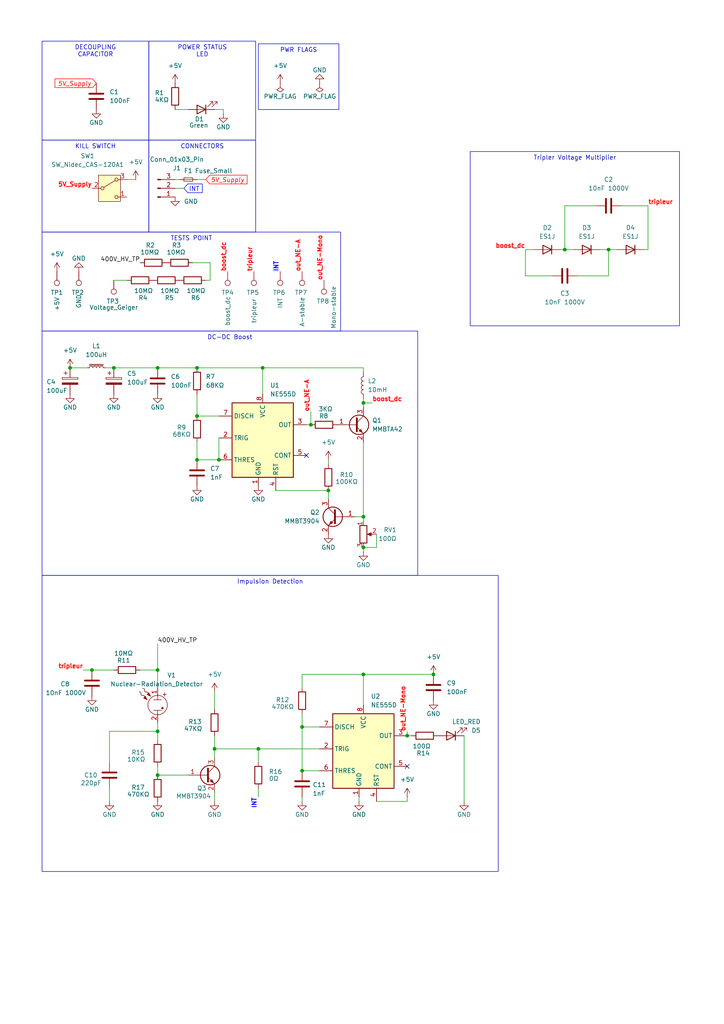
<source format=kicad_sch>
(kicad_sch
	(version 20250114)
	(generator "eeschema")
	(generator_version "9.0")
	(uuid "2c3ab8be-b3c6-489b-98fd-7cd503a5c08f")
	(paper "A4" portrait)
	(title_block
		(title "Capteur de rayonnement β & γ")
		(date "2025-12-21")
		(company "Enseirb-Matmeca")
	)
	(lib_symbols
		(symbol "+5V_1"
			(power)
			(pin_numbers
				(hide yes)
			)
			(pin_names
				(offset 0)
				(hide yes)
			)
			(exclude_from_sim no)
			(in_bom yes)
			(on_board yes)
			(property "Reference" "#PWR"
				(at 0 -3.81 0)
				(effects
					(font
						(size 1.27 1.27)
					)
					(hide yes)
				)
			)
			(property "Value" "+5V"
				(at 0 3.556 0)
				(effects
					(font
						(size 1.27 1.27)
					)
				)
			)
			(property "Footprint" ""
				(at 0 0 0)
				(effects
					(font
						(size 1.27 1.27)
					)
					(hide yes)
				)
			)
			(property "Datasheet" ""
				(at 0 0 0)
				(effects
					(font
						(size 1.27 1.27)
					)
					(hide yes)
				)
			)
			(property "Description" "Power symbol creates a global label with name \"+5V\""
				(at 0 0 0)
				(effects
					(font
						(size 1.27 1.27)
					)
					(hide yes)
				)
			)
			(property "ki_keywords" "global power"
				(at 0 0 0)
				(effects
					(font
						(size 1.27 1.27)
					)
					(hide yes)
				)
			)
			(symbol "+5V_1_0_1"
				(polyline
					(pts
						(xy -0.762 1.27) (xy 0 2.54)
					)
					(stroke
						(width 0)
						(type default)
					)
					(fill
						(type none)
					)
				)
				(polyline
					(pts
						(xy 0 2.54) (xy 0.762 1.27)
					)
					(stroke
						(width 0)
						(type default)
					)
					(fill
						(type none)
					)
				)
				(polyline
					(pts
						(xy 0 0) (xy 0 2.54)
					)
					(stroke
						(width 0)
						(type default)
					)
					(fill
						(type none)
					)
				)
			)
			(symbol "+5V_1_1_1"
				(pin power_in line
					(at 0 0 90)
					(length 0)
					(name "~"
						(effects
							(font
								(size 1.27 1.27)
							)
						)
					)
					(number "1"
						(effects
							(font
								(size 1.27 1.27)
							)
						)
					)
				)
			)
			(embedded_fonts no)
		)
		(symbol "Components:NE555P"
			(exclude_from_sim no)
			(in_bom yes)
			(on_board yes)
			(property "Reference" "U2"
				(at 2.1433 15.24 0)
				(effects
					(font
						(size 1.27 1.27)
					)
					(justify left)
				)
			)
			(property "Value" "NE555P"
				(at 2.1433 12.7 0)
				(effects
					(font
						(size 1.27 1.27)
					)
					(justify left)
				)
			)
			(property "Footprint" "Package_DIP:DIP-8_W7.62mm_Socket_LongPads"
				(at 0 -22.86 0)
				(effects
					(font
						(size 1.27 1.27)
					)
					(hide yes)
				)
			)
			(property "Datasheet" "http://www.ti.com/lit/ds/symlink/ne555.pdf"
				(at -0.254 -18.034 0)
				(effects
					(font
						(size 1.27 1.27)
					)
					(hide yes)
				)
			)
			(property "Description" "Precision Timers, 555 compatible,  PDIP-8"
				(at -0.762 -20.828 0)
				(effects
					(font
						(size 1.27 1.27)
					)
					(hide yes)
				)
			)
			(property "ki_keywords" "single timer 555"
				(at 0 0 0)
				(effects
					(font
						(size 1.27 1.27)
					)
					(hide yes)
				)
			)
			(property "ki_fp_filters" "DIP*W7.62mm*"
				(at 0 0 0)
				(effects
					(font
						(size 1.27 1.27)
					)
					(hide yes)
				)
			)
			(symbol "NE555P_0_0"
				(pin power_in line
					(at 0 12.7 270)
					(length 2.54)
					(name "VCC"
						(effects
							(font
								(size 1.27 1.27)
							)
						)
					)
					(number "8"
						(effects
							(font
								(size 1.27 1.27)
							)
						)
					)
				)
			)
			(symbol "NE555P_0_1"
				(rectangle
					(start -8.89 10.16)
					(end 8.89 -11.43)
					(stroke
						(width 0.254)
						(type default)
					)
					(fill
						(type background)
					)
				)
				(rectangle
					(start -8.89 10.16)
					(end 8.89 -11.43)
					(stroke
						(width 0.254)
						(type default)
					)
					(fill
						(type background)
					)
				)
			)
			(symbol "NE555P_1_0"
				(pin power_in line
					(at -1.27 -13.97 90)
					(length 2.54)
					(name "GND"
						(effects
							(font
								(size 1.27 1.27)
							)
						)
					)
					(number "1"
						(effects
							(font
								(size 1.27 1.27)
							)
						)
					)
				)
			)
			(symbol "NE555P_1_1"
				(pin input line
					(at -12.7 6.35 0)
					(length 3.81)
					(name "DISCH"
						(effects
							(font
								(size 1.27 1.27)
							)
						)
					)
					(number "7"
						(effects
							(font
								(size 1.27 1.27)
							)
						)
					)
				)
				(pin input line
					(at -12.7 0 0)
					(length 3.81)
					(name "TRIG"
						(effects
							(font
								(size 1.27 1.27)
							)
						)
					)
					(number "2"
						(effects
							(font
								(size 1.27 1.27)
							)
						)
					)
				)
				(pin input line
					(at -12.7 -6.35 0)
					(length 3.81)
					(name "THRES"
						(effects
							(font
								(size 1.27 1.27)
							)
						)
					)
					(number "6"
						(effects
							(font
								(size 1.27 1.27)
							)
						)
					)
				)
				(pin input line
					(at 3.81 -15.24 90)
					(length 3.81)
					(name "RST"
						(effects
							(font
								(size 1.27 1.27)
							)
						)
					)
					(number "4"
						(effects
							(font
								(size 1.27 1.27)
							)
						)
					)
				)
				(pin output line
					(at 12.7 3.81 180)
					(length 3.81)
					(name "OUT"
						(effects
							(font
								(size 1.27 1.27)
							)
						)
					)
					(number "3"
						(effects
							(font
								(size 1.27 1.27)
							)
						)
					)
				)
				(pin input line
					(at 12.7 -5.08 180)
					(length 3.81)
					(name "CONT"
						(effects
							(font
								(size 1.27 1.27)
							)
						)
					)
					(number "5"
						(effects
							(font
								(size 1.27 1.27)
							)
						)
					)
				)
			)
			(embedded_fonts no)
		)
		(symbol "Connector:Conn_01x03_Pin"
			(pin_names
				(offset 1.016)
				(hide yes)
			)
			(exclude_from_sim no)
			(in_bom yes)
			(on_board yes)
			(property "Reference" "J"
				(at 0 5.08 0)
				(effects
					(font
						(size 1.27 1.27)
					)
				)
			)
			(property "Value" "Conn_01x03_Pin"
				(at 0 -5.08 0)
				(effects
					(font
						(size 1.27 1.27)
					)
				)
			)
			(property "Footprint" ""
				(at 0 0 0)
				(effects
					(font
						(size 1.27 1.27)
					)
					(hide yes)
				)
			)
			(property "Datasheet" "~"
				(at 0 0 0)
				(effects
					(font
						(size 1.27 1.27)
					)
					(hide yes)
				)
			)
			(property "Description" "Generic connector, single row, 01x03, script generated"
				(at 0 0 0)
				(effects
					(font
						(size 1.27 1.27)
					)
					(hide yes)
				)
			)
			(property "ki_locked" ""
				(at 0 0 0)
				(effects
					(font
						(size 1.27 1.27)
					)
				)
			)
			(property "ki_keywords" "connector"
				(at 0 0 0)
				(effects
					(font
						(size 1.27 1.27)
					)
					(hide yes)
				)
			)
			(property "ki_fp_filters" "Connector*:*_1x??_*"
				(at 0 0 0)
				(effects
					(font
						(size 1.27 1.27)
					)
					(hide yes)
				)
			)
			(symbol "Conn_01x03_Pin_1_1"
				(rectangle
					(start 0.8636 2.667)
					(end 0 2.413)
					(stroke
						(width 0.1524)
						(type default)
					)
					(fill
						(type outline)
					)
				)
				(rectangle
					(start 0.8636 0.127)
					(end 0 -0.127)
					(stroke
						(width 0.1524)
						(type default)
					)
					(fill
						(type outline)
					)
				)
				(rectangle
					(start 0.8636 -2.413)
					(end 0 -2.667)
					(stroke
						(width 0.1524)
						(type default)
					)
					(fill
						(type outline)
					)
				)
				(polyline
					(pts
						(xy 1.27 2.54) (xy 0.8636 2.54)
					)
					(stroke
						(width 0.1524)
						(type default)
					)
					(fill
						(type none)
					)
				)
				(polyline
					(pts
						(xy 1.27 0) (xy 0.8636 0)
					)
					(stroke
						(width 0.1524)
						(type default)
					)
					(fill
						(type none)
					)
				)
				(polyline
					(pts
						(xy 1.27 -2.54) (xy 0.8636 -2.54)
					)
					(stroke
						(width 0.1524)
						(type default)
					)
					(fill
						(type none)
					)
				)
				(pin passive line
					(at 5.08 2.54 180)
					(length 3.81)
					(name "Pin_1"
						(effects
							(font
								(size 1.27 1.27)
							)
						)
					)
					(number "1"
						(effects
							(font
								(size 1.27 1.27)
							)
						)
					)
				)
				(pin passive line
					(at 5.08 0 180)
					(length 3.81)
					(name "Pin_2"
						(effects
							(font
								(size 1.27 1.27)
							)
						)
					)
					(number "2"
						(effects
							(font
								(size 1.27 1.27)
							)
						)
					)
				)
				(pin passive line
					(at 5.08 -2.54 180)
					(length 3.81)
					(name "Pin_3"
						(effects
							(font
								(size 1.27 1.27)
							)
						)
					)
					(number "3"
						(effects
							(font
								(size 1.27 1.27)
							)
						)
					)
				)
			)
			(embedded_fonts no)
		)
		(symbol "Connector:TestPoint"
			(pin_numbers
				(hide yes)
			)
			(pin_names
				(offset 0.762)
				(hide yes)
			)
			(exclude_from_sim no)
			(in_bom yes)
			(on_board yes)
			(property "Reference" "TP"
				(at 0 6.858 0)
				(effects
					(font
						(size 1.27 1.27)
					)
				)
			)
			(property "Value" "TestPoint"
				(at 0 5.08 0)
				(effects
					(font
						(size 1.27 1.27)
					)
				)
			)
			(property "Footprint" ""
				(at 5.08 0 0)
				(effects
					(font
						(size 1.27 1.27)
					)
					(hide yes)
				)
			)
			(property "Datasheet" "~"
				(at 5.08 0 0)
				(effects
					(font
						(size 1.27 1.27)
					)
					(hide yes)
				)
			)
			(property "Description" "test point"
				(at 0 0 0)
				(effects
					(font
						(size 1.27 1.27)
					)
					(hide yes)
				)
			)
			(property "ki_keywords" "test point tp"
				(at 0 0 0)
				(effects
					(font
						(size 1.27 1.27)
					)
					(hide yes)
				)
			)
			(property "ki_fp_filters" "Pin* Test*"
				(at 0 0 0)
				(effects
					(font
						(size 1.27 1.27)
					)
					(hide yes)
				)
			)
			(symbol "TestPoint_0_1"
				(circle
					(center 0 3.302)
					(radius 0.762)
					(stroke
						(width 0)
						(type default)
					)
					(fill
						(type none)
					)
				)
			)
			(symbol "TestPoint_1_1"
				(pin passive line
					(at 0 0 90)
					(length 2.54)
					(name "1"
						(effects
							(font
								(size 1.27 1.27)
							)
						)
					)
					(number "1"
						(effects
							(font
								(size 1.27 1.27)
							)
						)
					)
				)
			)
			(embedded_fonts no)
		)
		(symbol "Device:C"
			(pin_numbers
				(hide yes)
			)
			(pin_names
				(offset 0.254)
			)
			(exclude_from_sim no)
			(in_bom yes)
			(on_board yes)
			(property "Reference" "C"
				(at 0.635 2.54 0)
				(effects
					(font
						(size 1.27 1.27)
					)
					(justify left)
				)
			)
			(property "Value" "C"
				(at 0.635 -2.54 0)
				(effects
					(font
						(size 1.27 1.27)
					)
					(justify left)
				)
			)
			(property "Footprint" ""
				(at 0.9652 -3.81 0)
				(effects
					(font
						(size 1.27 1.27)
					)
					(hide yes)
				)
			)
			(property "Datasheet" "~"
				(at 0 0 0)
				(effects
					(font
						(size 1.27 1.27)
					)
					(hide yes)
				)
			)
			(property "Description" "Unpolarized capacitor"
				(at 0 0 0)
				(effects
					(font
						(size 1.27 1.27)
					)
					(hide yes)
				)
			)
			(property "ki_keywords" "cap capacitor"
				(at 0 0 0)
				(effects
					(font
						(size 1.27 1.27)
					)
					(hide yes)
				)
			)
			(property "ki_fp_filters" "C_*"
				(at 0 0 0)
				(effects
					(font
						(size 1.27 1.27)
					)
					(hide yes)
				)
			)
			(symbol "C_0_1"
				(polyline
					(pts
						(xy -2.032 0.762) (xy 2.032 0.762)
					)
					(stroke
						(width 0.508)
						(type default)
					)
					(fill
						(type none)
					)
				)
				(polyline
					(pts
						(xy -2.032 -0.762) (xy 2.032 -0.762)
					)
					(stroke
						(width 0.508)
						(type default)
					)
					(fill
						(type none)
					)
				)
			)
			(symbol "C_1_1"
				(pin passive line
					(at 0 3.81 270)
					(length 2.794)
					(name "~"
						(effects
							(font
								(size 1.27 1.27)
							)
						)
					)
					(number "1"
						(effects
							(font
								(size 1.27 1.27)
							)
						)
					)
				)
				(pin passive line
					(at 0 -3.81 90)
					(length 2.794)
					(name "~"
						(effects
							(font
								(size 1.27 1.27)
							)
						)
					)
					(number "2"
						(effects
							(font
								(size 1.27 1.27)
							)
						)
					)
				)
			)
			(embedded_fonts no)
		)
		(symbol "Device:C_Polarized"
			(pin_numbers
				(hide yes)
			)
			(pin_names
				(offset 0.254)
			)
			(exclude_from_sim no)
			(in_bom yes)
			(on_board yes)
			(property "Reference" "C"
				(at 0.635 2.54 0)
				(effects
					(font
						(size 1.27 1.27)
					)
					(justify left)
				)
			)
			(property "Value" "C_Polarized"
				(at 0.635 -2.54 0)
				(effects
					(font
						(size 1.27 1.27)
					)
					(justify left)
				)
			)
			(property "Footprint" ""
				(at 0.9652 -3.81 0)
				(effects
					(font
						(size 1.27 1.27)
					)
					(hide yes)
				)
			)
			(property "Datasheet" "~"
				(at 0 0 0)
				(effects
					(font
						(size 1.27 1.27)
					)
					(hide yes)
				)
			)
			(property "Description" "Polarized capacitor"
				(at 0 0 0)
				(effects
					(font
						(size 1.27 1.27)
					)
					(hide yes)
				)
			)
			(property "ki_keywords" "cap capacitor"
				(at 0 0 0)
				(effects
					(font
						(size 1.27 1.27)
					)
					(hide yes)
				)
			)
			(property "ki_fp_filters" "CP_*"
				(at 0 0 0)
				(effects
					(font
						(size 1.27 1.27)
					)
					(hide yes)
				)
			)
			(symbol "C_Polarized_0_1"
				(rectangle
					(start -2.286 0.508)
					(end 2.286 1.016)
					(stroke
						(width 0)
						(type default)
					)
					(fill
						(type none)
					)
				)
				(polyline
					(pts
						(xy -1.778 2.286) (xy -0.762 2.286)
					)
					(stroke
						(width 0)
						(type default)
					)
					(fill
						(type none)
					)
				)
				(polyline
					(pts
						(xy -1.27 2.794) (xy -1.27 1.778)
					)
					(stroke
						(width 0)
						(type default)
					)
					(fill
						(type none)
					)
				)
				(rectangle
					(start 2.286 -0.508)
					(end -2.286 -1.016)
					(stroke
						(width 0)
						(type default)
					)
					(fill
						(type outline)
					)
				)
			)
			(symbol "C_Polarized_1_1"
				(pin passive line
					(at 0 3.81 270)
					(length 2.794)
					(name "~"
						(effects
							(font
								(size 1.27 1.27)
							)
						)
					)
					(number "1"
						(effects
							(font
								(size 1.27 1.27)
							)
						)
					)
				)
				(pin passive line
					(at 0 -3.81 90)
					(length 2.794)
					(name "~"
						(effects
							(font
								(size 1.27 1.27)
							)
						)
					)
					(number "2"
						(effects
							(font
								(size 1.27 1.27)
							)
						)
					)
				)
			)
			(embedded_fonts no)
		)
		(symbol "Device:Fuse_Small"
			(pin_numbers
				(hide yes)
			)
			(pin_names
				(offset 0.254)
				(hide yes)
			)
			(exclude_from_sim no)
			(in_bom yes)
			(on_board yes)
			(property "Reference" "F"
				(at 0 -1.524 0)
				(effects
					(font
						(size 1.27 1.27)
					)
				)
			)
			(property "Value" "Fuse_Small"
				(at 0 1.524 0)
				(effects
					(font
						(size 1.27 1.27)
					)
				)
			)
			(property "Footprint" ""
				(at 0 0 0)
				(effects
					(font
						(size 1.27 1.27)
					)
					(hide yes)
				)
			)
			(property "Datasheet" "~"
				(at 0 0 0)
				(effects
					(font
						(size 1.27 1.27)
					)
					(hide yes)
				)
			)
			(property "Description" "Fuse, small symbol"
				(at 0 0 0)
				(effects
					(font
						(size 1.27 1.27)
					)
					(hide yes)
				)
			)
			(property "ki_keywords" "fuse"
				(at 0 0 0)
				(effects
					(font
						(size 1.27 1.27)
					)
					(hide yes)
				)
			)
			(property "ki_fp_filters" "*Fuse*"
				(at 0 0 0)
				(effects
					(font
						(size 1.27 1.27)
					)
					(hide yes)
				)
			)
			(symbol "Fuse_Small_0_1"
				(rectangle
					(start -1.27 0.508)
					(end 1.27 -0.508)
					(stroke
						(width 0)
						(type default)
					)
					(fill
						(type none)
					)
				)
				(polyline
					(pts
						(xy -1.27 0) (xy 1.27 0)
					)
					(stroke
						(width 0)
						(type default)
					)
					(fill
						(type none)
					)
				)
			)
			(symbol "Fuse_Small_1_1"
				(pin passive line
					(at -2.54 0 0)
					(length 1.27)
					(name "~"
						(effects
							(font
								(size 1.27 1.27)
							)
						)
					)
					(number "1"
						(effects
							(font
								(size 1.27 1.27)
							)
						)
					)
				)
				(pin passive line
					(at 2.54 0 180)
					(length 1.27)
					(name "~"
						(effects
							(font
								(size 1.27 1.27)
							)
						)
					)
					(number "2"
						(effects
							(font
								(size 1.27 1.27)
							)
						)
					)
				)
			)
			(embedded_fonts no)
		)
		(symbol "Device:L"
			(pin_numbers
				(hide yes)
			)
			(pin_names
				(offset 1.016)
				(hide yes)
			)
			(exclude_from_sim no)
			(in_bom yes)
			(on_board yes)
			(property "Reference" "L"
				(at -1.27 0 90)
				(effects
					(font
						(size 1.27 1.27)
					)
				)
			)
			(property "Value" "L"
				(at 1.905 0 90)
				(effects
					(font
						(size 1.27 1.27)
					)
				)
			)
			(property "Footprint" ""
				(at 0 0 0)
				(effects
					(font
						(size 1.27 1.27)
					)
					(hide yes)
				)
			)
			(property "Datasheet" "~"
				(at 0 0 0)
				(effects
					(font
						(size 1.27 1.27)
					)
					(hide yes)
				)
			)
			(property "Description" "Inductor"
				(at 0 0 0)
				(effects
					(font
						(size 1.27 1.27)
					)
					(hide yes)
				)
			)
			(property "ki_keywords" "inductor choke coil reactor magnetic"
				(at 0 0 0)
				(effects
					(font
						(size 1.27 1.27)
					)
					(hide yes)
				)
			)
			(property "ki_fp_filters" "Choke_* *Coil* Inductor_* L_*"
				(at 0 0 0)
				(effects
					(font
						(size 1.27 1.27)
					)
					(hide yes)
				)
			)
			(symbol "L_0_1"
				(arc
					(start 0 2.54)
					(mid 0.6323 1.905)
					(end 0 1.27)
					(stroke
						(width 0)
						(type default)
					)
					(fill
						(type none)
					)
				)
				(arc
					(start 0 1.27)
					(mid 0.6323 0.635)
					(end 0 0)
					(stroke
						(width 0)
						(type default)
					)
					(fill
						(type none)
					)
				)
				(arc
					(start 0 0)
					(mid 0.6323 -0.635)
					(end 0 -1.27)
					(stroke
						(width 0)
						(type default)
					)
					(fill
						(type none)
					)
				)
				(arc
					(start 0 -1.27)
					(mid 0.6323 -1.905)
					(end 0 -2.54)
					(stroke
						(width 0)
						(type default)
					)
					(fill
						(type none)
					)
				)
			)
			(symbol "L_1_1"
				(pin passive line
					(at 0 3.81 270)
					(length 1.27)
					(name "1"
						(effects
							(font
								(size 1.27 1.27)
							)
						)
					)
					(number "1"
						(effects
							(font
								(size 1.27 1.27)
							)
						)
					)
				)
				(pin passive line
					(at 0 -3.81 90)
					(length 1.27)
					(name "2"
						(effects
							(font
								(size 1.27 1.27)
							)
						)
					)
					(number "2"
						(effects
							(font
								(size 1.27 1.27)
							)
						)
					)
				)
			)
			(embedded_fonts no)
		)
		(symbol "Device:LED"
			(pin_numbers
				(hide yes)
			)
			(pin_names
				(offset 1.016)
				(hide yes)
			)
			(exclude_from_sim no)
			(in_bom yes)
			(on_board yes)
			(property "Reference" "D"
				(at 0 2.54 0)
				(effects
					(font
						(size 1.27 1.27)
					)
				)
			)
			(property "Value" "LED"
				(at 0 -2.54 0)
				(effects
					(font
						(size 1.27 1.27)
					)
				)
			)
			(property "Footprint" ""
				(at 0 0 0)
				(effects
					(font
						(size 1.27 1.27)
					)
					(hide yes)
				)
			)
			(property "Datasheet" "~"
				(at 0 0 0)
				(effects
					(font
						(size 1.27 1.27)
					)
					(hide yes)
				)
			)
			(property "Description" "Light emitting diode"
				(at 0 0 0)
				(effects
					(font
						(size 1.27 1.27)
					)
					(hide yes)
				)
			)
			(property "Sim.Pins" "1=K 2=A"
				(at 0 0 0)
				(effects
					(font
						(size 1.27 1.27)
					)
					(hide yes)
				)
			)
			(property "ki_keywords" "LED diode"
				(at 0 0 0)
				(effects
					(font
						(size 1.27 1.27)
					)
					(hide yes)
				)
			)
			(property "ki_fp_filters" "LED* LED_SMD:* LED_THT:*"
				(at 0 0 0)
				(effects
					(font
						(size 1.27 1.27)
					)
					(hide yes)
				)
			)
			(symbol "LED_0_1"
				(polyline
					(pts
						(xy -3.048 -0.762) (xy -4.572 -2.286) (xy -3.81 -2.286) (xy -4.572 -2.286) (xy -4.572 -1.524)
					)
					(stroke
						(width 0)
						(type default)
					)
					(fill
						(type none)
					)
				)
				(polyline
					(pts
						(xy -1.778 -0.762) (xy -3.302 -2.286) (xy -2.54 -2.286) (xy -3.302 -2.286) (xy -3.302 -1.524)
					)
					(stroke
						(width 0)
						(type default)
					)
					(fill
						(type none)
					)
				)
				(polyline
					(pts
						(xy -1.27 0) (xy 1.27 0)
					)
					(stroke
						(width 0)
						(type default)
					)
					(fill
						(type none)
					)
				)
				(polyline
					(pts
						(xy -1.27 -1.27) (xy -1.27 1.27)
					)
					(stroke
						(width 0.254)
						(type default)
					)
					(fill
						(type none)
					)
				)
				(polyline
					(pts
						(xy 1.27 -1.27) (xy 1.27 1.27) (xy -1.27 0) (xy 1.27 -1.27)
					)
					(stroke
						(width 0.254)
						(type default)
					)
					(fill
						(type none)
					)
				)
			)
			(symbol "LED_1_1"
				(pin passive line
					(at -3.81 0 0)
					(length 2.54)
					(name "K"
						(effects
							(font
								(size 1.27 1.27)
							)
						)
					)
					(number "1"
						(effects
							(font
								(size 1.27 1.27)
							)
						)
					)
				)
				(pin passive line
					(at 3.81 0 180)
					(length 2.54)
					(name "A"
						(effects
							(font
								(size 1.27 1.27)
							)
						)
					)
					(number "2"
						(effects
							(font
								(size 1.27 1.27)
							)
						)
					)
				)
			)
			(embedded_fonts no)
		)
		(symbol "Device:L_Iron_Small"
			(pin_numbers
				(hide yes)
			)
			(pin_names
				(offset 0.254)
				(hide yes)
			)
			(exclude_from_sim no)
			(in_bom yes)
			(on_board yes)
			(property "Reference" "L"
				(at 1.27 1.016 0)
				(effects
					(font
						(size 1.27 1.27)
					)
					(justify left)
				)
			)
			(property "Value" "L_Iron_Small"
				(at 1.27 -1.27 0)
				(effects
					(font
						(size 1.27 1.27)
					)
					(justify left)
				)
			)
			(property "Footprint" ""
				(at 0 0 0)
				(effects
					(font
						(size 1.27 1.27)
					)
					(hide yes)
				)
			)
			(property "Datasheet" "~"
				(at 0 0 0)
				(effects
					(font
						(size 1.27 1.27)
					)
					(hide yes)
				)
			)
			(property "Description" "Inductor with iron core, small symbol"
				(at 0 0 0)
				(effects
					(font
						(size 1.27 1.27)
					)
					(hide yes)
				)
			)
			(property "ki_keywords" "inductor choke coil reactor magnetic"
				(at 0 0 0)
				(effects
					(font
						(size 1.27 1.27)
					)
					(hide yes)
				)
			)
			(property "ki_fp_filters" "Choke_* *Coil* Inductor_* L_*"
				(at 0 0 0)
				(effects
					(font
						(size 1.27 1.27)
					)
					(hide yes)
				)
			)
			(symbol "L_Iron_Small_0_1"
				(arc
					(start 0 2.032)
					(mid 0.5058 1.524)
					(end 0 1.016)
					(stroke
						(width 0)
						(type default)
					)
					(fill
						(type none)
					)
				)
				(arc
					(start 0 1.016)
					(mid 0.5058 0.508)
					(end 0 0)
					(stroke
						(width 0)
						(type default)
					)
					(fill
						(type none)
					)
				)
				(arc
					(start 0 0)
					(mid 0.5058 -0.508)
					(end 0 -1.016)
					(stroke
						(width 0)
						(type default)
					)
					(fill
						(type none)
					)
				)
				(arc
					(start 0 -1.016)
					(mid 0.5058 -1.524)
					(end 0 -2.032)
					(stroke
						(width 0)
						(type default)
					)
					(fill
						(type none)
					)
				)
				(polyline
					(pts
						(xy 0.762 2.032) (xy 0.762 -2.032)
					)
					(stroke
						(width 0)
						(type default)
					)
					(fill
						(type none)
					)
				)
				(polyline
					(pts
						(xy 1.016 -2.032) (xy 1.016 2.032)
					)
					(stroke
						(width 0)
						(type default)
					)
					(fill
						(type none)
					)
				)
			)
			(symbol "L_Iron_Small_1_1"
				(pin passive line
					(at 0 2.54 270)
					(length 0.508)
					(name "~"
						(effects
							(font
								(size 1.27 1.27)
							)
						)
					)
					(number "1"
						(effects
							(font
								(size 1.27 1.27)
							)
						)
					)
				)
				(pin passive line
					(at 0 -2.54 90)
					(length 0.508)
					(name "~"
						(effects
							(font
								(size 1.27 1.27)
							)
						)
					)
					(number "2"
						(effects
							(font
								(size 1.27 1.27)
							)
						)
					)
				)
			)
			(embedded_fonts no)
		)
		(symbol "Device:R"
			(pin_numbers
				(hide yes)
			)
			(pin_names
				(offset 0)
			)
			(exclude_from_sim no)
			(in_bom yes)
			(on_board yes)
			(property "Reference" "R"
				(at 2.032 0 90)
				(effects
					(font
						(size 1.27 1.27)
					)
				)
			)
			(property "Value" "R"
				(at 0 0 90)
				(effects
					(font
						(size 1.27 1.27)
					)
				)
			)
			(property "Footprint" ""
				(at -1.778 0 90)
				(effects
					(font
						(size 1.27 1.27)
					)
					(hide yes)
				)
			)
			(property "Datasheet" "~"
				(at 0 0 0)
				(effects
					(font
						(size 1.27 1.27)
					)
					(hide yes)
				)
			)
			(property "Description" "Resistor"
				(at 0 0 0)
				(effects
					(font
						(size 1.27 1.27)
					)
					(hide yes)
				)
			)
			(property "ki_keywords" "R res resistor"
				(at 0 0 0)
				(effects
					(font
						(size 1.27 1.27)
					)
					(hide yes)
				)
			)
			(property "ki_fp_filters" "R_*"
				(at 0 0 0)
				(effects
					(font
						(size 1.27 1.27)
					)
					(hide yes)
				)
			)
			(symbol "R_0_1"
				(rectangle
					(start -1.016 -2.54)
					(end 1.016 2.54)
					(stroke
						(width 0.254)
						(type default)
					)
					(fill
						(type none)
					)
				)
			)
			(symbol "R_1_1"
				(pin passive line
					(at 0 3.81 270)
					(length 1.27)
					(name "~"
						(effects
							(font
								(size 1.27 1.27)
							)
						)
					)
					(number "1"
						(effects
							(font
								(size 1.27 1.27)
							)
						)
					)
				)
				(pin passive line
					(at 0 -3.81 90)
					(length 1.27)
					(name "~"
						(effects
							(font
								(size 1.27 1.27)
							)
						)
					)
					(number "2"
						(effects
							(font
								(size 1.27 1.27)
							)
						)
					)
				)
			)
			(embedded_fonts no)
		)
		(symbol "Device:R_Potentiometer"
			(pin_names
				(offset 1.016)
				(hide yes)
			)
			(exclude_from_sim no)
			(in_bom yes)
			(on_board yes)
			(property "Reference" "RV"
				(at -4.445 0 90)
				(effects
					(font
						(size 1.27 1.27)
					)
				)
			)
			(property "Value" "R_Potentiometer"
				(at -2.54 0 90)
				(effects
					(font
						(size 1.27 1.27)
					)
				)
			)
			(property "Footprint" ""
				(at 0 0 0)
				(effects
					(font
						(size 1.27 1.27)
					)
					(hide yes)
				)
			)
			(property "Datasheet" "~"
				(at 0 0 0)
				(effects
					(font
						(size 1.27 1.27)
					)
					(hide yes)
				)
			)
			(property "Description" "Potentiometer"
				(at 0 0 0)
				(effects
					(font
						(size 1.27 1.27)
					)
					(hide yes)
				)
			)
			(property "ki_keywords" "resistor variable"
				(at 0 0 0)
				(effects
					(font
						(size 1.27 1.27)
					)
					(hide yes)
				)
			)
			(property "ki_fp_filters" "Potentiometer*"
				(at 0 0 0)
				(effects
					(font
						(size 1.27 1.27)
					)
					(hide yes)
				)
			)
			(symbol "R_Potentiometer_0_1"
				(rectangle
					(start 1.016 2.54)
					(end -1.016 -2.54)
					(stroke
						(width 0.254)
						(type default)
					)
					(fill
						(type none)
					)
				)
				(polyline
					(pts
						(xy 1.143 0) (xy 2.286 0.508) (xy 2.286 -0.508) (xy 1.143 0)
					)
					(stroke
						(width 0)
						(type default)
					)
					(fill
						(type outline)
					)
				)
				(polyline
					(pts
						(xy 2.54 0) (xy 1.524 0)
					)
					(stroke
						(width 0)
						(type default)
					)
					(fill
						(type none)
					)
				)
			)
			(symbol "R_Potentiometer_1_1"
				(pin passive line
					(at 0 3.81 270)
					(length 1.27)
					(name "1"
						(effects
							(font
								(size 1.27 1.27)
							)
						)
					)
					(number "1"
						(effects
							(font
								(size 1.27 1.27)
							)
						)
					)
				)
				(pin passive line
					(at 0 -3.81 90)
					(length 1.27)
					(name "3"
						(effects
							(font
								(size 1.27 1.27)
							)
						)
					)
					(number "3"
						(effects
							(font
								(size 1.27 1.27)
							)
						)
					)
				)
				(pin passive line
					(at 3.81 0 180)
					(length 1.27)
					(name "2"
						(effects
							(font
								(size 1.27 1.27)
							)
						)
					)
					(number "2"
						(effects
							(font
								(size 1.27 1.27)
							)
						)
					)
				)
			)
			(embedded_fonts no)
		)
		(symbol "Diode:1N4937"
			(pin_numbers
				(hide yes)
			)
			(pin_names
				(hide yes)
			)
			(exclude_from_sim no)
			(in_bom yes)
			(on_board yes)
			(property "Reference" "D"
				(at 0 2.54 0)
				(effects
					(font
						(size 1.27 1.27)
					)
				)
			)
			(property "Value" "1N4937"
				(at 0 -2.54 0)
				(effects
					(font
						(size 1.27 1.27)
					)
				)
			)
			(property "Footprint" "Diode_THT:D_DO-41_SOD81_P10.16mm_Horizontal"
				(at 0 0 0)
				(effects
					(font
						(size 1.27 1.27)
					)
					(hide yes)
				)
			)
			(property "Datasheet" "https://www.vishay.com/docs/88508/1n4933.pdf"
				(at 0 0 0)
				(effects
					(font
						(size 1.27 1.27)
					)
					(hide yes)
				)
			)
			(property "Description" "Fast Switching Plastic Rectifier, VRRM 600V, IF(AV) 1.0A, trr 200ns, DO-41"
				(at 0 0 0)
				(effects
					(font
						(size 1.27 1.27)
					)
					(hide yes)
				)
			)
			(property "Sim.Device" "D"
				(at 0 0 0)
				(effects
					(font
						(size 1.27 1.27)
					)
					(hide yes)
				)
			)
			(property "Sim.Pins" "1=K 2=A"
				(at 0 0 0)
				(effects
					(font
						(size 1.27 1.27)
					)
					(hide yes)
				)
			)
			(property "ki_keywords" "diode"
				(at 0 0 0)
				(effects
					(font
						(size 1.27 1.27)
					)
					(hide yes)
				)
			)
			(property "ki_fp_filters" "D*DO?41*"
				(at 0 0 0)
				(effects
					(font
						(size 1.27 1.27)
					)
					(hide yes)
				)
			)
			(symbol "1N4937_0_1"
				(polyline
					(pts
						(xy -1.27 1.27) (xy -1.27 -1.27)
					)
					(stroke
						(width 0.254)
						(type default)
					)
					(fill
						(type none)
					)
				)
				(polyline
					(pts
						(xy 1.27 1.27) (xy 1.27 -1.27) (xy -1.27 0) (xy 1.27 1.27)
					)
					(stroke
						(width 0.254)
						(type default)
					)
					(fill
						(type none)
					)
				)
				(polyline
					(pts
						(xy 1.27 0) (xy -1.27 0)
					)
					(stroke
						(width 0)
						(type default)
					)
					(fill
						(type none)
					)
				)
			)
			(symbol "1N4937_1_1"
				(pin passive line
					(at -3.81 0 0)
					(length 2.54)
					(name "K"
						(effects
							(font
								(size 1.27 1.27)
							)
						)
					)
					(number "1"
						(effects
							(font
								(size 1.27 1.27)
							)
						)
					)
				)
				(pin passive line
					(at 3.81 0 180)
					(length 2.54)
					(name "A"
						(effects
							(font
								(size 1.27 1.27)
							)
						)
					)
					(number "2"
						(effects
							(font
								(size 1.27 1.27)
							)
						)
					)
				)
			)
			(embedded_fonts no)
		)
		(symbol "Sensor:Nuclear-Radiation_Detector"
			(pin_names
				(offset 0)
				(hide yes)
			)
			(exclude_from_sim no)
			(in_bom yes)
			(on_board yes)
			(property "Reference" "V"
				(at 5.08 1.27 0)
				(effects
					(font
						(size 1.27 1.27)
					)
					(justify left)
				)
			)
			(property "Value" "Nuclear-Radiation_Detector"
				(at 5.08 -1.27 0)
				(effects
					(font
						(size 1.27 1.27)
					)
					(justify left)
				)
			)
			(property "Footprint" ""
				(at 5.08 2.54 0)
				(effects
					(font
						(size 1.27 1.27)
					)
					(hide yes)
				)
			)
			(property "Datasheet" "~"
				(at 0 0 0)
				(effects
					(font
						(size 1.27 1.27)
					)
					(hide yes)
				)
			)
			(property "Description" "Generic radiation detector"
				(at 0 0 0)
				(effects
					(font
						(size 1.27 1.27)
					)
					(hide yes)
				)
			)
			(property "ki_keywords" "nuclear ionising radiation sensor geiger mueller muller tube neutron counter ionization chamber"
				(at 0 0 0)
				(effects
					(font
						(size 1.27 1.27)
					)
					(hide yes)
				)
			)
			(symbol "Nuclear-Radiation_Detector_0_0"
				(text "+"
					(at 2.032 3.175 0)
					(effects
						(font
							(size 1.27 1.27)
						)
					)
				)
			)
			(symbol "Nuclear-Radiation_Detector_0_1"
				(arc
					(start -3.302 3.81)
					(mid -2.891 3.713)
					(end -2.794 3.302)
					(stroke
						(width 0)
						(type default)
					)
					(fill
						(type none)
					)
				)
				(polyline
					(pts
						(xy -2.54 3.556) (xy -3.048 3.048) (xy -2.032 2.54) (xy -2.54 3.556)
					)
					(stroke
						(width 0)
						(type default)
					)
					(fill
						(type outline)
					)
				)
				(polyline
					(pts
						(xy -1.143 1.524) (xy 1.143 1.524)
					)
					(stroke
						(width 0)
						(type default)
					)
					(fill
						(type none)
					)
				)
				(polyline
					(pts
						(xy -1.143 -1.524) (xy 1.143 -1.524)
					)
					(stroke
						(width 0)
						(type default)
					)
					(fill
						(type none)
					)
				)
				(polyline
					(pts
						(xy 0 2.54) (xy 0 1.524)
					)
					(stroke
						(width 0)
						(type default)
					)
					(fill
						(type none)
					)
				)
				(circle
					(center 0 0)
					(radius 2.8194)
					(stroke
						(width 0)
						(type default)
					)
					(fill
						(type none)
					)
				)
				(polyline
					(pts
						(xy 0 -1.524) (xy 0 -2.54)
					)
					(stroke
						(width 0)
						(type default)
					)
					(fill
						(type none)
					)
				)
				(circle
					(center 1.397 -0.889)
					(radius 0.254)
					(stroke
						(width 0)
						(type default)
					)
					(fill
						(type outline)
					)
				)
			)
			(symbol "Nuclear-Radiation_Detector_1_1"
				(arc
					(start -5.334 3.81)
					(mid -4.923 3.713)
					(end -4.826 3.302)
					(stroke
						(width 0)
						(type default)
					)
					(fill
						(type none)
					)
				)
				(arc
					(start -4.318 2.794)
					(mid -4.729 2.891)
					(end -4.826 3.302)
					(stroke
						(width 0)
						(type default)
					)
					(fill
						(type none)
					)
				)
				(arc
					(start -4.318 4.826)
					(mid -3.907 4.729)
					(end -3.81 4.318)
					(stroke
						(width 0)
						(type default)
					)
					(fill
						(type none)
					)
				)
				(arc
					(start -4.318 2.794)
					(mid -3.907 2.697)
					(end -3.81 2.286)
					(stroke
						(width 0)
						(type default)
					)
					(fill
						(type none)
					)
				)
				(polyline
					(pts
						(xy -3.556 2.54) (xy -4.064 2.032) (xy -3.048 1.524) (xy -3.556 2.54)
					)
					(stroke
						(width 0)
						(type default)
					)
					(fill
						(type outline)
					)
				)
				(arc
					(start -3.302 3.81)
					(mid -3.713 3.907)
					(end -3.81 4.318)
					(stroke
						(width 0)
						(type default)
					)
					(fill
						(type none)
					)
				)
				(pin passive line
					(at 0 5.08 270)
					(length 2.54)
					(name "1"
						(effects
							(font
								(size 1.27 1.27)
							)
						)
					)
					(number "1"
						(effects
							(font
								(size 1.27 1.27)
							)
						)
					)
				)
				(pin passive line
					(at 0 -5.08 90)
					(length 2.54)
					(name "2"
						(effects
							(font
								(size 1.27 1.27)
							)
						)
					)
					(number "2"
						(effects
							(font
								(size 1.27 1.27)
							)
						)
					)
				)
			)
			(embedded_fonts no)
		)
		(symbol "Switch:SW_Nidec_CAS-120A1"
			(pin_names
				(offset 1)
				(hide yes)
			)
			(exclude_from_sim no)
			(in_bom yes)
			(on_board yes)
			(property "Reference" "SW"
				(at 0 4.318 0)
				(effects
					(font
						(size 1.27 1.27)
					)
				)
			)
			(property "Value" "SW_Nidec_CAS-120A1"
				(at 0 -5.08 0)
				(effects
					(font
						(size 1.27 1.27)
					)
				)
			)
			(property "Footprint" "Button_Switch_SMD:Nidec_Copal_CAS-120A"
				(at 0 -10.16 0)
				(effects
					(font
						(size 1.27 1.27)
					)
					(hide yes)
				)
			)
			(property "Datasheet" "https://www.nidec-components.com/e/catalog/switch/cas.pdf"
				(at 0 -7.62 0)
				(effects
					(font
						(size 1.27 1.27)
					)
					(hide yes)
				)
			)
			(property "Description" "Switch, single pole double throw"
				(at 0 0 0)
				(effects
					(font
						(size 1.27 1.27)
					)
					(hide yes)
				)
			)
			(property "ki_keywords" "switch single-pole double-throw spdt ON-ON"
				(at 0 0 0)
				(effects
					(font
						(size 1.27 1.27)
					)
					(hide yes)
				)
			)
			(property "ki_fp_filters" "*Nidec?Copal?CAS?120A*"
				(at 0 0 0)
				(effects
					(font
						(size 1.27 1.27)
					)
					(hide yes)
				)
			)
			(symbol "SW_Nidec_CAS-120A1_0_1"
				(circle
					(center -2.032 0)
					(radius 0.4572)
					(stroke
						(width 0)
						(type default)
					)
					(fill
						(type none)
					)
				)
				(polyline
					(pts
						(xy -1.651 0.254) (xy 1.651 2.286)
					)
					(stroke
						(width 0)
						(type default)
					)
					(fill
						(type none)
					)
				)
				(circle
					(center 2.032 2.54)
					(radius 0.4572)
					(stroke
						(width 0)
						(type default)
					)
					(fill
						(type none)
					)
				)
				(circle
					(center 2.032 -2.54)
					(radius 0.4572)
					(stroke
						(width 0)
						(type default)
					)
					(fill
						(type none)
					)
				)
			)
			(symbol "SW_Nidec_CAS-120A1_1_1"
				(rectangle
					(start -3.175 3.81)
					(end 3.175 -3.81)
					(stroke
						(width 0)
						(type default)
					)
					(fill
						(type background)
					)
				)
				(pin passive line
					(at -5.08 0 0)
					(length 2.54)
					(name "B"
						(effects
							(font
								(size 1.27 1.27)
							)
						)
					)
					(number "2"
						(effects
							(font
								(size 1.27 1.27)
							)
						)
					)
				)
				(pin passive line
					(at 5.08 2.54 180)
					(length 2.54)
					(name "A"
						(effects
							(font
								(size 1.27 1.27)
							)
						)
					)
					(number "3"
						(effects
							(font
								(size 1.27 1.27)
							)
						)
					)
				)
				(pin passive line
					(at 5.08 -2.54 180)
					(length 2.54)
					(name "C"
						(effects
							(font
								(size 1.27 1.27)
							)
						)
					)
					(number "1"
						(effects
							(font
								(size 1.27 1.27)
							)
						)
					)
				)
			)
			(embedded_fonts no)
		)
		(symbol "Transistor_BJT:MMBT3904"
			(pin_names
				(offset 0)
				(hide yes)
			)
			(exclude_from_sim no)
			(in_bom yes)
			(on_board yes)
			(property "Reference" "Q"
				(at 5.08 1.905 0)
				(effects
					(font
						(size 1.27 1.27)
					)
					(justify left)
				)
			)
			(property "Value" "MMBT3904"
				(at 5.08 0 0)
				(effects
					(font
						(size 1.27 1.27)
					)
					(justify left)
				)
			)
			(property "Footprint" "Package_TO_SOT_SMD:SOT-23"
				(at 5.08 -1.905 0)
				(effects
					(font
						(size 1.27 1.27)
						(italic yes)
					)
					(justify left)
					(hide yes)
				)
			)
			(property "Datasheet" "https://www.onsemi.com/pdf/datasheet/pzt3904-d.pdf"
				(at 0 0 0)
				(effects
					(font
						(size 1.27 1.27)
					)
					(justify left)
					(hide yes)
				)
			)
			(property "Description" "0.2A Ic, 40V Vce, Small Signal NPN Transistor, SOT-23"
				(at 0 0 0)
				(effects
					(font
						(size 1.27 1.27)
					)
					(hide yes)
				)
			)
			(property "ki_keywords" "NPN Transistor"
				(at 0 0 0)
				(effects
					(font
						(size 1.27 1.27)
					)
					(hide yes)
				)
			)
			(property "ki_fp_filters" "SOT?23*"
				(at 0 0 0)
				(effects
					(font
						(size 1.27 1.27)
					)
					(hide yes)
				)
			)
			(symbol "MMBT3904_0_1"
				(polyline
					(pts
						(xy -2.54 0) (xy 0.635 0)
					)
					(stroke
						(width 0)
						(type default)
					)
					(fill
						(type none)
					)
				)
				(polyline
					(pts
						(xy 0.635 1.905) (xy 0.635 -1.905)
					)
					(stroke
						(width 0.508)
						(type default)
					)
					(fill
						(type none)
					)
				)
				(circle
					(center 1.27 0)
					(radius 2.8194)
					(stroke
						(width 0.254)
						(type default)
					)
					(fill
						(type none)
					)
				)
			)
			(symbol "MMBT3904_1_1"
				(polyline
					(pts
						(xy 0.635 0.635) (xy 2.54 2.54)
					)
					(stroke
						(width 0)
						(type default)
					)
					(fill
						(type none)
					)
				)
				(polyline
					(pts
						(xy 0.635 -0.635) (xy 2.54 -2.54)
					)
					(stroke
						(width 0)
						(type default)
					)
					(fill
						(type none)
					)
				)
				(polyline
					(pts
						(xy 1.27 -1.778) (xy 1.778 -1.27) (xy 2.286 -2.286) (xy 1.27 -1.778)
					)
					(stroke
						(width 0)
						(type default)
					)
					(fill
						(type outline)
					)
				)
				(pin input line
					(at -5.08 0 0)
					(length 2.54)
					(name "B"
						(effects
							(font
								(size 1.27 1.27)
							)
						)
					)
					(number "1"
						(effects
							(font
								(size 1.27 1.27)
							)
						)
					)
				)
				(pin passive line
					(at 2.54 5.08 270)
					(length 2.54)
					(name "C"
						(effects
							(font
								(size 1.27 1.27)
							)
						)
					)
					(number "3"
						(effects
							(font
								(size 1.27 1.27)
							)
						)
					)
				)
				(pin passive line
					(at 2.54 -5.08 90)
					(length 2.54)
					(name "E"
						(effects
							(font
								(size 1.27 1.27)
							)
						)
					)
					(number "2"
						(effects
							(font
								(size 1.27 1.27)
							)
						)
					)
				)
			)
			(embedded_fonts no)
		)
		(symbol "Transistor_BJT:MMBTA42"
			(pin_names
				(offset 0)
				(hide yes)
			)
			(exclude_from_sim no)
			(in_bom yes)
			(on_board yes)
			(property "Reference" "Q"
				(at 5.08 1.905 0)
				(effects
					(font
						(size 1.27 1.27)
					)
					(justify left)
				)
			)
			(property "Value" "MMBTA42"
				(at 5.08 0 0)
				(effects
					(font
						(size 1.27 1.27)
					)
					(justify left)
				)
			)
			(property "Footprint" "Package_TO_SOT_SMD:SOT-23"
				(at 5.08 -1.905 0)
				(effects
					(font
						(size 1.27 1.27)
						(italic yes)
					)
					(justify left)
					(hide yes)
				)
			)
			(property "Datasheet" "https://www.onsemi.com/pub/Collateral/MMBTA42LT1-D.PDF"
				(at 0 0 0)
				(effects
					(font
						(size 1.27 1.27)
					)
					(justify left)
					(hide yes)
				)
			)
			(property "Description" "0.5A Ic, 300V Vce, NPN High Voltage Transistor, SOT-23"
				(at 0 0 0)
				(effects
					(font
						(size 1.27 1.27)
					)
					(hide yes)
				)
			)
			(property "ki_keywords" "NPN High Voltage Transistor"
				(at 0 0 0)
				(effects
					(font
						(size 1.27 1.27)
					)
					(hide yes)
				)
			)
			(property "ki_fp_filters" "SOT?23*"
				(at 0 0 0)
				(effects
					(font
						(size 1.27 1.27)
					)
					(hide yes)
				)
			)
			(symbol "MMBTA42_0_1"
				(polyline
					(pts
						(xy -2.54 0) (xy 0.635 0)
					)
					(stroke
						(width 0)
						(type default)
					)
					(fill
						(type none)
					)
				)
				(polyline
					(pts
						(xy 0.635 1.905) (xy 0.635 -1.905)
					)
					(stroke
						(width 0.508)
						(type default)
					)
					(fill
						(type none)
					)
				)
				(circle
					(center 1.27 0)
					(radius 2.8194)
					(stroke
						(width 0.254)
						(type default)
					)
					(fill
						(type none)
					)
				)
			)
			(symbol "MMBTA42_1_1"
				(polyline
					(pts
						(xy 0.635 0.635) (xy 2.54 2.54)
					)
					(stroke
						(width 0)
						(type default)
					)
					(fill
						(type none)
					)
				)
				(polyline
					(pts
						(xy 0.635 -0.635) (xy 2.54 -2.54)
					)
					(stroke
						(width 0)
						(type default)
					)
					(fill
						(type none)
					)
				)
				(polyline
					(pts
						(xy 1.27 -1.778) (xy 1.778 -1.27) (xy 2.286 -2.286) (xy 1.27 -1.778)
					)
					(stroke
						(width 0)
						(type default)
					)
					(fill
						(type outline)
					)
				)
				(pin input line
					(at -5.08 0 0)
					(length 2.54)
					(name "B"
						(effects
							(font
								(size 1.27 1.27)
							)
						)
					)
					(number "1"
						(effects
							(font
								(size 1.27 1.27)
							)
						)
					)
				)
				(pin passive line
					(at 2.54 5.08 270)
					(length 2.54)
					(name "C"
						(effects
							(font
								(size 1.27 1.27)
							)
						)
					)
					(number "3"
						(effects
							(font
								(size 1.27 1.27)
							)
						)
					)
				)
				(pin passive line
					(at 2.54 -5.08 90)
					(length 2.54)
					(name "E"
						(effects
							(font
								(size 1.27 1.27)
							)
						)
					)
					(number "2"
						(effects
							(font
								(size 1.27 1.27)
							)
						)
					)
				)
			)
			(embedded_fonts no)
		)
		(symbol "power:GND"
			(power)
			(pin_numbers
				(hide yes)
			)
			(pin_names
				(offset 0)
				(hide yes)
			)
			(exclude_from_sim no)
			(in_bom yes)
			(on_board yes)
			(property "Reference" "#PWR"
				(at 0 -6.35 0)
				(effects
					(font
						(size 1.27 1.27)
					)
					(hide yes)
				)
			)
			(property "Value" "GND"
				(at 0 -3.81 0)
				(effects
					(font
						(size 1.27 1.27)
					)
				)
			)
			(property "Footprint" ""
				(at 0 0 0)
				(effects
					(font
						(size 1.27 1.27)
					)
					(hide yes)
				)
			)
			(property "Datasheet" ""
				(at 0 0 0)
				(effects
					(font
						(size 1.27 1.27)
					)
					(hide yes)
				)
			)
			(property "Description" "Power symbol creates a global label with name \"GND\" , ground"
				(at 0 0 0)
				(effects
					(font
						(size 1.27 1.27)
					)
					(hide yes)
				)
			)
			(property "ki_keywords" "global power"
				(at 0 0 0)
				(effects
					(font
						(size 1.27 1.27)
					)
					(hide yes)
				)
			)
			(symbol "GND_0_1"
				(polyline
					(pts
						(xy 0 0) (xy 0 -1.27) (xy 1.27 -1.27) (xy 0 -2.54) (xy -1.27 -1.27) (xy 0 -1.27)
					)
					(stroke
						(width 0)
						(type default)
					)
					(fill
						(type none)
					)
				)
			)
			(symbol "GND_1_1"
				(pin power_in line
					(at 0 0 270)
					(length 0)
					(name "~"
						(effects
							(font
								(size 1.27 1.27)
							)
						)
					)
					(number "1"
						(effects
							(font
								(size 1.27 1.27)
							)
						)
					)
				)
			)
			(embedded_fonts no)
		)
		(symbol "power:PWR_FLAG"
			(power)
			(pin_numbers
				(hide yes)
			)
			(pin_names
				(offset 0)
				(hide yes)
			)
			(exclude_from_sim no)
			(in_bom yes)
			(on_board yes)
			(property "Reference" "#FLG"
				(at 0 1.905 0)
				(effects
					(font
						(size 1.27 1.27)
					)
					(hide yes)
				)
			)
			(property "Value" "PWR_FLAG"
				(at 0 3.81 0)
				(effects
					(font
						(size 1.27 1.27)
					)
				)
			)
			(property "Footprint" ""
				(at 0 0 0)
				(effects
					(font
						(size 1.27 1.27)
					)
					(hide yes)
				)
			)
			(property "Datasheet" "~"
				(at 0 0 0)
				(effects
					(font
						(size 1.27 1.27)
					)
					(hide yes)
				)
			)
			(property "Description" "Special symbol for telling ERC where power comes from"
				(at 0 0 0)
				(effects
					(font
						(size 1.27 1.27)
					)
					(hide yes)
				)
			)
			(property "ki_keywords" "flag power"
				(at 0 0 0)
				(effects
					(font
						(size 1.27 1.27)
					)
					(hide yes)
				)
			)
			(symbol "PWR_FLAG_0_0"
				(pin power_out line
					(at 0 0 90)
					(length 0)
					(name "pwr"
						(effects
							(font
								(size 1.27 1.27)
							)
						)
					)
					(number "1"
						(effects
							(font
								(size 1.27 1.27)
							)
						)
					)
				)
			)
			(symbol "PWR_FLAG_0_1"
				(polyline
					(pts
						(xy 0 0) (xy 0 1.27) (xy -1.016 1.905) (xy 0 2.54) (xy 1.016 1.905) (xy 0 1.27)
					)
					(stroke
						(width 0)
						(type default)
					)
					(fill
						(type none)
					)
				)
			)
			(embedded_fonts no)
		)
	)
	(text_box "Impulsion Detection"
		(exclude_from_sim no)
		(at 12.192 166.878 0)
		(size 132.334 85.852)
		(margins 0.9525 0.9525 0.9525 0.9525)
		(stroke
			(width 0)
			(type solid)
		)
		(fill
			(type none)
		)
		(effects
			(font
				(size 1.27 1.27)
			)
			(justify top)
		)
		(uuid "06dc30bd-e134-4e51-8b6d-2ae8dfd2c950")
	)
	(text_box "DC-DC Boost"
		(exclude_from_sim no)
		(at 12.192 96.012 0)
		(size 108.966 70.866)
		(margins 0.9525 0.9525 0.9525 0.9525)
		(stroke
			(width 0)
			(type solid)
		)
		(fill
			(type none)
		)
		(effects
			(font
				(size 1.27 1.27)
			)
			(justify top)
		)
		(uuid "30417c4d-900d-4755-873a-f49265624697")
	)
	(text_box "KILL SWITCH"
		(exclude_from_sim no)
		(at 12.192 40.64 0)
		(size 30.988 26.67)
		(margins 0.9525 0.9525 0.9525 0.9525)
		(stroke
			(width 0)
			(type solid)
		)
		(fill
			(type none)
		)
		(effects
			(font
				(size 1.27 1.27)
			)
			(justify top)
		)
		(uuid "3e356391-933b-4a0b-b4e7-b708d05d336b")
	)
	(text_box "TESTS POINT"
		(exclude_from_sim no)
		(at 12.192 67.31 0)
		(size 86.614 28.702)
		(margins 0.9525 0.9525 0.9525 0.9525)
		(stroke
			(width 0)
			(type solid)
		)
		(fill
			(type none)
		)
		(effects
			(font
				(size 1.27 1.27)
			)
			(justify top)
		)
		(uuid "4e2aac1a-79a5-4347-8c96-dd1e228d11e0")
	)
	(text_box "PWR FLAGS"
		(exclude_from_sim no)
		(at 74.93 12.7 0)
		(size 23.368 19.05)
		(margins 0.9525 0.9525 0.9525 0.9525)
		(stroke
			(width 0)
			(type default)
		)
		(fill
			(type none)
		)
		(effects
			(font
				(size 1.27 1.27)
			)
			(justify top)
		)
		(uuid "794230ad-ced1-403f-9c59-75cf6a2e5dbc")
	)
	(text_box "Tripler Voltage Multiplier"
		(exclude_from_sim no)
		(at 136.398 43.942 0)
		(size 60.706 50.546)
		(margins 0.9525 0.9525 0.9525 0.9525)
		(stroke
			(width 0)
			(type solid)
		)
		(fill
			(type none)
		)
		(effects
			(font
				(size 1.27 1.27)
			)
			(justify top)
		)
		(uuid "86eca744-4544-4ba7-a95c-5f6316527533")
	)
	(text_box "DECOUPLING\nCAPACITOR"
		(exclude_from_sim no)
		(at 12.192 11.938 0)
		(size 30.988 28.702)
		(margins 0.9525 0.9525 0.9525 0.9525)
		(stroke
			(width 0)
			(type default)
		)
		(fill
			(type none)
		)
		(effects
			(font
				(size 1.27 1.27)
			)
			(justify top)
		)
		(uuid "c1b43b0d-b356-4be3-aeb2-75f9ae113b4f")
	)
	(text_box "POWER STATUS\nLED"
		(exclude_from_sim no)
		(at 43.18 11.938 0)
		(size 30.988 28.702)
		(margins 0.9525 0.9525 0.9525 0.9525)
		(stroke
			(width 0)
			(type default)
		)
		(fill
			(type none)
		)
		(effects
			(font
				(size 1.27 1.27)
			)
			(justify top)
		)
		(uuid "db17a310-c022-4eaa-a5e4-3871049e78a9")
	)
	(text_box "CONNECTORS"
		(exclude_from_sim no)
		(at 43.18 40.64 0)
		(size 30.988 26.67)
		(margins 0.9525 0.9525 0.9525 0.9525)
		(stroke
			(width 0)
			(type default)
		)
		(fill
			(type none)
		)
		(effects
			(font
				(size 1.27 1.27)
			)
			(justify top)
		)
		(uuid "dc2413ac-b5ec-41ff-b2e3-f607450b8f5a")
	)
	(junction
		(at 105.41 195.58)
		(diameter 0)
		(color 0 0 0 0)
		(uuid "159da5fa-b42c-4fc0-af46-e76c0115a434")
	)
	(junction
		(at 74.93 217.17)
		(diameter 0)
		(color 0 0 0 0)
		(uuid "1b2ff80d-4035-4cab-8e7c-611ed7d45aa6")
	)
	(junction
		(at 176.53 72.39)
		(diameter 0)
		(color 0 0 0 0)
		(uuid "29ad0a87-d0c8-4f50-865c-4633173d3399")
	)
	(junction
		(at 95.25 142.24)
		(diameter 0)
		(color 0 0 0 0)
		(uuid "2c4a69ce-88d4-44f4-9c56-955258bf3b30")
	)
	(junction
		(at 45.72 212.09)
		(diameter 0)
		(color 0 0 0 0)
		(uuid "32e09a69-6356-4c06-945b-2c541ab642dd")
	)
	(junction
		(at 26.67 194.31)
		(diameter 0)
		(color 0 0 0 0)
		(uuid "375a9869-788d-4c57-b844-9b9f09631569")
	)
	(junction
		(at 62.23 217.17)
		(diameter 0)
		(color 0 0 0 0)
		(uuid "379c765e-85e4-40a9-9141-cfba37e22d94")
	)
	(junction
		(at 45.72 224.79)
		(diameter 0)
		(color 0 0 0 0)
		(uuid "38a06e3d-b27e-4ca2-9bf6-0a46faf9e79a")
	)
	(junction
		(at 87.63 223.52)
		(diameter 0)
		(color 0 0 0 0)
		(uuid "3a357634-90c3-47b1-b2ed-79f3c95ed390")
	)
	(junction
		(at 105.41 149.86)
		(diameter 0)
		(color 0 0 0 0)
		(uuid "3d907b47-af62-4aca-8809-a63cc631b0b3")
	)
	(junction
		(at 63.5 133.35)
		(diameter 0)
		(color 0 0 0 0)
		(uuid "5950de33-cd70-4ff3-bbb4-e380722a11f4")
	)
	(junction
		(at 105.41 116.84)
		(diameter 0)
		(color 0 0 0 0)
		(uuid "5fd6d2e0-ca36-490e-9879-d2b23a432b8e")
	)
	(junction
		(at 105.41 158.75)
		(diameter 0)
		(color 0 0 0 0)
		(uuid "60e48902-4bd0-4cb8-b2aa-d0c3bbdd5530")
	)
	(junction
		(at 33.02 106.68)
		(diameter 0)
		(color 0 0 0 0)
		(uuid "770b0492-9d8e-4817-8b1b-83a186b7f54b")
	)
	(junction
		(at 57.15 106.68)
		(diameter 0)
		(color 0 0 0 0)
		(uuid "88d6d904-272a-4efe-ab5f-ad9c6d999e94")
	)
	(junction
		(at 76.2 106.68)
		(diameter 0)
		(color 0 0 0 0)
		(uuid "8e9d23e9-4d62-4bdc-98e0-417adee6f29d")
	)
	(junction
		(at 20.32 106.68)
		(diameter 0)
		(color 0 0 0 0)
		(uuid "90976a93-4935-4bec-a370-b6c9d67805c7")
	)
	(junction
		(at 90.17 123.19)
		(diameter 0)
		(color 0 0 0 0)
		(uuid "9829e667-f21c-495a-a9b9-386391ccc2dd")
	)
	(junction
		(at 57.15 120.65)
		(diameter 0)
		(color 0 0 0 0)
		(uuid "a25f5420-b4d2-444f-9467-65c1b01b3383")
	)
	(junction
		(at 87.63 210.82)
		(diameter 0)
		(color 0 0 0 0)
		(uuid "c2432b8a-1a04-4fbd-8b03-8644df1970e9")
	)
	(junction
		(at 45.72 194.31)
		(diameter 0)
		(color 0 0 0 0)
		(uuid "c5984643-5624-4e6f-9f66-701b6f5c396c")
	)
	(junction
		(at 125.73 195.58)
		(diameter 0)
		(color 0 0 0 0)
		(uuid "c949d9a1-8285-4d50-9517-933278a3ecb5")
	)
	(junction
		(at 57.15 133.35)
		(diameter 0)
		(color 0 0 0 0)
		(uuid "d3b96ea0-ed75-4b6d-896d-edcb7f992a64")
	)
	(junction
		(at 45.72 106.68)
		(diameter 0)
		(color 0 0 0 0)
		(uuid "dff9fcc8-8540-43a3-b09d-9dd115f6131b")
	)
	(junction
		(at 163.83 72.39)
		(diameter 0)
		(color 0 0 0 0)
		(uuid "e2defb1c-9dde-49a3-8021-27d9bd38ab13")
	)
	(junction
		(at 118.11 213.36)
		(diameter 0)
		(color 0 0 0 0)
		(uuid "e82da0d8-e6b6-4ac7-9748-eea3159927e8")
	)
	(no_connect
		(at 88.9 132.08)
		(uuid "56fac9da-9f1d-4945-8582-70f83fb195b1")
	)
	(no_connect
		(at 118.11 222.25)
		(uuid "e8feacd1-6830-47bc-a3a2-bf18a6c2a282")
	)
	(wire
		(pts
			(xy 88.9 123.19) (xy 90.17 123.19)
		)
		(stroke
			(width 0)
			(type default)
		)
		(uuid "007c1516-2ac3-4ea4-871d-45e6718f7182")
	)
	(wire
		(pts
			(xy 57.15 106.68) (xy 76.2 106.68)
		)
		(stroke
			(width 0)
			(type default)
		)
		(uuid "04073040-0454-4a9f-bcfa-d3ee1f668b1d")
	)
	(wire
		(pts
			(xy 63.5 127) (xy 63.5 133.35)
		)
		(stroke
			(width 0)
			(type default)
		)
		(uuid "066cb060-a2b6-49fd-b9f4-50366b9aae26")
	)
	(wire
		(pts
			(xy 172.72 59.69) (xy 163.83 59.69)
		)
		(stroke
			(width 0)
			(type default)
		)
		(uuid "09af776b-c628-46d3-83ef-ce3e1285e3f1")
	)
	(wire
		(pts
			(xy 39.37 52.07) (xy 36.83 52.07)
		)
		(stroke
			(width 0)
			(type default)
		)
		(uuid "0a1ff90a-4173-459f-931d-7049e2b7c0c7")
	)
	(wire
		(pts
			(xy 163.83 59.69) (xy 163.83 72.39)
		)
		(stroke
			(width 0)
			(type default)
		)
		(uuid "0a6b2ce3-ce4c-4407-a3d6-a5dbd340e45b")
	)
	(wire
		(pts
			(xy 24.13 194.31) (xy 26.67 194.31)
		)
		(stroke
			(width 0)
			(type default)
		)
		(uuid "0afaeda4-fc38-41a9-b2e9-70464d816b08")
	)
	(wire
		(pts
			(xy 92.71 217.17) (xy 74.93 217.17)
		)
		(stroke
			(width 0)
			(type default)
		)
		(uuid "0b64fe05-d75e-4620-9304-c39de97caacc")
	)
	(wire
		(pts
			(xy 107.95 116.84) (xy 105.41 116.84)
		)
		(stroke
			(width 0)
			(type default)
		)
		(uuid "0c2104e3-45bb-4b82-832c-824c091acb21")
	)
	(wire
		(pts
			(xy 20.32 106.68) (xy 25.4 106.68)
		)
		(stroke
			(width 0)
			(type default)
		)
		(uuid "0f8e8002-3e3d-4a04-9982-96f0225543d3")
	)
	(wire
		(pts
			(xy 152.4 80.01) (xy 152.4 72.39)
		)
		(stroke
			(width 0)
			(type default)
		)
		(uuid "147a3da3-8dbf-4e22-a242-372e36e14679")
	)
	(wire
		(pts
			(xy 187.96 59.69) (xy 180.34 59.69)
		)
		(stroke
			(width 0)
			(type default)
		)
		(uuid "15bddebc-9eed-4e9f-9586-2728b8045d51")
	)
	(wire
		(pts
			(xy 31.75 220.98) (xy 31.75 212.09)
		)
		(stroke
			(width 0)
			(type default)
		)
		(uuid "16dbaaa7-11a7-4476-848a-bd940c7ae339")
	)
	(wire
		(pts
			(xy 176.53 80.01) (xy 176.53 72.39)
		)
		(stroke
			(width 0)
			(type default)
		)
		(uuid "18cd295b-8448-4b91-8082-85c59d70afe5")
	)
	(wire
		(pts
			(xy 30.48 106.68) (xy 33.02 106.68)
		)
		(stroke
			(width 0)
			(type default)
		)
		(uuid "1b937713-a37d-4003-9424-071e93c400c9")
	)
	(wire
		(pts
			(xy 87.63 223.52) (xy 92.71 223.52)
		)
		(stroke
			(width 0)
			(type default)
		)
		(uuid "1bfe45b4-3d6b-482d-8c7f-c3559bd18dd9")
	)
	(wire
		(pts
			(xy 55.88 76.2) (xy 60.96 76.2)
		)
		(stroke
			(width 0)
			(type default)
		)
		(uuid "32755e08-3afd-4458-b215-6a1f04596469")
	)
	(wire
		(pts
			(xy 105.41 158.75) (xy 109.22 158.75)
		)
		(stroke
			(width 0)
			(type default)
		)
		(uuid "329ea4b8-2625-4354-9aad-5566c4f65432")
	)
	(wire
		(pts
			(xy 57.15 120.65) (xy 63.5 120.65)
		)
		(stroke
			(width 0)
			(type default)
		)
		(uuid "340d0a2a-131d-4138-8c66-80e7327094cf")
	)
	(wire
		(pts
			(xy 45.72 212.09) (xy 45.72 214.63)
		)
		(stroke
			(width 0)
			(type default)
		)
		(uuid "357cad53-5a7c-4fd8-a005-b90879b0e732")
	)
	(wire
		(pts
			(xy 95.25 144.78) (xy 95.25 142.24)
		)
		(stroke
			(width 0)
			(type default)
		)
		(uuid "369fe3d2-c598-47c2-b097-a0c6e2f8e49a")
	)
	(wire
		(pts
			(xy 186.69 72.39) (xy 187.96 72.39)
		)
		(stroke
			(width 0)
			(type default)
		)
		(uuid "3923307c-6979-4d8a-936c-0e7dc7c7f6cc")
	)
	(wire
		(pts
			(xy 87.63 195.58) (xy 87.63 199.39)
		)
		(stroke
			(width 0)
			(type default)
		)
		(uuid "3f463873-9baa-408f-923d-66f77a301a44")
	)
	(wire
		(pts
			(xy 60.96 76.2) (xy 60.96 81.28)
		)
		(stroke
			(width 0)
			(type default)
		)
		(uuid "40d9b6f1-b411-4116-8034-73b7b920f40d")
	)
	(wire
		(pts
			(xy 45.72 224.79) (xy 54.61 224.79)
		)
		(stroke
			(width 0)
			(type default)
		)
		(uuid "419e236f-c4e2-46e4-8bad-388e73802e73")
	)
	(wire
		(pts
			(xy 105.41 115.57) (xy 105.41 116.84)
		)
		(stroke
			(width 0)
			(type default)
		)
		(uuid "4b3baa82-b33c-4975-b48e-7f05750923b5")
	)
	(wire
		(pts
			(xy 134.62 232.41) (xy 134.62 213.36)
		)
		(stroke
			(width 0)
			(type default)
		)
		(uuid "4c4ab6e4-4185-4d64-bf18-f81327151781")
	)
	(wire
		(pts
			(xy 87.63 210.82) (xy 92.71 210.82)
		)
		(stroke
			(width 0)
			(type default)
		)
		(uuid "4d14659f-6e8b-4dc1-b873-f3e7b2373950")
	)
	(wire
		(pts
			(xy 176.53 72.39) (xy 179.07 72.39)
		)
		(stroke
			(width 0)
			(type default)
		)
		(uuid "4d49a55a-13ef-474a-91eb-a0cb7cb7ba60")
	)
	(wire
		(pts
			(xy 62.23 232.41) (xy 62.23 229.87)
		)
		(stroke
			(width 0)
			(type default)
		)
		(uuid "4e0d0bb4-7184-4999-980d-fc688d516ad7")
	)
	(wire
		(pts
			(xy 105.41 106.68) (xy 105.41 107.95)
		)
		(stroke
			(width 0)
			(type default)
		)
		(uuid "5429cedb-c877-41dc-80bc-c5ee9ad9fa92")
	)
	(wire
		(pts
			(xy 87.63 232.41) (xy 87.63 231.14)
		)
		(stroke
			(width 0)
			(type default)
		)
		(uuid "572b99e5-2f5e-4c46-98aa-48bba8510b76")
	)
	(wire
		(pts
			(xy 104.14 232.41) (xy 104.14 231.14)
		)
		(stroke
			(width 0)
			(type default)
		)
		(uuid "5c4be57e-25ac-434e-bff8-6476d20ff45d")
	)
	(wire
		(pts
			(xy 40.64 194.31) (xy 45.72 194.31)
		)
		(stroke
			(width 0)
			(type default)
		)
		(uuid "7dad4960-48de-47fa-8a9d-59a81b5d7052")
	)
	(wire
		(pts
			(xy 173.99 72.39) (xy 176.53 72.39)
		)
		(stroke
			(width 0)
			(type default)
		)
		(uuid "7ec93eff-2bef-4b14-9fd9-5ecd41cc2d02")
	)
	(wire
		(pts
			(xy 118.11 213.36) (xy 119.38 213.36)
		)
		(stroke
			(width 0)
			(type default)
		)
		(uuid "834cb1aa-3f5c-4d5f-babb-bf14720fa8d6")
	)
	(wire
		(pts
			(xy 105.41 195.58) (xy 125.73 195.58)
		)
		(stroke
			(width 0)
			(type default)
		)
		(uuid "84eacabb-92c9-4d91-982a-d1c77bab39c0")
	)
	(wire
		(pts
			(xy 105.41 149.86) (xy 102.87 149.86)
		)
		(stroke
			(width 0)
			(type default)
		)
		(uuid "8658062c-9953-4657-985a-116494e24a00")
	)
	(wire
		(pts
			(xy 76.2 106.68) (xy 76.2 114.3)
		)
		(stroke
			(width 0)
			(type default)
		)
		(uuid "8979123f-27db-4bba-b03e-ad938748b04d")
	)
	(wire
		(pts
			(xy 50.8 54.61) (xy 53.34 54.61)
		)
		(stroke
			(width 0)
			(type default)
		)
		(uuid "8a9adb64-5af6-4800-a829-65ca8b4fa28d")
	)
	(wire
		(pts
			(xy 87.63 223.52) (xy 87.63 210.82)
		)
		(stroke
			(width 0)
			(type default)
		)
		(uuid "8b00f8db-e1d6-445f-b1e5-347c39ab02ab")
	)
	(wire
		(pts
			(xy 74.93 231.14) (xy 74.93 228.6)
		)
		(stroke
			(width 0)
			(type default)
		)
		(uuid "8ce3f54f-a355-478d-9391-a00cd30c516b")
	)
	(wire
		(pts
			(xy 105.41 106.68) (xy 76.2 106.68)
		)
		(stroke
			(width 0)
			(type default)
		)
		(uuid "8e8b97f2-d289-4399-8228-57d9b5938d2a")
	)
	(wire
		(pts
			(xy 105.41 116.84) (xy 105.41 118.11)
		)
		(stroke
			(width 0)
			(type default)
		)
		(uuid "91dbf998-f1d9-4cca-bbae-a03085b0d8a4")
	)
	(wire
		(pts
			(xy 167.64 80.01) (xy 176.53 80.01)
		)
		(stroke
			(width 0)
			(type default)
		)
		(uuid "99621cec-001d-4f17-9125-87e9bf2eb2fd")
	)
	(wire
		(pts
			(xy 152.4 72.39) (xy 154.94 72.39)
		)
		(stroke
			(width 0)
			(type default)
		)
		(uuid "9fde7dc1-fc3e-4032-b153-dadb2470c076")
	)
	(wire
		(pts
			(xy 187.96 72.39) (xy 187.96 59.69)
		)
		(stroke
			(width 0)
			(type default)
		)
		(uuid "a119118e-2489-4e11-8a84-2d9e49189a67")
	)
	(wire
		(pts
			(xy 105.41 128.27) (xy 105.41 149.86)
		)
		(stroke
			(width 0)
			(type default)
		)
		(uuid "a2594765-fb0f-4259-abfc-52efb010b935")
	)
	(wire
		(pts
			(xy 45.72 222.25) (xy 45.72 224.79)
		)
		(stroke
			(width 0)
			(type default)
		)
		(uuid "a4aeb709-20f7-4cd6-8468-5cd67216aa28")
	)
	(wire
		(pts
			(xy 33.02 81.28) (xy 36.83 81.28)
		)
		(stroke
			(width 0)
			(type default)
		)
		(uuid "a804aa78-c7fc-4c17-9d70-1ad1b621de04")
	)
	(wire
		(pts
			(xy 52.07 52.07) (xy 50.8 52.07)
		)
		(stroke
			(width 0)
			(type default)
		)
		(uuid "b0a716e5-5053-4cca-beea-98eebadb8342")
	)
	(wire
		(pts
			(xy 31.75 228.6) (xy 31.75 232.41)
		)
		(stroke
			(width 0)
			(type default)
		)
		(uuid "b0d3a899-2e0f-4e12-b13f-4580e171b981")
	)
	(wire
		(pts
			(xy 105.41 151.13) (xy 105.41 149.86)
		)
		(stroke
			(width 0)
			(type default)
		)
		(uuid "b2724d39-1481-4fb4-80c0-2556e6b347f7")
	)
	(wire
		(pts
			(xy 74.93 217.17) (xy 74.93 220.98)
		)
		(stroke
			(width 0)
			(type default)
		)
		(uuid "b3d620d6-9a4a-435d-878e-56702b746099")
	)
	(wire
		(pts
			(xy 45.72 186.69) (xy 45.72 194.31)
		)
		(stroke
			(width 0)
			(type default)
		)
		(uuid "b67997c7-17e7-4033-a1c7-e1851d11363d")
	)
	(wire
		(pts
			(xy 57.15 128.27) (xy 57.15 133.35)
		)
		(stroke
			(width 0)
			(type default)
		)
		(uuid "b7469db9-a96f-4ce8-b1dc-a1ff8ca62e96")
	)
	(wire
		(pts
			(xy 45.72 209.55) (xy 45.72 212.09)
		)
		(stroke
			(width 0)
			(type default)
		)
		(uuid "b8eed882-dbbe-4358-a881-e2b15d940c6d")
	)
	(wire
		(pts
			(xy 62.23 217.17) (xy 62.23 219.71)
		)
		(stroke
			(width 0)
			(type default)
		)
		(uuid "bbd011c0-9844-4631-b6e0-3ea2db729f40")
	)
	(wire
		(pts
			(xy 57.15 114.3) (xy 57.15 120.65)
		)
		(stroke
			(width 0)
			(type default)
		)
		(uuid "bcae5c81-589d-44ad-af55-9c2bf6d24147")
	)
	(wire
		(pts
			(xy 109.22 232.41) (xy 118.11 232.41)
		)
		(stroke
			(width 0)
			(type default)
		)
		(uuid "c42e706d-966c-4851-99fa-4e08fc621264")
	)
	(wire
		(pts
			(xy 60.96 81.28) (xy 59.69 81.28)
		)
		(stroke
			(width 0)
			(type default)
		)
		(uuid "c44da0da-e78a-42d9-acb9-411c4e98fc2c")
	)
	(wire
		(pts
			(xy 31.75 212.09) (xy 45.72 212.09)
		)
		(stroke
			(width 0)
			(type default)
		)
		(uuid "c636b33e-d035-48e7-a51f-a7a8a10e17ea")
	)
	(wire
		(pts
			(xy 57.15 133.35) (xy 63.5 133.35)
		)
		(stroke
			(width 0)
			(type default)
		)
		(uuid "cf787c39-179d-4264-99fe-5784817ecac1")
	)
	(wire
		(pts
			(xy 163.83 72.39) (xy 166.37 72.39)
		)
		(stroke
			(width 0)
			(type default)
		)
		(uuid "d08a0693-e1f7-4a56-b046-735b1e001497")
	)
	(wire
		(pts
			(xy 118.11 232.41) (xy 118.11 231.14)
		)
		(stroke
			(width 0)
			(type default)
		)
		(uuid "d650c9aa-0b8d-4114-a11b-2e5a594d3ce5")
	)
	(wire
		(pts
			(xy 45.72 106.68) (xy 57.15 106.68)
		)
		(stroke
			(width 0)
			(type default)
		)
		(uuid "d86710fe-8ed6-4568-9cf0-250bbbada338")
	)
	(wire
		(pts
			(xy 105.41 160.02) (xy 105.41 158.75)
		)
		(stroke
			(width 0)
			(type default)
		)
		(uuid "d88e1daf-6c75-4e91-9f12-9c0a05a2008b")
	)
	(wire
		(pts
			(xy 50.8 31.75) (xy 54.61 31.75)
		)
		(stroke
			(width 0)
			(type default)
		)
		(uuid "da96da63-08fd-4bb9-b05a-ce2e3e7f928f")
	)
	(wire
		(pts
			(xy 105.41 204.47) (xy 105.41 195.58)
		)
		(stroke
			(width 0)
			(type default)
		)
		(uuid "daa4604a-5237-4222-801d-5b0a8cc6b34f")
	)
	(wire
		(pts
			(xy 57.15 52.07) (xy 59.69 52.07)
		)
		(stroke
			(width 0)
			(type default)
		)
		(uuid "dc25edc5-97e6-4da7-98c5-4c07a2f50adb")
	)
	(wire
		(pts
			(xy 62.23 213.36) (xy 62.23 217.17)
		)
		(stroke
			(width 0)
			(type default)
		)
		(uuid "dcd69858-5383-4980-9aa0-20cffa729af7")
	)
	(wire
		(pts
			(xy 62.23 200.66) (xy 62.23 205.74)
		)
		(stroke
			(width 0)
			(type default)
		)
		(uuid "e0a0f6b5-fabb-4dfd-a41f-1852951c4f03")
	)
	(wire
		(pts
			(xy 26.67 194.31) (xy 33.02 194.31)
		)
		(stroke
			(width 0)
			(type default)
		)
		(uuid "e2234492-3497-4601-b771-dce5c9d75505")
	)
	(wire
		(pts
			(xy 95.25 142.24) (xy 80.01 142.24)
		)
		(stroke
			(width 0)
			(type default)
		)
		(uuid "e2ca262f-c7a0-4b3e-a2e4-a3333c4c0329")
	)
	(wire
		(pts
			(xy 45.72 194.31) (xy 45.72 199.39)
		)
		(stroke
			(width 0)
			(type default)
		)
		(uuid "e4d388ee-ccd7-41ac-87d0-6eae2920e389")
	)
	(wire
		(pts
			(xy 62.23 217.17) (xy 74.93 217.17)
		)
		(stroke
			(width 0)
			(type default)
		)
		(uuid "e522a13f-41e3-4e8b-8dc6-740e62f5d2ac")
	)
	(wire
		(pts
			(xy 64.77 31.75) (xy 64.77 33.02)
		)
		(stroke
			(width 0)
			(type default)
		)
		(uuid "e8d8814f-872f-4dce-b8fc-51f8dd801b7e")
	)
	(wire
		(pts
			(xy 118.11 212.09) (xy 118.11 213.36)
		)
		(stroke
			(width 0)
			(type default)
		)
		(uuid "ea7dca22-efa2-432a-a016-3df0a825ea94")
	)
	(wire
		(pts
			(xy 162.56 72.39) (xy 163.83 72.39)
		)
		(stroke
			(width 0)
			(type default)
		)
		(uuid "f41f70d1-b20a-4667-89cf-8dd57f98e94b")
	)
	(wire
		(pts
			(xy 109.22 158.75) (xy 109.22 154.94)
		)
		(stroke
			(width 0)
			(type default)
		)
		(uuid "f7e57c43-0000-4231-bc16-1480a45e770d")
	)
	(wire
		(pts
			(xy 90.17 119.38) (xy 90.17 123.19)
		)
		(stroke
			(width 0)
			(type default)
		)
		(uuid "f935807b-1c50-45c2-8b99-840fe0716f27")
	)
	(wire
		(pts
			(xy 87.63 207.01) (xy 87.63 210.82)
		)
		(stroke
			(width 0)
			(type default)
		)
		(uuid "f999cd2b-4475-4526-a234-2191e5b1efea")
	)
	(wire
		(pts
			(xy 33.02 106.68) (xy 45.72 106.68)
		)
		(stroke
			(width 0)
			(type default)
		)
		(uuid "f9bd7391-788a-4102-8e19-fea86292a106")
	)
	(wire
		(pts
			(xy 95.25 133.35) (xy 95.25 134.62)
		)
		(stroke
			(width 0)
			(type default)
		)
		(uuid "fa60c310-765e-4934-b965-893e22d0bf4c")
	)
	(wire
		(pts
			(xy 160.02 80.01) (xy 152.4 80.01)
		)
		(stroke
			(width 0)
			(type default)
		)
		(uuid "fc3d12d1-85f9-478a-b612-35d89d08160f")
	)
	(wire
		(pts
			(xy 62.23 31.75) (xy 64.77 31.75)
		)
		(stroke
			(width 0)
			(type default)
		)
		(uuid "fd4a0d3f-f9c0-4167-89df-0bb84b2f0d97")
	)
	(wire
		(pts
			(xy 105.41 195.58) (xy 87.63 195.58)
		)
		(stroke
			(width 0)
			(type default)
		)
		(uuid "fff95c4c-1a5e-445f-b9f0-05caac28b7b5")
	)
	(label "out_NE-Mono"
		(at 93.98 81.28 90)
		(effects
			(font
				(size 1.27 1.27)
				(thickness 0.254)
				(bold yes)
				(color 255 0 0 1)
			)
			(justify left bottom)
		)
		(uuid "1130874c-7739-4947-8f86-c31374d1fa74")
	)
	(label "tripleur"
		(at 73.66 78.74 90)
		(effects
			(font
				(size 1.27 1.27)
				(thickness 0.254)
				(bold yes)
				(color 255 0 0 1)
			)
			(justify left bottom)
		)
		(uuid "154a6329-58a1-443b-9def-376b28e52cf1")
	)
	(label "boost_dc"
		(at 107.95 116.84 0)
		(effects
			(font
				(size 1.27 1.27)
				(thickness 0.254)
				(bold yes)
				(color 255 0 0 1)
			)
			(justify left bottom)
		)
		(uuid "1d350ef6-11f8-46d0-97fc-881e5fafc390")
	)
	(label "400V_HV_TP"
		(at 40.64 76.2 180)
		(effects
			(font
				(size 1.27 1.27)
			)
			(justify right bottom)
		)
		(uuid "4b686014-298a-407a-ae77-e9a5e1c3ba81")
	)
	(label "out_NE-A"
		(at 87.63 78.74 90)
		(effects
			(font
				(size 1.27 1.27)
				(thickness 0.254)
				(bold yes)
				(color 255 0 0 1)
			)
			(justify left bottom)
		)
		(uuid "54acfe78-5aa4-4b48-b1dd-b934892996e7")
	)
	(label "INT"
		(at 81.28 78.74 90)
		(effects
			(font
				(size 1.27 1.27)
				(thickness 0.254)
				(bold yes)
				(color 0 0 255 1)
			)
			(justify left bottom)
		)
		(uuid "5cecb1a9-7e01-4d5c-bf0d-2fc0671db66e")
	)
	(label "5V_Supply"
		(at 26.67 54.61 180)
		(effects
			(font
				(size 1.27 1.27)
				(thickness 0.254)
				(bold yes)
				(color 255 0 0 1)
			)
			(justify right bottom)
		)
		(uuid "6efc6bc2-4d0e-493a-8635-7ef69a04ceee")
	)
	(label "out_NE-Mono"
		(at 118.11 212.09 90)
		(effects
			(font
				(size 1.27 1.27)
				(thickness 0.254)
				(bold yes)
				(color 255 0 0 1)
			)
			(justify left bottom)
		)
		(uuid "7be82359-0365-4ea4-b1c8-cd706111fe6e")
	)
	(label "out_NE-A"
		(at 90.17 119.38 90)
		(effects
			(font
				(size 1.27 1.27)
				(thickness 0.254)
				(bold yes)
				(color 255 0 0 1)
			)
			(justify left bottom)
		)
		(uuid "7ed5b6f4-66cd-4eab-b4f8-86bd01f27344")
	)
	(label "400V_HV_TP"
		(at 45.72 186.69 0)
		(effects
			(font
				(size 1.27 1.27)
			)
			(justify left bottom)
		)
		(uuid "97a32656-adbd-4cdd-9067-731860ca779a")
	)
	(label "boost_dc"
		(at 66.04 78.74 90)
		(effects
			(font
				(size 1.27 1.27)
				(thickness 0.254)
				(bold yes)
				(color 255 0 0 1)
			)
			(justify left bottom)
		)
		(uuid "bce4bb8d-7c7b-4c8c-9865-94d1c41b17ea")
	)
	(label "INT"
		(at 74.93 231.14 270)
		(effects
			(font
				(size 1.27 1.27)
				(thickness 0.254)
				(bold yes)
				(color 0 0 255 1)
			)
			(justify right bottom)
		)
		(uuid "c1ee530f-8817-4d1b-85fc-4e8c044bdcb6")
	)
	(label "tripleur"
		(at 187.96 59.69 0)
		(effects
			(font
				(size 1.27 1.27)
				(thickness 0.254)
				(bold yes)
				(color 255 0 0 1)
			)
			(justify left bottom)
		)
		(uuid "d6cd8752-5e02-4821-b41e-3f0c313df9dd")
	)
	(label "boost_dc"
		(at 152.4 72.39 180)
		(effects
			(font
				(size 1.27 1.27)
				(thickness 0.254)
				(bold yes)
				(color 255 0 0 1)
			)
			(justify right bottom)
		)
		(uuid "ea8655ec-425a-4aff-aeb2-cec6a36366c9")
	)
	(label "tripleur"
		(at 24.13 194.31 180)
		(effects
			(font
				(size 1.27 1.27)
				(thickness 0.254)
				(bold yes)
				(color 255 0 0 1)
			)
			(justify right bottom)
		)
		(uuid "edb628e6-5c25-46bb-96f3-0c594a1147e9")
	)
	(global_label "INT"
		(shape input)
		(at 53.34 54.61 0)
		(fields_autoplaced yes)
		(effects
			(font
				(size 1.27 1.27)
				(thickness 0.1588)
				(color 0 0 255 1)
			)
			(justify left)
		)
		(uuid "b96fad0e-5c5b-4cea-a3f9-84e242e14ccf")
		(property "Intersheetrefs" "${INTERSHEET_REFS}"
			(at 59.2281 54.61 0)
			(effects
				(font
					(size 1.27 1.27)
				)
				(justify left)
				(hide yes)
			)
		)
	)
	(global_label "5V_Supply"
		(shape input)
		(at 59.69 52.07 0)
		(fields_autoplaced yes)
		(effects
			(font
				(size 1.27 1.27)
				(thickness 0.1588)
				(italic yes)
				(color 255 0 0 1)
			)
			(justify left)
		)
		(uuid "d589c9fc-2dbb-4aec-891f-d74a82a8878a")
		(property "Intersheetrefs" "${INTERSHEET_REFS}"
			(at 72.2302 52.07 0)
			(effects
				(font
					(size 1.27 1.27)
				)
				(justify left)
				(hide yes)
			)
		)
	)
	(global_label "5V_Supply"
		(shape input)
		(at 27.94 24.13 180)
		(fields_autoplaced yes)
		(effects
			(font
				(size 1.27 1.27)
				(thickness 0.1588)
				(italic yes)
				(color 255 0 0 1)
			)
			(justify right)
		)
		(uuid "f2884b3d-23c9-4020-b0e7-a5137d4b464c")
		(property "Intersheetrefs" "${INTERSHEET_REFS}"
			(at 15.3998 24.13 0)
			(effects
				(font
					(size 1.27 1.27)
				)
				(justify right)
				(hide yes)
			)
		)
	)
	(symbol
		(lib_id "Device:R")
		(at 87.63 203.2 0)
		(unit 1)
		(exclude_from_sim no)
		(in_bom yes)
		(on_board yes)
		(dnp no)
		(uuid "083abc27-8eb7-4c7e-aea1-c2511090b093")
		(property "Reference" "R12"
			(at 80.01 202.946 0)
			(effects
				(font
					(size 1.27 1.27)
				)
				(justify left)
			)
		)
		(property "Value" "470KΩ"
			(at 78.74 204.978 0)
			(effects
				(font
					(size 1.27 1.27)
				)
				(justify left)
			)
		)
		(property "Footprint" "Resistor_SMD:R_0805_2012Metric_Pad1.20x1.40mm_HandSolder"
			(at 85.852 203.2 90)
			(effects
				(font
					(size 1.27 1.27)
				)
				(hide yes)
			)
		)
		(property "Datasheet" "~"
			(at 87.63 203.2 0)
			(effects
				(font
					(size 1.27 1.27)
				)
				(hide yes)
			)
		)
		(property "Description" "Resistor"
			(at 87.63 203.2 0)
			(effects
				(font
					(size 1.27 1.27)
				)
				(hide yes)
			)
		)
		(pin "1"
			(uuid "e49816d3-6aeb-4c46-9a2a-440c37ddf687")
		)
		(pin "2"
			(uuid "8342eeef-6efb-49ed-a103-7bc28ff542f7")
		)
		(instances
			(project "Carte_électronique"
				(path "/2c3ab8be-b3c6-489b-98fd-7cd503a5c08f"
					(reference "R12")
					(unit 1)
				)
			)
		)
	)
	(symbol
		(lib_id "Device:C")
		(at 163.83 80.01 270)
		(unit 1)
		(exclude_from_sim no)
		(in_bom yes)
		(on_board yes)
		(dnp no)
		(uuid "08d63c46-6c7b-4f75-9946-87a04e2b296b")
		(property "Reference" "C3"
			(at 163.83 85.09 90)
			(effects
				(font
					(size 1.27 1.27)
				)
			)
		)
		(property "Value" "10nF 1000V"
			(at 163.83 87.63 90)
			(effects
				(font
					(size 1.27 1.27)
				)
			)
		)
		(property "Footprint" "Capacitor_SMD:C_1206_3216Metric_Pad1.33x1.80mm_HandSolder"
			(at 160.02 80.9752 0)
			(effects
				(font
					(size 1.27 1.27)
				)
				(hide yes)
			)
		)
		(property "Datasheet" "~"
			(at 163.83 80.01 0)
			(effects
				(font
					(size 1.27 1.27)
				)
				(hide yes)
			)
		)
		(property "Description" "Unpolarized capacitor"
			(at 163.83 80.01 0)
			(effects
				(font
					(size 1.27 1.27)
				)
				(hide yes)
			)
		)
		(pin "1"
			(uuid "aa31b9b2-4da1-4afd-a68b-205a79cb739c")
		)
		(pin "2"
			(uuid "b9a53c71-c569-4410-a74a-c9d4a8e45230")
		)
		(instances
			(project "Carte_électronique"
				(path "/2c3ab8be-b3c6-489b-98fd-7cd503a5c08f"
					(reference "C3")
					(unit 1)
				)
			)
		)
	)
	(symbol
		(lib_id "power:GND")
		(at 92.71 24.13 180)
		(unit 1)
		(exclude_from_sim no)
		(in_bom yes)
		(on_board yes)
		(dnp no)
		(uuid "0d6c1363-e8a6-4aa6-9b4e-85bb290fddf3")
		(property "Reference" "#PWR09"
			(at 92.71 17.78 0)
			(effects
				(font
					(size 1.27 1.27)
				)
				(hide yes)
			)
		)
		(property "Value" "GND"
			(at 92.71 20.32 0)
			(effects
				(font
					(size 1.27 1.27)
				)
			)
		)
		(property "Footprint" ""
			(at 92.71 24.13 0)
			(effects
				(font
					(size 1.27 1.27)
				)
				(hide yes)
			)
		)
		(property "Datasheet" ""
			(at 92.71 24.13 0)
			(effects
				(font
					(size 1.27 1.27)
				)
				(hide yes)
			)
		)
		(property "Description" ""
			(at 92.71 24.13 0)
			(effects
				(font
					(size 1.27 1.27)
				)
			)
		)
		(pin "1"
			(uuid "e4e9296e-5f47-490b-b8de-fe5db9f7c9a0")
		)
		(instances
			(project "Carte_électronique"
				(path "/2c3ab8be-b3c6-489b-98fd-7cd503a5c08f"
					(reference "#PWR09")
					(unit 1)
				)
			)
		)
	)
	(symbol
		(lib_id "Device:C")
		(at 27.94 27.94 0)
		(unit 1)
		(exclude_from_sim no)
		(in_bom yes)
		(on_board yes)
		(dnp no)
		(fields_autoplaced yes)
		(uuid "0fa3e7af-4ff4-4f4d-907e-760b668bf0ad")
		(property "Reference" "C1"
			(at 31.75 26.6699 0)
			(effects
				(font
					(size 1.27 1.27)
				)
				(justify left)
			)
		)
		(property "Value" "100nF"
			(at 31.75 29.2099 0)
			(effects
				(font
					(size 1.27 1.27)
				)
				(justify left)
			)
		)
		(property "Footprint" "Capacitor_SMD:C_0805_2012Metric_Pad1.18x1.45mm_HandSolder"
			(at 28.9052 31.75 0)
			(effects
				(font
					(size 1.27 1.27)
				)
				(hide yes)
			)
		)
		(property "Datasheet" "~"
			(at 27.94 27.94 0)
			(effects
				(font
					(size 1.27 1.27)
				)
				(hide yes)
			)
		)
		(property "Description" "Unpolarized capacitor"
			(at 27.94 27.94 0)
			(effects
				(font
					(size 1.27 1.27)
				)
				(hide yes)
			)
		)
		(pin "1"
			(uuid "806f9cae-356d-492f-977e-3501cd824138")
		)
		(pin "2"
			(uuid "e216b661-c7a8-4b2e-bc9f-984b3b947fc6")
		)
		(instances
			(project "Carte_électronique"
				(path "/2c3ab8be-b3c6-489b-98fd-7cd503a5c08f"
					(reference "C1")
					(unit 1)
				)
			)
		)
	)
	(symbol
		(lib_id "Device:C")
		(at 87.63 227.33 0)
		(unit 1)
		(exclude_from_sim no)
		(in_bom yes)
		(on_board yes)
		(dnp no)
		(uuid "0fbb1582-1255-4ca0-8387-344ccd2b0239")
		(property "Reference" "C11"
			(at 90.678 227.584 0)
			(effects
				(font
					(size 1.27 1.27)
				)
				(justify left)
			)
		)
		(property "Value" "1nF"
			(at 90.678 230.124 0)
			(effects
				(font
					(size 1.27 1.27)
				)
				(justify left)
			)
		)
		(property "Footprint" "Capacitor_SMD:C_0805_2012Metric_Pad1.18x1.45mm_HandSolder"
			(at 88.5952 231.14 0)
			(effects
				(font
					(size 1.27 1.27)
				)
				(hide yes)
			)
		)
		(property "Datasheet" "~"
			(at 87.63 227.33 0)
			(effects
				(font
					(size 1.27 1.27)
				)
				(hide yes)
			)
		)
		(property "Description" "Unpolarized capacitor"
			(at 87.63 227.33 0)
			(effects
				(font
					(size 1.27 1.27)
				)
				(hide yes)
			)
		)
		(pin "1"
			(uuid "b4af4da6-c770-4495-a853-3483f3459bd5")
		)
		(pin "2"
			(uuid "98210705-eb30-4ae8-88ac-464d636116cf")
		)
		(instances
			(project "Carte_électronique"
				(path "/2c3ab8be-b3c6-489b-98fd-7cd503a5c08f"
					(reference "C11")
					(unit 1)
				)
			)
		)
	)
	(symbol
		(lib_id "Device:R")
		(at 36.83 194.31 90)
		(unit 1)
		(exclude_from_sim no)
		(in_bom yes)
		(on_board yes)
		(dnp no)
		(uuid "11733781-ab84-4c9c-a71a-a3b937b5e723")
		(property "Reference" "R11"
			(at 37.846 191.516 90)
			(effects
				(font
					(size 1.27 1.27)
				)
				(justify left)
			)
		)
		(property "Value" "10MΩ"
			(at 38.608 189.484 90)
			(effects
				(font
					(size 1.27 1.27)
				)
				(justify left)
			)
		)
		(property "Footprint" "Resistor_SMD:R_0805_2012Metric_Pad1.20x1.40mm_HandSolder"
			(at 36.83 196.088 90)
			(effects
				(font
					(size 1.27 1.27)
				)
				(hide yes)
			)
		)
		(property "Datasheet" "~"
			(at 36.83 194.31 0)
			(effects
				(font
					(size 1.27 1.27)
				)
				(hide yes)
			)
		)
		(property "Description" "Resistor"
			(at 36.83 194.31 0)
			(effects
				(font
					(size 1.27 1.27)
				)
				(hide yes)
			)
		)
		(pin "1"
			(uuid "ae7ee33e-e4f4-4eed-b0f6-e14a933291f8")
		)
		(pin "2"
			(uuid "82515c98-f2de-4435-9c6e-c6c4eb795509")
		)
		(instances
			(project "Carte_électronique"
				(path "/2c3ab8be-b3c6-489b-98fd-7cd503a5c08f"
					(reference "R11")
					(unit 1)
				)
			)
		)
	)
	(symbol
		(lib_id "Device:R")
		(at 45.72 218.44 0)
		(unit 1)
		(exclude_from_sim no)
		(in_bom yes)
		(on_board yes)
		(dnp no)
		(uuid "1402476a-bc06-40fc-a367-a5f9f3446def")
		(property "Reference" "R15"
			(at 38.1 218.186 0)
			(effects
				(font
					(size 1.27 1.27)
				)
				(justify left)
			)
		)
		(property "Value" "10KΩ"
			(at 36.83 220.218 0)
			(effects
				(font
					(size 1.27 1.27)
				)
				(justify left)
			)
		)
		(property "Footprint" "Resistor_SMD:R_0805_2012Metric_Pad1.20x1.40mm_HandSolder"
			(at 43.942 218.44 90)
			(effects
				(font
					(size 1.27 1.27)
				)
				(hide yes)
			)
		)
		(property "Datasheet" "~"
			(at 45.72 218.44 0)
			(effects
				(font
					(size 1.27 1.27)
				)
				(hide yes)
			)
		)
		(property "Description" "Resistor"
			(at 45.72 218.44 0)
			(effects
				(font
					(size 1.27 1.27)
				)
				(hide yes)
			)
		)
		(pin "1"
			(uuid "f2bc2a1d-1dd0-4eef-87a4-bffb3ceb7ad8")
		)
		(pin "2"
			(uuid "b74b8cfb-b93e-4b4f-9ba5-4465db74a781")
		)
		(instances
			(project "Carte_électronique"
				(path "/2c3ab8be-b3c6-489b-98fd-7cd503a5c08f"
					(reference "R15")
					(unit 1)
				)
			)
		)
	)
	(symbol
		(lib_id "Device:C")
		(at 31.75 224.79 0)
		(unit 1)
		(exclude_from_sim no)
		(in_bom yes)
		(on_board yes)
		(dnp no)
		(uuid "14779991-b482-4811-a263-ac70630b35c2")
		(property "Reference" "C10"
			(at 24.384 224.79 0)
			(effects
				(font
					(size 1.27 1.27)
				)
				(justify left)
			)
		)
		(property "Value" "220pF"
			(at 23.368 227.076 0)
			(effects
				(font
					(size 1.27 1.27)
				)
				(justify left)
			)
		)
		(property "Footprint" "Capacitor_SMD:C_0805_2012Metric_Pad1.18x1.45mm_HandSolder"
			(at 32.7152 228.6 0)
			(effects
				(font
					(size 1.27 1.27)
				)
				(hide yes)
			)
		)
		(property "Datasheet" "~"
			(at 31.75 224.79 0)
			(effects
				(font
					(size 1.27 1.27)
				)
				(hide yes)
			)
		)
		(property "Description" "Unpolarized capacitor"
			(at 31.75 224.79 0)
			(effects
				(font
					(size 1.27 1.27)
				)
				(hide yes)
			)
		)
		(pin "1"
			(uuid "4b971b3b-3cb5-447c-9bba-2f7c2065051c")
		)
		(pin "2"
			(uuid "b2854935-9cc7-4d9b-932f-2f74adcc2c8a")
		)
		(instances
			(project "Carte_électronique"
				(path "/2c3ab8be-b3c6-489b-98fd-7cd503a5c08f"
					(reference "C10")
					(unit 1)
				)
			)
		)
	)
	(symbol
		(lib_id "Device:C")
		(at 176.53 59.69 90)
		(unit 1)
		(exclude_from_sim no)
		(in_bom yes)
		(on_board yes)
		(dnp no)
		(fields_autoplaced yes)
		(uuid "15792532-307a-4637-941f-0cc4e40d5e26")
		(property "Reference" "C2"
			(at 176.53 52.07 90)
			(effects
				(font
					(size 1.27 1.27)
				)
			)
		)
		(property "Value" "10nF 1000V"
			(at 176.53 54.61 90)
			(effects
				(font
					(size 1.27 1.27)
				)
			)
		)
		(property "Footprint" "Capacitor_SMD:C_1206_3216Metric_Pad1.33x1.80mm_HandSolder"
			(at 180.34 58.7248 0)
			(effects
				(font
					(size 1.27 1.27)
				)
				(hide yes)
			)
		)
		(property "Datasheet" "~"
			(at 176.53 59.69 0)
			(effects
				(font
					(size 1.27 1.27)
				)
				(hide yes)
			)
		)
		(property "Description" "Unpolarized capacitor"
			(at 176.53 59.69 0)
			(effects
				(font
					(size 1.27 1.27)
				)
				(hide yes)
			)
		)
		(pin "1"
			(uuid "b0196b8c-0d9c-4835-b067-e2984cc93af3")
		)
		(pin "2"
			(uuid "b0584c6b-829f-417a-9596-af4a80f1e9c2")
		)
		(instances
			(project "Carte_électronique"
				(path "/2c3ab8be-b3c6-489b-98fd-7cd503a5c08f"
					(reference "C2")
					(unit 1)
				)
			)
		)
	)
	(symbol
		(lib_id "power:GND")
		(at 74.93 140.97 0)
		(unit 1)
		(exclude_from_sim no)
		(in_bom yes)
		(on_board yes)
		(dnp no)
		(uuid "1a0079d9-9a30-4b8f-b1fc-8691cbcbb8ee")
		(property "Reference" "#PWR016"
			(at 74.93 147.32 0)
			(effects
				(font
					(size 1.27 1.27)
				)
				(hide yes)
			)
		)
		(property "Value" "GND"
			(at 74.93 144.78 0)
			(effects
				(font
					(size 1.27 1.27)
				)
			)
		)
		(property "Footprint" ""
			(at 74.93 140.97 0)
			(effects
				(font
					(size 1.27 1.27)
				)
				(hide yes)
			)
		)
		(property "Datasheet" ""
			(at 74.93 140.97 0)
			(effects
				(font
					(size 1.27 1.27)
				)
				(hide yes)
			)
		)
		(property "Description" ""
			(at 74.93 140.97 0)
			(effects
				(font
					(size 1.27 1.27)
				)
			)
		)
		(pin "1"
			(uuid "a73f146d-ceb0-4c1a-af50-b0042194b52c")
		)
		(instances
			(project "Carte_électronique"
				(path "/2c3ab8be-b3c6-489b-98fd-7cd503a5c08f"
					(reference "#PWR016")
					(unit 1)
				)
			)
		)
	)
	(symbol
		(lib_id "Device:LED")
		(at 58.42 31.75 180)
		(unit 1)
		(exclude_from_sim no)
		(in_bom yes)
		(on_board yes)
		(dnp no)
		(uuid "1cf8e73b-b05c-43d7-afae-1e0173b574d1")
		(property "Reference" "D1"
			(at 59.182 34.544 0)
			(effects
				(font
					(size 1.27 1.27)
				)
				(justify left)
			)
		)
		(property "Value" "Green"
			(at 60.452 36.322 0)
			(effects
				(font
					(size 1.27 1.27)
				)
				(justify left)
			)
		)
		(property "Footprint" "LED_SMD:LED_0805_2012Metric_Pad1.15x1.40mm_HandSolder"
			(at 58.42 31.75 0)
			(effects
				(font
					(size 1.27 1.27)
				)
				(hide yes)
			)
		)
		(property "Datasheet" "~"
			(at 58.42 31.75 0)
			(effects
				(font
					(size 1.27 1.27)
				)
				(hide yes)
			)
		)
		(property "Description" "Light emitting diode"
			(at 58.42 31.75 0)
			(effects
				(font
					(size 1.27 1.27)
				)
				(hide yes)
			)
		)
		(property "LCSC" ""
			(at 58.42 31.75 0)
			(effects
				(font
					(size 1.27 1.27)
				)
				(hide yes)
			)
		)
		(property "Manufacturer PN" "151031VS06000"
			(at 58.42 23.749 0)
			(effects
				(font
					(size 1.27 1.27)
				)
				(hide yes)
			)
		)
		(property "Silkscreen" "PWR STATUS"
			(at 58.42 21.844 0)
			(effects
				(font
					(size 1.27 1.27)
				)
				(hide yes)
			)
		)
		(property "Sim.Pins" "1=K 2=A"
			(at 58.42 31.75 0)
			(effects
				(font
					(size 1.27 1.27)
				)
				(hide yes)
			)
		)
		(pin "1"
			(uuid "4043944c-947b-4461-bb7a-1516dc5e39fe")
		)
		(pin "2"
			(uuid "897302ed-3b4f-4a09-8881-37abfee9b2e3")
		)
		(instances
			(project "Carte_électronique"
				(path "/2c3ab8be-b3c6-489b-98fd-7cd503a5c08f"
					(reference "D1")
					(unit 1)
				)
			)
		)
	)
	(symbol
		(lib_id "power:GND")
		(at 62.23 232.41 0)
		(unit 1)
		(exclude_from_sim no)
		(in_bom yes)
		(on_board yes)
		(dnp no)
		(uuid "1dc187d3-d346-487b-afd9-10447e009371")
		(property "Reference" "#PWR026"
			(at 62.23 238.76 0)
			(effects
				(font
					(size 1.27 1.27)
				)
				(hide yes)
			)
		)
		(property "Value" "GND"
			(at 62.23 236.22 0)
			(effects
				(font
					(size 1.27 1.27)
				)
			)
		)
		(property "Footprint" ""
			(at 62.23 232.41 0)
			(effects
				(font
					(size 1.27 1.27)
				)
				(hide yes)
			)
		)
		(property "Datasheet" ""
			(at 62.23 232.41 0)
			(effects
				(font
					(size 1.27 1.27)
				)
				(hide yes)
			)
		)
		(property "Description" ""
			(at 62.23 232.41 0)
			(effects
				(font
					(size 1.27 1.27)
				)
			)
		)
		(pin "1"
			(uuid "15294627-19de-4b93-a6df-5c2811891c94")
		)
		(instances
			(project "Carte_électronique"
				(path "/2c3ab8be-b3c6-489b-98fd-7cd503a5c08f"
					(reference "#PWR026")
					(unit 1)
				)
			)
		)
	)
	(symbol
		(lib_id "power:GND")
		(at 45.72 114.3 0)
		(unit 1)
		(exclude_from_sim no)
		(in_bom yes)
		(on_board yes)
		(dnp no)
		(uuid "1e1c62e9-6ab0-428d-83a6-5e59cfa3754b")
		(property "Reference" "#PWR013"
			(at 45.72 120.65 0)
			(effects
				(font
					(size 1.27 1.27)
				)
				(hide yes)
			)
		)
		(property "Value" "GND"
			(at 45.72 118.11 0)
			(effects
				(font
					(size 1.27 1.27)
				)
			)
		)
		(property "Footprint" ""
			(at 45.72 114.3 0)
			(effects
				(font
					(size 1.27 1.27)
				)
				(hide yes)
			)
		)
		(property "Datasheet" ""
			(at 45.72 114.3 0)
			(effects
				(font
					(size 1.27 1.27)
				)
				(hide yes)
			)
		)
		(property "Description" ""
			(at 45.72 114.3 0)
			(effects
				(font
					(size 1.27 1.27)
				)
			)
		)
		(pin "1"
			(uuid "b14c04bf-1a58-4734-858e-14e52a9a3493")
		)
		(instances
			(project "Carte_électronique"
				(path "/2c3ab8be-b3c6-489b-98fd-7cd503a5c08f"
					(reference "#PWR013")
					(unit 1)
				)
			)
		)
	)
	(symbol
		(lib_id "power:GND")
		(at 57.15 140.97 0)
		(unit 1)
		(exclude_from_sim no)
		(in_bom yes)
		(on_board yes)
		(dnp no)
		(uuid "247409f1-cafc-4c22-a4c2-6640882ecb48")
		(property "Reference" "#PWR015"
			(at 57.15 147.32 0)
			(effects
				(font
					(size 1.27 1.27)
				)
				(hide yes)
			)
		)
		(property "Value" "GND"
			(at 57.15 144.78 0)
			(effects
				(font
					(size 1.27 1.27)
				)
			)
		)
		(property "Footprint" ""
			(at 57.15 140.97 0)
			(effects
				(font
					(size 1.27 1.27)
				)
				(hide yes)
			)
		)
		(property "Datasheet" ""
			(at 57.15 140.97 0)
			(effects
				(font
					(size 1.27 1.27)
				)
				(hide yes)
			)
		)
		(property "Description" ""
			(at 57.15 140.97 0)
			(effects
				(font
					(size 1.27 1.27)
				)
			)
		)
		(pin "1"
			(uuid "db4f508a-d520-44c5-88b0-d4eb2fbf1c1c")
		)
		(instances
			(project "Carte_électronique"
				(path "/2c3ab8be-b3c6-489b-98fd-7cd503a5c08f"
					(reference "#PWR015")
					(unit 1)
				)
			)
		)
	)
	(symbol
		(lib_name "+5V_1")
		(lib_id "power:+5V")
		(at 20.32 106.68 0)
		(unit 1)
		(exclude_from_sim no)
		(in_bom yes)
		(on_board yes)
		(dnp no)
		(fields_autoplaced yes)
		(uuid "2f0cf56c-3367-4937-92cb-cc8b3f144bf5")
		(property "Reference" "#PWR010"
			(at 20.32 110.49 0)
			(effects
				(font
					(size 1.27 1.27)
				)
				(hide yes)
			)
		)
		(property "Value" "+5V"
			(at 20.32 101.6 0)
			(effects
				(font
					(size 1.27 1.27)
				)
			)
		)
		(property "Footprint" ""
			(at 20.32 106.68 0)
			(effects
				(font
					(size 1.27 1.27)
				)
				(hide yes)
			)
		)
		(property "Datasheet" ""
			(at 20.32 106.68 0)
			(effects
				(font
					(size 1.27 1.27)
				)
				(hide yes)
			)
		)
		(property "Description" "Power symbol creates a global label with name \"+5V\""
			(at 20.32 106.68 0)
			(effects
				(font
					(size 1.27 1.27)
				)
				(hide yes)
			)
		)
		(pin "1"
			(uuid "44320567-bced-4334-9145-06474afec15a")
		)
		(instances
			(project "Carte_électronique"
				(path "/2c3ab8be-b3c6-489b-98fd-7cd503a5c08f"
					(reference "#PWR010")
					(unit 1)
				)
			)
		)
	)
	(symbol
		(lib_id "power:GND")
		(at 45.72 232.41 0)
		(unit 1)
		(exclude_from_sim no)
		(in_bom yes)
		(on_board yes)
		(dnp no)
		(uuid "342d420f-744d-440c-8851-25d757387dee")
		(property "Reference" "#PWR025"
			(at 45.72 238.76 0)
			(effects
				(font
					(size 1.27 1.27)
				)
				(hide yes)
			)
		)
		(property "Value" "GND"
			(at 45.72 236.22 0)
			(effects
				(font
					(size 1.27 1.27)
				)
			)
		)
		(property "Footprint" ""
			(at 45.72 232.41 0)
			(effects
				(font
					(size 1.27 1.27)
				)
				(hide yes)
			)
		)
		(property "Datasheet" ""
			(at 45.72 232.41 0)
			(effects
				(font
					(size 1.27 1.27)
				)
				(hide yes)
			)
		)
		(property "Description" ""
			(at 45.72 232.41 0)
			(effects
				(font
					(size 1.27 1.27)
				)
			)
		)
		(pin "1"
			(uuid "829ec278-1312-4443-b809-c4df81cbd5b6")
		)
		(instances
			(project "Carte_électronique"
				(path "/2c3ab8be-b3c6-489b-98fd-7cd503a5c08f"
					(reference "#PWR025")
					(unit 1)
				)
			)
		)
	)
	(symbol
		(lib_id "power:GND")
		(at 27.94 31.75 0)
		(unit 1)
		(exclude_from_sim no)
		(in_bom yes)
		(on_board yes)
		(dnp no)
		(uuid "3f65aa56-1516-4dec-94b0-b5c463031616")
		(property "Reference" "#PWR02"
			(at 27.94 38.1 0)
			(effects
				(font
					(size 1.27 1.27)
				)
				(hide yes)
			)
		)
		(property "Value" "GND"
			(at 27.94 35.56 0)
			(effects
				(font
					(size 1.27 1.27)
				)
			)
		)
		(property "Footprint" ""
			(at 27.94 31.75 0)
			(effects
				(font
					(size 1.27 1.27)
				)
				(hide yes)
			)
		)
		(property "Datasheet" ""
			(at 27.94 31.75 0)
			(effects
				(font
					(size 1.27 1.27)
				)
				(hide yes)
			)
		)
		(property "Description" ""
			(at 27.94 31.75 0)
			(effects
				(font
					(size 1.27 1.27)
				)
			)
		)
		(pin "1"
			(uuid "02858e60-80c0-4224-bfe6-af615459d5d3")
		)
		(instances
			(project "Carte_électronique"
				(path "/2c3ab8be-b3c6-489b-98fd-7cd503a5c08f"
					(reference "#PWR02")
					(unit 1)
				)
			)
		)
	)
	(symbol
		(lib_id "power:GND")
		(at 87.63 232.41 0)
		(unit 1)
		(exclude_from_sim no)
		(in_bom yes)
		(on_board yes)
		(dnp no)
		(uuid "4117df11-d1a7-4965-aef0-8a1a93038b1a")
		(property "Reference" "#PWR027"
			(at 87.63 238.76 0)
			(effects
				(font
					(size 1.27 1.27)
				)
				(hide yes)
			)
		)
		(property "Value" "GND"
			(at 87.63 236.22 0)
			(effects
				(font
					(size 1.27 1.27)
				)
			)
		)
		(property "Footprint" ""
			(at 87.63 232.41 0)
			(effects
				(font
					(size 1.27 1.27)
				)
				(hide yes)
			)
		)
		(property "Datasheet" ""
			(at 87.63 232.41 0)
			(effects
				(font
					(size 1.27 1.27)
				)
				(hide yes)
			)
		)
		(property "Description" ""
			(at 87.63 232.41 0)
			(effects
				(font
					(size 1.27 1.27)
				)
			)
		)
		(pin "1"
			(uuid "13954647-7095-46ce-8711-e1231d9c19df")
		)
		(instances
			(project "Carte_électronique"
				(path "/2c3ab8be-b3c6-489b-98fd-7cd503a5c08f"
					(reference "#PWR027")
					(unit 1)
				)
			)
		)
	)
	(symbol
		(lib_id "Transistor_BJT:MMBTA42")
		(at 102.87 123.19 0)
		(unit 1)
		(exclude_from_sim no)
		(in_bom yes)
		(on_board yes)
		(dnp no)
		(fields_autoplaced yes)
		(uuid "43c59996-1ae4-4ae0-bbaf-9c94eb2f2dca")
		(property "Reference" "Q1"
			(at 107.95 121.9199 0)
			(effects
				(font
					(size 1.27 1.27)
				)
				(justify left)
			)
		)
		(property "Value" "MMBTA42"
			(at 107.95 124.4599 0)
			(effects
				(font
					(size 1.27 1.27)
				)
				(justify left)
			)
		)
		(property "Footprint" "PCM_JLCPCB:D_SOT-23"
			(at 107.95 125.095 0)
			(effects
				(font
					(size 1.27 1.27)
					(italic yes)
				)
				(justify left)
				(hide yes)
			)
		)
		(property "Datasheet" "https://www.onsemi.com/pub/Collateral/MMBTA42LT1-D.PDF"
			(at 102.87 123.19 0)
			(effects
				(font
					(size 1.27 1.27)
				)
				(justify left)
				(hide yes)
			)
		)
		(property "Description" "0.5A Ic, 300V Vce, NPN High Voltage Transistor, SOT-23"
			(at 102.87 123.19 0)
			(effects
				(font
					(size 1.27 1.27)
				)
				(hide yes)
			)
		)
		(pin "1"
			(uuid "cb6b7dc0-b172-40a0-8f9c-d6f0cd65f196")
		)
		(pin "2"
			(uuid "c08504af-865b-469e-9053-e2c90ca47a4b")
		)
		(pin "3"
			(uuid "8ccbbae9-59e2-4f68-9388-0bc8b6251f8f")
		)
		(instances
			(project ""
				(path "/2c3ab8be-b3c6-489b-98fd-7cd503a5c08f"
					(reference "Q1")
					(unit 1)
				)
			)
		)
	)
	(symbol
		(lib_id "Components:NE555P")
		(at 76.2 127 0)
		(unit 1)
		(exclude_from_sim no)
		(in_bom yes)
		(on_board yes)
		(dnp no)
		(fields_autoplaced yes)
		(uuid "457b1ac0-d6d7-43a4-901f-5a6d2b7862a4")
		(property "Reference" "U1"
			(at 78.3433 111.76 0)
			(effects
				(font
					(size 1.27 1.27)
				)
				(justify left)
			)
		)
		(property "Value" "NE555D"
			(at 78.3433 114.3 0)
			(effects
				(font
					(size 1.27 1.27)
				)
				(justify left)
			)
		)
		(property "Footprint" "PCM_JLCPCB:SOIC-8_3.9x4.9mm_P1.27mm"
			(at 76.2 149.86 0)
			(effects
				(font
					(size 1.27 1.27)
				)
				(hide yes)
			)
		)
		(property "Datasheet" "http://www.ti.com/lit/ds/symlink/ne555.pdf"
			(at 75.946 145.034 0)
			(effects
				(font
					(size 1.27 1.27)
				)
				(hide yes)
			)
		)
		(property "Description" "Precision Timers, 555 compatible,  PDIP-8"
			(at 75.438 147.828 0)
			(effects
				(font
					(size 1.27 1.27)
				)
				(hide yes)
			)
		)
		(pin "8"
			(uuid "50bd5311-48d4-46fc-a7b5-a9521107d035")
		)
		(pin "2"
			(uuid "f47c2b6a-c7cd-408e-b75f-2dbe29da824e")
		)
		(pin "6"
			(uuid "6358be40-9ad3-4701-a986-ae4621f2cad4")
		)
		(pin "1"
			(uuid "8fd9e261-e29e-4f68-8570-5ffc3acb8328")
		)
		(pin "4"
			(uuid "75b1035c-2cfd-41df-a525-db2275ddf869")
		)
		(pin "7"
			(uuid "d3604069-0be8-4f71-b712-9496d98b7356")
		)
		(pin "5"
			(uuid "e948f7cb-a8a4-4ae2-8cba-35f8437691ac")
		)
		(pin "3"
			(uuid "0f816c35-51f3-4cad-8695-93f314a0ac9f")
		)
		(instances
			(project ""
				(path "/2c3ab8be-b3c6-489b-98fd-7cd503a5c08f"
					(reference "U1")
					(unit 1)
				)
			)
		)
	)
	(symbol
		(lib_id "Device:R")
		(at 123.19 213.36 270)
		(unit 1)
		(exclude_from_sim no)
		(in_bom yes)
		(on_board yes)
		(dnp no)
		(uuid "46241a26-d1c5-4569-8a36-a16070f6f5de")
		(property "Reference" "R14"
			(at 124.714 218.44 90)
			(effects
				(font
					(size 1.27 1.27)
				)
				(justify right)
			)
		)
		(property "Value" "100Ω"
			(at 124.968 216.408 90)
			(effects
				(font
					(size 1.27 1.27)
				)
				(justify right)
			)
		)
		(property "Footprint" "Resistor_SMD:R_0805_2012Metric_Pad1.20x1.40mm_HandSolder"
			(at 123.19 211.582 90)
			(effects
				(font
					(size 1.27 1.27)
				)
				(hide yes)
			)
		)
		(property "Datasheet" "~"
			(at 123.19 213.36 0)
			(effects
				(font
					(size 1.27 1.27)
				)
				(hide yes)
			)
		)
		(property "Description" "Resistor"
			(at 123.19 213.36 0)
			(effects
				(font
					(size 1.27 1.27)
				)
				(hide yes)
			)
		)
		(pin "1"
			(uuid "1ff1876f-9430-4225-8ed4-fbb7d4a4491e")
		)
		(pin "2"
			(uuid "e2ee727b-60ef-4041-9236-ed9d27229f79")
		)
		(instances
			(project "Carte_électronique"
				(path "/2c3ab8be-b3c6-489b-98fd-7cd503a5c08f"
					(reference "R14")
					(unit 1)
				)
			)
		)
	)
	(symbol
		(lib_id "Connector:TestPoint")
		(at 81.28 78.74 180)
		(unit 1)
		(exclude_from_sim no)
		(in_bom yes)
		(on_board yes)
		(dnp no)
		(uuid "4781757d-c83c-42f1-85a3-20bd8ed74c16")
		(property "Reference" "TP6"
			(at 82.804 84.836 0)
			(effects
				(font
					(size 1.27 1.27)
				)
				(justify left)
			)
		)
		(property "Value" "INT"
			(at 81.28 87.884 90)
			(effects
				(font
					(size 1.27 1.27)
				)
			)
		)
		(property "Footprint" "TestPoint:TestPoint_THTPad_D1.5mm_Drill0.7mm"
			(at 76.2 78.74 0)
			(effects
				(font
					(size 1.27 1.27)
				)
				(hide yes)
			)
		)
		(property "Datasheet" "~"
			(at 76.2 78.74 0)
			(effects
				(font
					(size 1.27 1.27)
				)
				(hide yes)
			)
		)
		(property "Description" "test point"
			(at 81.28 78.74 0)
			(effects
				(font
					(size 1.27 1.27)
				)
				(hide yes)
			)
		)
		(property "Silkscreen" "TP2"
			(at 83.82 69.85 0)
			(effects
				(font
					(size 1.27 1.27)
				)
				(hide yes)
			)
		)
		(property "Notes" ""
			(at 82.931 70.358 0)
			(effects
				(font
					(size 1.27 1.27)
				)
				(justify left)
			)
		)
		(pin "1"
			(uuid "b00c4574-26d3-48a0-8d0e-b5bb30b197c7")
		)
		(instances
			(project "Carte_électronique"
				(path "/2c3ab8be-b3c6-489b-98fd-7cd503a5c08f"
					(reference "TP6")
					(unit 1)
				)
			)
		)
	)
	(symbol
		(lib_id "power:GND")
		(at 64.77 33.02 0)
		(unit 1)
		(exclude_from_sim no)
		(in_bom yes)
		(on_board yes)
		(dnp no)
		(fields_autoplaced yes)
		(uuid "49b4abde-55ee-4a3c-8feb-529698f0d356")
		(property "Reference" "#PWR03"
			(at 64.77 39.37 0)
			(effects
				(font
					(size 1.27 1.27)
				)
				(hide yes)
			)
		)
		(property "Value" "GND"
			(at 64.77 36.83 0)
			(effects
				(font
					(size 1.27 1.27)
				)
			)
		)
		(property "Footprint" ""
			(at 64.77 33.02 0)
			(effects
				(font
					(size 1.27 1.27)
				)
				(hide yes)
			)
		)
		(property "Datasheet" ""
			(at 64.77 33.02 0)
			(effects
				(font
					(size 1.27 1.27)
				)
				(hide yes)
			)
		)
		(property "Description" ""
			(at 64.77 33.02 0)
			(effects
				(font
					(size 1.27 1.27)
				)
			)
		)
		(pin "1"
			(uuid "ac589567-a3d0-4b0a-9dc8-fa014ee68ad4")
		)
		(instances
			(project "Carte_électronique"
				(path "/2c3ab8be-b3c6-489b-98fd-7cd503a5c08f"
					(reference "#PWR03")
					(unit 1)
				)
			)
		)
	)
	(symbol
		(lib_id "Device:C")
		(at 26.67 198.12 0)
		(unit 1)
		(exclude_from_sim no)
		(in_bom yes)
		(on_board yes)
		(dnp no)
		(uuid "4b97529f-5ed7-4e29-8317-cfedd967bd88")
		(property "Reference" "C8"
			(at 17.526 198.374 0)
			(effects
				(font
					(size 1.27 1.27)
				)
				(justify left)
			)
		)
		(property "Value" "10nF 1000V"
			(at 13.208 200.914 0)
			(effects
				(font
					(size 1.27 1.27)
				)
				(justify left)
			)
		)
		(property "Footprint" "Capacitor_SMD:C_1206_3216Metric_Pad1.33x1.80mm_HandSolder"
			(at 27.6352 201.93 0)
			(effects
				(font
					(size 1.27 1.27)
				)
				(hide yes)
			)
		)
		(property "Datasheet" "~"
			(at 26.67 198.12 0)
			(effects
				(font
					(size 1.27 1.27)
				)
				(hide yes)
			)
		)
		(property "Description" "Unpolarized capacitor"
			(at 26.67 198.12 0)
			(effects
				(font
					(size 1.27 1.27)
				)
				(hide yes)
			)
		)
		(pin "1"
			(uuid "4634e125-77da-44ae-946d-c645a7a60390")
		)
		(pin "2"
			(uuid "7c2f3b19-236c-4914-9eef-5c28f6298415")
		)
		(instances
			(project "Carte_électronique"
				(path "/2c3ab8be-b3c6-489b-98fd-7cd503a5c08f"
					(reference "C8")
					(unit 1)
				)
			)
		)
	)
	(symbol
		(lib_id "Connector:TestPoint")
		(at 66.04 78.74 180)
		(unit 1)
		(exclude_from_sim no)
		(in_bom yes)
		(on_board yes)
		(dnp no)
		(uuid "4e4f2017-59f0-4443-aa49-41bd796a1997")
		(property "Reference" "TP4"
			(at 66.04 84.836 0)
			(effects
				(font
					(size 1.27 1.27)
				)
			)
		)
		(property "Value" "boost_dc"
			(at 66.04 90.17 90)
			(effects
				(font
					(size 1.27 1.27)
				)
			)
		)
		(property "Footprint" "TestPoint:TestPoint_THTPad_D1.5mm_Drill0.7mm"
			(at 60.96 78.74 0)
			(effects
				(font
					(size 1.27 1.27)
				)
				(hide yes)
			)
		)
		(property "Datasheet" "~"
			(at 60.96 78.74 0)
			(effects
				(font
					(size 1.27 1.27)
				)
				(hide yes)
			)
		)
		(property "Description" "test point"
			(at 66.04 78.74 0)
			(effects
				(font
					(size 1.27 1.27)
				)
				(hide yes)
			)
		)
		(property "Silkscreen" "TP1"
			(at 68.58 69.85 0)
			(effects
				(font
					(size 1.27 1.27)
				)
				(hide yes)
			)
		)
		(property "Notes" ""
			(at 67.691 70.358 0)
			(effects
				(font
					(size 1.27 1.27)
				)
				(justify left)
			)
		)
		(pin "1"
			(uuid "026f13ce-bbb4-40d4-bd93-48c9ec4061cf")
		)
		(instances
			(project "Carte_électronique"
				(path "/2c3ab8be-b3c6-489b-98fd-7cd503a5c08f"
					(reference "TP4")
					(unit 1)
				)
			)
		)
	)
	(symbol
		(lib_id "Sensor:Nuclear-Radiation_Detector")
		(at 45.72 204.47 0)
		(unit 1)
		(exclude_from_sim no)
		(in_bom yes)
		(on_board yes)
		(dnp no)
		(uuid "50fa4f91-a574-498a-8d2f-b3e14b6be59d")
		(property "Reference" "V1"
			(at 48.514 195.834 0)
			(effects
				(font
					(size 1.27 1.27)
				)
				(justify left)
			)
		)
		(property "Value" "Nuclear-Radiation_Detector"
			(at 32.004 198.374 0)
			(effects
				(font
					(size 1.27 1.27)
				)
				(justify left)
			)
		)
		(property "Footprint" "Composants:Tube_Geiger_J305"
			(at 50.8 201.93 0)
			(effects
				(font
					(size 1.27 1.27)
				)
				(hide yes)
			)
		)
		(property "Datasheet" "~"
			(at 45.72 204.47 0)
			(effects
				(font
					(size 1.27 1.27)
				)
				(hide yes)
			)
		)
		(property "Description" "Generic radiation detector"
			(at 45.72 204.47 0)
			(effects
				(font
					(size 1.27 1.27)
				)
				(hide yes)
			)
		)
		(pin "1"
			(uuid "a2dc5d0a-d22a-4142-a20f-eb5d760881bb")
		)
		(pin "2"
			(uuid "02b132ef-8087-4c24-922e-4b8be910ae2c")
		)
		(instances
			(project ""
				(path "/2c3ab8be-b3c6-489b-98fd-7cd503a5c08f"
					(reference "V1")
					(unit 1)
				)
			)
		)
	)
	(symbol
		(lib_id "power:GND")
		(at 50.8 57.15 0)
		(unit 1)
		(exclude_from_sim no)
		(in_bom yes)
		(on_board yes)
		(dnp no)
		(fields_autoplaced yes)
		(uuid "56423f0e-625c-49d3-99c3-981426d5d97a")
		(property "Reference" "#PWR05"
			(at 50.8 63.5 0)
			(effects
				(font
					(size 1.27 1.27)
				)
				(hide yes)
			)
		)
		(property "Value" "GND"
			(at 53.34 58.4199 0)
			(effects
				(font
					(size 1.27 1.27)
				)
				(justify left)
			)
		)
		(property "Footprint" ""
			(at 50.8 57.15 0)
			(effects
				(font
					(size 1.27 1.27)
				)
				(hide yes)
			)
		)
		(property "Datasheet" ""
			(at 50.8 57.15 0)
			(effects
				(font
					(size 1.27 1.27)
				)
				(hide yes)
			)
		)
		(property "Description" "Power symbol creates a global label with name \"GND\" , ground"
			(at 50.8 57.15 0)
			(effects
				(font
					(size 1.27 1.27)
				)
				(hide yes)
			)
		)
		(pin "1"
			(uuid "05585e10-69f1-4a98-a533-5f0abb19185b")
		)
		(instances
			(project "Carte_électronique"
				(path "/2c3ab8be-b3c6-489b-98fd-7cd503a5c08f"
					(reference "#PWR05")
					(unit 1)
				)
			)
		)
	)
	(symbol
		(lib_id "power:GND")
		(at 95.25 154.94 0)
		(unit 1)
		(exclude_from_sim no)
		(in_bom yes)
		(on_board yes)
		(dnp no)
		(uuid "575b5865-739f-42cf-96e7-b3b438dbf486")
		(property "Reference" "#PWR017"
			(at 95.25 161.29 0)
			(effects
				(font
					(size 1.27 1.27)
				)
				(hide yes)
			)
		)
		(property "Value" "GND"
			(at 95.25 158.75 0)
			(effects
				(font
					(size 1.27 1.27)
				)
			)
		)
		(property "Footprint" ""
			(at 95.25 154.94 0)
			(effects
				(font
					(size 1.27 1.27)
				)
				(hide yes)
			)
		)
		(property "Datasheet" ""
			(at 95.25 154.94 0)
			(effects
				(font
					(size 1.27 1.27)
				)
				(hide yes)
			)
		)
		(property "Description" ""
			(at 95.25 154.94 0)
			(effects
				(font
					(size 1.27 1.27)
				)
			)
		)
		(pin "1"
			(uuid "85d7d686-5858-4652-a7d7-9d29f74bcfa1")
		)
		(instances
			(project "Carte_électronique"
				(path "/2c3ab8be-b3c6-489b-98fd-7cd503a5c08f"
					(reference "#PWR017")
					(unit 1)
				)
			)
		)
	)
	(symbol
		(lib_name "+5V_1")
		(lib_id "power:+5V")
		(at 118.11 231.14 0)
		(unit 1)
		(exclude_from_sim no)
		(in_bom yes)
		(on_board yes)
		(dnp no)
		(fields_autoplaced yes)
		(uuid "591d562e-6663-431d-a75d-ba97a12ddc96")
		(property "Reference" "#PWR023"
			(at 118.11 234.95 0)
			(effects
				(font
					(size 1.27 1.27)
				)
				(hide yes)
			)
		)
		(property "Value" "+5V"
			(at 118.11 226.06 0)
			(effects
				(font
					(size 1.27 1.27)
				)
			)
		)
		(property "Footprint" ""
			(at 118.11 231.14 0)
			(effects
				(font
					(size 1.27 1.27)
				)
				(hide yes)
			)
		)
		(property "Datasheet" ""
			(at 118.11 231.14 0)
			(effects
				(font
					(size 1.27 1.27)
				)
				(hide yes)
			)
		)
		(property "Description" "Power symbol creates a global label with name \"+5V\""
			(at 118.11 231.14 0)
			(effects
				(font
					(size 1.27 1.27)
				)
				(hide yes)
			)
		)
		(pin "1"
			(uuid "1e10f776-884d-447d-bae3-99db87f0b898")
		)
		(instances
			(project "Carte_électronique"
				(path "/2c3ab8be-b3c6-489b-98fd-7cd503a5c08f"
					(reference "#PWR023")
					(unit 1)
				)
			)
		)
	)
	(symbol
		(lib_id "Device:R")
		(at 40.64 81.28 90)
		(mirror x)
		(unit 1)
		(exclude_from_sim no)
		(in_bom yes)
		(on_board yes)
		(dnp no)
		(uuid "5d839c51-712c-44f9-85ce-42b7f69e0540")
		(property "Reference" "R4"
			(at 40.132 86.36 90)
			(effects
				(font
					(size 1.27 1.27)
				)
				(justify right)
			)
		)
		(property "Value" "10MΩ"
			(at 38.862 84.328 90)
			(effects
				(font
					(size 1.27 1.27)
				)
				(justify right)
			)
		)
		(property "Footprint" "Resistor_SMD:R_0805_2012Metric_Pad1.20x1.40mm_HandSolder"
			(at 40.64 79.502 90)
			(effects
				(font
					(size 1.27 1.27)
				)
				(hide yes)
			)
		)
		(property "Datasheet" "~"
			(at 40.64 81.28 0)
			(effects
				(font
					(size 1.27 1.27)
				)
				(hide yes)
			)
		)
		(property "Description" "Resistor"
			(at 40.64 81.28 0)
			(effects
				(font
					(size 1.27 1.27)
				)
				(hide yes)
			)
		)
		(pin "1"
			(uuid "ff2f5dc7-8f98-413e-aead-20dd7d3969a3")
		)
		(pin "2"
			(uuid "29037b34-c01e-4494-a93e-74eb4b4bd82b")
		)
		(instances
			(project "Carte_électronique"
				(path "/2c3ab8be-b3c6-489b-98fd-7cd503a5c08f"
					(reference "R4")
					(unit 1)
				)
			)
		)
	)
	(symbol
		(lib_id "Device:C_Polarized")
		(at 33.02 110.49 0)
		(unit 1)
		(exclude_from_sim no)
		(in_bom yes)
		(on_board yes)
		(dnp no)
		(fields_autoplaced yes)
		(uuid "5d853060-588f-414a-b200-a2fb050ace16")
		(property "Reference" "C5"
			(at 36.83 108.3309 0)
			(effects
				(font
					(size 1.27 1.27)
				)
				(justify left)
			)
		)
		(property "Value" "100uF"
			(at 36.83 110.8709 0)
			(effects
				(font
					(size 1.27 1.27)
				)
				(justify left)
			)
		)
		(property "Footprint" "Capacitor_SMD:CP_Elec_5x5.3"
			(at 33.9852 114.3 0)
			(effects
				(font
					(size 1.27 1.27)
				)
				(hide yes)
			)
		)
		(property "Datasheet" "~"
			(at 33.02 110.49 0)
			(effects
				(font
					(size 1.27 1.27)
				)
				(hide yes)
			)
		)
		(property "Description" "Polarized capacitor"
			(at 33.02 110.49 0)
			(effects
				(font
					(size 1.27 1.27)
				)
				(hide yes)
			)
		)
		(property "LCSC" "C445083"
			(at 38.1 114.935 0)
			(effects
				(font
					(size 1.27 1.27)
				)
				(hide yes)
			)
		)
		(property "Manufacturer PN" "UWT0J102MNL1GS"
			(at 42.545 116.84 0)
			(effects
				(font
					(size 1.27 1.27)
				)
				(hide yes)
			)
		)
		(property "Silkscreen" ""
			(at 33.02 110.49 0)
			(effects
				(font
					(size 1.27 1.27)
				)
				(hide yes)
			)
		)
		(pin "1"
			(uuid "0d4c6b09-a555-43fe-a22c-50a99df81a42")
		)
		(pin "2"
			(uuid "17b8ed66-8399-4977-a4a1-fde7820e74f5")
		)
		(instances
			(project "Carte_électronique"
				(path "/2c3ab8be-b3c6-489b-98fd-7cd503a5c08f"
					(reference "C5")
					(unit 1)
				)
			)
		)
	)
	(symbol
		(lib_name "+5V_1")
		(lib_id "power:+5V")
		(at 62.23 200.66 0)
		(unit 1)
		(exclude_from_sim no)
		(in_bom yes)
		(on_board yes)
		(dnp no)
		(fields_autoplaced yes)
		(uuid "60abc1e1-4d13-4b41-8bbb-e20a31633dcb")
		(property "Reference" "#PWR020"
			(at 62.23 204.47 0)
			(effects
				(font
					(size 1.27 1.27)
				)
				(hide yes)
			)
		)
		(property "Value" "+5V"
			(at 62.23 195.58 0)
			(effects
				(font
					(size 1.27 1.27)
				)
			)
		)
		(property "Footprint" ""
			(at 62.23 200.66 0)
			(effects
				(font
					(size 1.27 1.27)
				)
				(hide yes)
			)
		)
		(property "Datasheet" ""
			(at 62.23 200.66 0)
			(effects
				(font
					(size 1.27 1.27)
				)
				(hide yes)
			)
		)
		(property "Description" "Power symbol creates a global label with name \"+5V\""
			(at 62.23 200.66 0)
			(effects
				(font
					(size 1.27 1.27)
				)
				(hide yes)
			)
		)
		(pin "1"
			(uuid "aea815b4-d0c8-4210-828f-4096d0810d4c")
		)
		(instances
			(project "Carte_électronique"
				(path "/2c3ab8be-b3c6-489b-98fd-7cd503a5c08f"
					(reference "#PWR020")
					(unit 1)
				)
			)
		)
	)
	(symbol
		(lib_id "Device:R")
		(at 62.23 209.55 0)
		(unit 1)
		(exclude_from_sim no)
		(in_bom yes)
		(on_board yes)
		(dnp no)
		(uuid "6b1f32e3-bc37-4597-b33f-8585001fae15")
		(property "Reference" "R13"
			(at 54.61 209.296 0)
			(effects
				(font
					(size 1.27 1.27)
				)
				(justify left)
			)
		)
		(property "Value" "47KΩ"
			(at 53.34 211.328 0)
			(effects
				(font
					(size 1.27 1.27)
				)
				(justify left)
			)
		)
		(property "Footprint" "Resistor_SMD:R_0805_2012Metric_Pad1.20x1.40mm_HandSolder"
			(at 60.452 209.55 90)
			(effects
				(font
					(size 1.27 1.27)
				)
				(hide yes)
			)
		)
		(property "Datasheet" "~"
			(at 62.23 209.55 0)
			(effects
				(font
					(size 1.27 1.27)
				)
				(hide yes)
			)
		)
		(property "Description" "Resistor"
			(at 62.23 209.55 0)
			(effects
				(font
					(size 1.27 1.27)
				)
				(hide yes)
			)
		)
		(pin "1"
			(uuid "72a72117-066e-4fab-91c2-ea03803759d3")
		)
		(pin "2"
			(uuid "85c56f19-9f6b-4343-9719-7dc5323018fc")
		)
		(instances
			(project "Carte_électronique"
				(path "/2c3ab8be-b3c6-489b-98fd-7cd503a5c08f"
					(reference "R13")
					(unit 1)
				)
			)
		)
	)
	(symbol
		(lib_id "power:GND")
		(at 125.73 203.2 0)
		(unit 1)
		(exclude_from_sim no)
		(in_bom yes)
		(on_board yes)
		(dnp no)
		(uuid "6d13f457-4fd9-4e61-a29e-3b651322e313")
		(property "Reference" "#PWR022"
			(at 125.73 209.55 0)
			(effects
				(font
					(size 1.27 1.27)
				)
				(hide yes)
			)
		)
		(property "Value" "GND"
			(at 125.73 207.01 0)
			(effects
				(font
					(size 1.27 1.27)
				)
			)
		)
		(property "Footprint" ""
			(at 125.73 203.2 0)
			(effects
				(font
					(size 1.27 1.27)
				)
				(hide yes)
			)
		)
		(property "Datasheet" ""
			(at 125.73 203.2 0)
			(effects
				(font
					(size 1.27 1.27)
				)
				(hide yes)
			)
		)
		(property "Description" ""
			(at 125.73 203.2 0)
			(effects
				(font
					(size 1.27 1.27)
				)
			)
		)
		(pin "1"
			(uuid "40045626-a80b-42fe-bcd9-f073db5b0286")
		)
		(instances
			(project "Carte_électronique"
				(path "/2c3ab8be-b3c6-489b-98fd-7cd503a5c08f"
					(reference "#PWR022")
					(unit 1)
				)
			)
		)
	)
	(symbol
		(lib_id "Device:C")
		(at 45.72 110.49 0)
		(unit 1)
		(exclude_from_sim no)
		(in_bom yes)
		(on_board yes)
		(dnp no)
		(fields_autoplaced yes)
		(uuid "71485a5f-0a33-4ff5-9a0b-1e764748bb42")
		(property "Reference" "C6"
			(at 49.53 109.2199 0)
			(effects
				(font
					(size 1.27 1.27)
				)
				(justify left)
			)
		)
		(property "Value" "100nF"
			(at 49.53 111.7599 0)
			(effects
				(font
					(size 1.27 1.27)
				)
				(justify left)
			)
		)
		(property "Footprint" "Capacitor_SMD:C_0805_2012Metric_Pad1.18x1.45mm_HandSolder"
			(at 46.6852 114.3 0)
			(effects
				(font
					(size 1.27 1.27)
				)
				(hide yes)
			)
		)
		(property "Datasheet" "~"
			(at 45.72 110.49 0)
			(effects
				(font
					(size 1.27 1.27)
				)
				(hide yes)
			)
		)
		(property "Description" "Unpolarized capacitor"
			(at 45.72 110.49 0)
			(effects
				(font
					(size 1.27 1.27)
				)
				(hide yes)
			)
		)
		(pin "1"
			(uuid "2e15f099-1fa5-4161-ab08-fc964178ebc2")
		)
		(pin "2"
			(uuid "c40b1fa6-0532-482d-9380-290ed3f2c5f7")
		)
		(instances
			(project "Carte_électronique"
				(path "/2c3ab8be-b3c6-489b-98fd-7cd503a5c08f"
					(reference "C6")
					(unit 1)
				)
			)
		)
	)
	(symbol
		(lib_name "+5V_1")
		(lib_id "power:+5V")
		(at 81.28 24.13 0)
		(unit 1)
		(exclude_from_sim no)
		(in_bom yes)
		(on_board yes)
		(dnp no)
		(fields_autoplaced yes)
		(uuid "7578f131-735a-4773-9b0b-8a893862e7dc")
		(property "Reference" "#PWR08"
			(at 81.28 27.94 0)
			(effects
				(font
					(size 1.27 1.27)
				)
				(hide yes)
			)
		)
		(property "Value" "+5V"
			(at 81.28 19.05 0)
			(effects
				(font
					(size 1.27 1.27)
				)
			)
		)
		(property "Footprint" ""
			(at 81.28 24.13 0)
			(effects
				(font
					(size 1.27 1.27)
				)
				(hide yes)
			)
		)
		(property "Datasheet" ""
			(at 81.28 24.13 0)
			(effects
				(font
					(size 1.27 1.27)
				)
				(hide yes)
			)
		)
		(property "Description" "Power symbol creates a global label with name \"+5V\""
			(at 81.28 24.13 0)
			(effects
				(font
					(size 1.27 1.27)
				)
				(hide yes)
			)
		)
		(pin "1"
			(uuid "4af78a92-1f0a-44b2-8dda-72738b45b2a0")
		)
		(instances
			(project "Carte_électronique"
				(path "/2c3ab8be-b3c6-489b-98fd-7cd503a5c08f"
					(reference "#PWR08")
					(unit 1)
				)
			)
		)
	)
	(symbol
		(lib_id "Device:R")
		(at 44.45 76.2 270)
		(mirror x)
		(unit 1)
		(exclude_from_sim no)
		(in_bom yes)
		(on_board yes)
		(dnp no)
		(uuid "758a0140-143b-45e4-b38f-2b64047024a5")
		(property "Reference" "R2"
			(at 44.958 71.12 90)
			(effects
				(font
					(size 1.27 1.27)
				)
				(justify right)
			)
		)
		(property "Value" "10MΩ"
			(at 46.228 73.152 90)
			(effects
				(font
					(size 1.27 1.27)
				)
				(justify right)
			)
		)
		(property "Footprint" "Resistor_SMD:R_0805_2012Metric_Pad1.20x1.40mm_HandSolder"
			(at 44.45 77.978 90)
			(effects
				(font
					(size 1.27 1.27)
				)
				(hide yes)
			)
		)
		(property "Datasheet" "~"
			(at 44.45 76.2 0)
			(effects
				(font
					(size 1.27 1.27)
				)
				(hide yes)
			)
		)
		(property "Description" "Resistor"
			(at 44.45 76.2 0)
			(effects
				(font
					(size 1.27 1.27)
				)
				(hide yes)
			)
		)
		(pin "1"
			(uuid "39cbb7fe-e993-444a-836e-bfd33e06f8ea")
		)
		(pin "2"
			(uuid "65883b52-cc4b-43e7-9857-ffe57ff53313")
		)
		(instances
			(project "Carte_électronique"
				(path "/2c3ab8be-b3c6-489b-98fd-7cd503a5c08f"
					(reference "R2")
					(unit 1)
				)
			)
		)
	)
	(symbol
		(lib_id "power:PWR_FLAG")
		(at 81.28 24.13 180)
		(unit 1)
		(exclude_from_sim no)
		(in_bom yes)
		(on_board yes)
		(dnp no)
		(uuid "77ffb873-64cf-47a9-abbb-e4b5ccb73622")
		(property "Reference" "#FLG01"
			(at 81.28 26.035 0)
			(effects
				(font
					(size 1.27 1.27)
				)
				(hide yes)
			)
		)
		(property "Value" "PWR_FLAG"
			(at 81.28 27.94 0)
			(effects
				(font
					(size 1.27 1.27)
				)
			)
		)
		(property "Footprint" ""
			(at 81.28 24.13 0)
			(effects
				(font
					(size 1.27 1.27)
				)
				(hide yes)
			)
		)
		(property "Datasheet" "~"
			(at 81.28 24.13 0)
			(effects
				(font
					(size 1.27 1.27)
				)
				(hide yes)
			)
		)
		(property "Description" ""
			(at 81.28 24.13 0)
			(effects
				(font
					(size 1.27 1.27)
				)
			)
		)
		(pin "1"
			(uuid "44bb1329-723a-44c9-8fb9-0607616b9855")
		)
		(instances
			(project "Carte_électronique"
				(path "/2c3ab8be-b3c6-489b-98fd-7cd503a5c08f"
					(reference "#FLG01")
					(unit 1)
				)
			)
		)
	)
	(symbol
		(lib_id "Device:R")
		(at 55.88 81.28 90)
		(mirror x)
		(unit 1)
		(exclude_from_sim no)
		(in_bom yes)
		(on_board yes)
		(dnp no)
		(uuid "81ab132a-49e6-4264-a024-419aff068106")
		(property "Reference" "R6"
			(at 55.372 86.36 90)
			(effects
				(font
					(size 1.27 1.27)
				)
				(justify right)
			)
		)
		(property "Value" "10MΩ"
			(at 54.102 84.328 90)
			(effects
				(font
					(size 1.27 1.27)
				)
				(justify right)
			)
		)
		(property "Footprint" "Resistor_SMD:R_0805_2012Metric_Pad1.20x1.40mm_HandSolder"
			(at 55.88 79.502 90)
			(effects
				(font
					(size 1.27 1.27)
				)
				(hide yes)
			)
		)
		(property "Datasheet" "~"
			(at 55.88 81.28 0)
			(effects
				(font
					(size 1.27 1.27)
				)
				(hide yes)
			)
		)
		(property "Description" "Resistor"
			(at 55.88 81.28 0)
			(effects
				(font
					(size 1.27 1.27)
				)
				(hide yes)
			)
		)
		(pin "1"
			(uuid "50def2b9-0b7b-42de-b4ea-dd8e02120af4")
		)
		(pin "2"
			(uuid "6bc06b46-5fbd-468b-91a3-3d27e2eed5fb")
		)
		(instances
			(project "Carte_électronique"
				(path "/2c3ab8be-b3c6-489b-98fd-7cd503a5c08f"
					(reference "R6")
					(unit 1)
				)
			)
		)
	)
	(symbol
		(lib_id "Device:R")
		(at 95.25 138.43 180)
		(unit 1)
		(exclude_from_sim no)
		(in_bom yes)
		(on_board yes)
		(dnp no)
		(uuid "841b973c-bb99-488b-9928-e6b4a9b1bb6c")
		(property "Reference" "R10"
			(at 98.552 137.668 0)
			(effects
				(font
					(size 1.27 1.27)
				)
				(justify right)
			)
		)
		(property "Value" "100KΩ"
			(at 97.282 139.7 0)
			(effects
				(font
					(size 1.27 1.27)
				)
				(justify right)
			)
		)
		(property "Footprint" "Resistor_SMD:R_0805_2012Metric_Pad1.20x1.40mm_HandSolder"
			(at 97.028 138.43 90)
			(effects
				(font
					(size 1.27 1.27)
				)
				(hide yes)
			)
		)
		(property "Datasheet" "~"
			(at 95.25 138.43 0)
			(effects
				(font
					(size 1.27 1.27)
				)
				(hide yes)
			)
		)
		(property "Description" "Resistor"
			(at 95.25 138.43 0)
			(effects
				(font
					(size 1.27 1.27)
				)
				(hide yes)
			)
		)
		(pin "1"
			(uuid "0f861870-bbe1-45ba-b636-c97f9753d287")
		)
		(pin "2"
			(uuid "78a589e8-3c20-405f-a49d-c1a53c55e60d")
		)
		(instances
			(project "Carte_électronique"
				(path "/2c3ab8be-b3c6-489b-98fd-7cd503a5c08f"
					(reference "R10")
					(unit 1)
				)
			)
		)
	)
	(symbol
		(lib_id "power:GND")
		(at 20.32 114.3 0)
		(unit 1)
		(exclude_from_sim no)
		(in_bom yes)
		(on_board yes)
		(dnp no)
		(uuid "9096ffd9-ca9c-40b6-b799-77de6589dc7b")
		(property "Reference" "#PWR011"
			(at 20.32 120.65 0)
			(effects
				(font
					(size 1.27 1.27)
				)
				(hide yes)
			)
		)
		(property "Value" "GND"
			(at 20.32 118.11 0)
			(effects
				(font
					(size 1.27 1.27)
				)
			)
		)
		(property "Footprint" ""
			(at 20.32 114.3 0)
			(effects
				(font
					(size 1.27 1.27)
				)
				(hide yes)
			)
		)
		(property "Datasheet" ""
			(at 20.32 114.3 0)
			(effects
				(font
					(size 1.27 1.27)
				)
				(hide yes)
			)
		)
		(property "Description" ""
			(at 20.32 114.3 0)
			(effects
				(font
					(size 1.27 1.27)
				)
			)
		)
		(pin "1"
			(uuid "4ea9e50f-f624-4afa-a087-be4c10c9cad5")
		)
		(instances
			(project "Carte_électronique"
				(path "/2c3ab8be-b3c6-489b-98fd-7cd503a5c08f"
					(reference "#PWR011")
					(unit 1)
				)
			)
		)
	)
	(symbol
		(lib_id "Device:R")
		(at 57.15 110.49 0)
		(unit 1)
		(exclude_from_sim no)
		(in_bom yes)
		(on_board yes)
		(dnp no)
		(fields_autoplaced yes)
		(uuid "912735da-e348-4fd7-8933-abd1e172e8b0")
		(property "Reference" "R7"
			(at 59.69 109.2199 0)
			(effects
				(font
					(size 1.27 1.27)
				)
				(justify left)
			)
		)
		(property "Value" "68KΩ"
			(at 59.69 111.7599 0)
			(effects
				(font
					(size 1.27 1.27)
				)
				(justify left)
			)
		)
		(property "Footprint" "Resistor_SMD:R_0805_2012Metric_Pad1.20x1.40mm_HandSolder"
			(at 55.372 110.49 90)
			(effects
				(font
					(size 1.27 1.27)
				)
				(hide yes)
			)
		)
		(property "Datasheet" "~"
			(at 57.15 110.49 0)
			(effects
				(font
					(size 1.27 1.27)
				)
				(hide yes)
			)
		)
		(property "Description" "Resistor"
			(at 57.15 110.49 0)
			(effects
				(font
					(size 1.27 1.27)
				)
				(hide yes)
			)
		)
		(pin "1"
			(uuid "a55c0c6d-0542-4083-8216-f55aad95e40d")
		)
		(pin "2"
			(uuid "1f225b11-7850-4f6d-833f-0b35862429a6")
		)
		(instances
			(project "Carte_électronique"
				(path "/2c3ab8be-b3c6-489b-98fd-7cd503a5c08f"
					(reference "R7")
					(unit 1)
				)
			)
		)
	)
	(symbol
		(lib_id "Diode:1N4937")
		(at 182.88 72.39 180)
		(unit 1)
		(exclude_from_sim no)
		(in_bom yes)
		(on_board yes)
		(dnp no)
		(fields_autoplaced yes)
		(uuid "93210964-bda5-4bdc-8a72-439bbb25e100")
		(property "Reference" "D4"
			(at 182.88 66.04 0)
			(effects
				(font
					(size 1.27 1.27)
				)
			)
		)
		(property "Value" "ES1J"
			(at 182.88 68.58 0)
			(effects
				(font
					(size 1.27 1.27)
				)
			)
		)
		(property "Footprint" "PCM_JLCPCB:D_SMAF"
			(at 182.88 72.39 0)
			(effects
				(font
					(size 1.27 1.27)
				)
				(hide yes)
			)
		)
		(property "Datasheet" "https://www.vishay.com/docs/88508/1n4933.pdf"
			(at 182.88 72.39 0)
			(effects
				(font
					(size 1.27 1.27)
				)
				(hide yes)
			)
		)
		(property "Description" "Fast Switching Plastic Rectifier, VRRM 600V, IF(AV) 1.0A, trr 200ns, DO-41"
			(at 182.88 72.39 0)
			(effects
				(font
					(size 1.27 1.27)
				)
				(hide yes)
			)
		)
		(property "Sim.Device" "D"
			(at 182.88 72.39 0)
			(effects
				(font
					(size 1.27 1.27)
				)
				(hide yes)
			)
		)
		(property "Sim.Pins" "1=K 2=A"
			(at 182.88 72.39 0)
			(effects
				(font
					(size 1.27 1.27)
				)
				(hide yes)
			)
		)
		(pin "2"
			(uuid "2e2adeb3-23f0-430e-bf89-9223ffa15b6b")
		)
		(pin "1"
			(uuid "b3db5c0b-a4a8-4e81-bd23-8eb1ba1929a0")
		)
		(instances
			(project "Carte_électronique"
				(path "/2c3ab8be-b3c6-489b-98fd-7cd503a5c08f"
					(reference "D4")
					(unit 1)
				)
			)
		)
	)
	(symbol
		(lib_id "Diode:1N4937")
		(at 158.75 72.39 180)
		(unit 1)
		(exclude_from_sim no)
		(in_bom yes)
		(on_board yes)
		(dnp no)
		(fields_autoplaced yes)
		(uuid "9aeba2b1-5255-4567-b9d8-a6c48a0c416c")
		(property "Reference" "D2"
			(at 158.75 66.04 0)
			(effects
				(font
					(size 1.27 1.27)
				)
			)
		)
		(property "Value" "ES1J"
			(at 158.75 68.58 0)
			(effects
				(font
					(size 1.27 1.27)
				)
			)
		)
		(property "Footprint" "PCM_JLCPCB:D_SMAF"
			(at 158.75 72.39 0)
			(effects
				(font
					(size 1.27 1.27)
				)
				(hide yes)
			)
		)
		(property "Datasheet" "https://www.vishay.com/docs/88508/1n4933.pdf"
			(at 158.75 72.39 0)
			(effects
				(font
					(size 1.27 1.27)
				)
				(hide yes)
			)
		)
		(property "Description" "Fast Switching Plastic Rectifier, VRRM 600V, IF(AV) 1.0A, trr 200ns, DO-41"
			(at 158.75 72.39 0)
			(effects
				(font
					(size 1.27 1.27)
				)
				(hide yes)
			)
		)
		(property "Sim.Device" "D"
			(at 158.75 72.39 0)
			(effects
				(font
					(size 1.27 1.27)
				)
				(hide yes)
			)
		)
		(property "Sim.Pins" "1=K 2=A"
			(at 158.75 72.39 0)
			(effects
				(font
					(size 1.27 1.27)
				)
				(hide yes)
			)
		)
		(pin "2"
			(uuid "619335d8-d86a-43b8-8ca6-99b82330c2a7")
		)
		(pin "1"
			(uuid "479101b9-114f-4a7c-8c04-f48103a436c4")
		)
		(instances
			(project ""
				(path "/2c3ab8be-b3c6-489b-98fd-7cd503a5c08f"
					(reference "D2")
					(unit 1)
				)
			)
		)
	)
	(symbol
		(lib_id "Connector:TestPoint")
		(at 16.51 78.74 180)
		(unit 1)
		(exclude_from_sim no)
		(in_bom yes)
		(on_board yes)
		(dnp no)
		(uuid "9db5778f-2955-49f2-b814-d32c4315750f")
		(property "Reference" "TP1"
			(at 16.51 84.836 0)
			(effects
				(font
					(size 1.27 1.27)
				)
			)
		)
		(property "Value" "+5V"
			(at 16.51 88.138 90)
			(effects
				(font
					(size 1.27 1.27)
				)
			)
		)
		(property "Footprint" "TestPoint:TestPoint_THTPad_D1.5mm_Drill0.7mm"
			(at 11.43 78.74 0)
			(effects
				(font
					(size 1.27 1.27)
				)
				(hide yes)
			)
		)
		(property "Datasheet" "~"
			(at 11.43 78.74 0)
			(effects
				(font
					(size 1.27 1.27)
				)
				(hide yes)
			)
		)
		(property "Description" "test point"
			(at 16.51 78.74 0)
			(effects
				(font
					(size 1.27 1.27)
				)
				(hide yes)
			)
		)
		(property "Silkscreen" "TP1"
			(at 19.05 69.85 0)
			(effects
				(font
					(size 1.27 1.27)
				)
				(hide yes)
			)
		)
		(property "Notes" ""
			(at 18.161 70.358 0)
			(effects
				(font
					(size 1.27 1.27)
				)
				(justify left)
			)
		)
		(pin "1"
			(uuid "31a8ed7f-e479-4195-9f5a-7cbf042fa70e")
		)
		(instances
			(project "Carte_électronique"
				(path "/2c3ab8be-b3c6-489b-98fd-7cd503a5c08f"
					(reference "TP1")
					(unit 1)
				)
			)
		)
	)
	(symbol
		(lib_id "Connector:TestPoint")
		(at 73.66 78.74 180)
		(unit 1)
		(exclude_from_sim no)
		(in_bom yes)
		(on_board yes)
		(dnp no)
		(uuid "a179447d-5e07-4015-8992-b0447c5cb006")
		(property "Reference" "TP5"
			(at 75.184 84.836 0)
			(effects
				(font
					(size 1.27 1.27)
				)
				(justify left)
			)
		)
		(property "Value" "tripleur"
			(at 73.66 90.17 90)
			(effects
				(font
					(size 1.27 1.27)
				)
			)
		)
		(property "Footprint" "TestPoint:TestPoint_THTPad_D1.5mm_Drill0.7mm"
			(at 68.58 78.74 0)
			(effects
				(font
					(size 1.27 1.27)
				)
				(hide yes)
			)
		)
		(property "Datasheet" "~"
			(at 68.58 78.74 0)
			(effects
				(font
					(size 1.27 1.27)
				)
				(hide yes)
			)
		)
		(property "Description" "test point"
			(at 73.66 78.74 0)
			(effects
				(font
					(size 1.27 1.27)
				)
				(hide yes)
			)
		)
		(property "Silkscreen" "TP2"
			(at 76.2 69.85 0)
			(effects
				(font
					(size 1.27 1.27)
				)
				(hide yes)
			)
		)
		(property "Notes" ""
			(at 75.311 70.358 0)
			(effects
				(font
					(size 1.27 1.27)
				)
				(justify left)
			)
		)
		(pin "1"
			(uuid "ebf4fcfe-0151-493a-b7cf-2a8fe45037f3")
		)
		(instances
			(project "Carte_électronique"
				(path "/2c3ab8be-b3c6-489b-98fd-7cd503a5c08f"
					(reference "TP5")
					(unit 1)
				)
			)
		)
	)
	(symbol
		(lib_id "power:GND")
		(at 26.67 201.93 0)
		(unit 1)
		(exclude_from_sim no)
		(in_bom yes)
		(on_board yes)
		(dnp no)
		(uuid "a23c2cf9-6450-496a-8d2e-7648c4cce886")
		(property "Reference" "#PWR021"
			(at 26.67 208.28 0)
			(effects
				(font
					(size 1.27 1.27)
				)
				(hide yes)
			)
		)
		(property "Value" "GND"
			(at 26.67 205.74 0)
			(effects
				(font
					(size 1.27 1.27)
				)
			)
		)
		(property "Footprint" ""
			(at 26.67 201.93 0)
			(effects
				(font
					(size 1.27 1.27)
				)
				(hide yes)
			)
		)
		(property "Datasheet" ""
			(at 26.67 201.93 0)
			(effects
				(font
					(size 1.27 1.27)
				)
				(hide yes)
			)
		)
		(property "Description" ""
			(at 26.67 201.93 0)
			(effects
				(font
					(size 1.27 1.27)
				)
			)
		)
		(pin "1"
			(uuid "1b25c4a4-78c5-42a2-97b9-3490bec83cf6")
		)
		(instances
			(project "Carte_électronique"
				(path "/2c3ab8be-b3c6-489b-98fd-7cd503a5c08f"
					(reference "#PWR021")
					(unit 1)
				)
			)
		)
	)
	(symbol
		(lib_id "Device:L_Iron_Small")
		(at 27.94 106.68 90)
		(unit 1)
		(exclude_from_sim no)
		(in_bom yes)
		(on_board yes)
		(dnp no)
		(fields_autoplaced yes)
		(uuid "a4b1aee1-dbe9-4f9c-80dd-8c3002a8dc5c")
		(property "Reference" "L1"
			(at 27.94 100.33 90)
			(effects
				(font
					(size 1.27 1.27)
				)
			)
		)
		(property "Value" "100uH"
			(at 27.94 102.87 90)
			(effects
				(font
					(size 1.27 1.27)
				)
			)
		)
		(property "Footprint" "Inductor_SMD:L_Bourns_SRP7028A_7.3x6.6mm"
			(at 27.94 106.68 0)
			(effects
				(font
					(size 1.27 1.27)
				)
				(hide yes)
			)
		)
		(property "Datasheet" "~"
			(at 27.94 106.68 0)
			(effects
				(font
					(size 1.27 1.27)
				)
				(hide yes)
			)
		)
		(property "Description" "Inductor with iron core, small symbol"
			(at 27.94 106.68 0)
			(effects
				(font
					(size 1.27 1.27)
				)
				(hide yes)
			)
		)
		(pin "1"
			(uuid "d53603b2-ce9f-41ff-a212-e096115b2cfb")
		)
		(pin "2"
			(uuid "6ca205da-df04-44b6-833a-a6d9d580df03")
		)
		(instances
			(project ""
				(path "/2c3ab8be-b3c6-489b-98fd-7cd503a5c08f"
					(reference "L1")
					(unit 1)
				)
			)
		)
	)
	(symbol
		(lib_id "Transistor_BJT:MMBT3904")
		(at 97.79 149.86 0)
		(mirror y)
		(unit 1)
		(exclude_from_sim no)
		(in_bom yes)
		(on_board yes)
		(dnp no)
		(uuid "a7d47c0f-0747-485e-8211-74c1138fc8f7")
		(property "Reference" "Q2"
			(at 92.71 148.5899 0)
			(effects
				(font
					(size 1.27 1.27)
				)
				(justify left)
			)
		)
		(property "Value" "MMBT3904"
			(at 92.71 151.1299 0)
			(effects
				(font
					(size 1.27 1.27)
				)
				(justify left)
			)
		)
		(property "Footprint" "PCM_JLCPCB:D_SOT-23"
			(at 92.71 151.765 0)
			(effects
				(font
					(size 1.27 1.27)
					(italic yes)
				)
				(justify left)
				(hide yes)
			)
		)
		(property "Datasheet" "https://www.onsemi.com/pdf/datasheet/pzt3904-d.pdf"
			(at 97.79 149.86 0)
			(effects
				(font
					(size 1.27 1.27)
				)
				(justify left)
				(hide yes)
			)
		)
		(property "Description" "0.2A Ic, 40V Vce, Small Signal NPN Transistor, SOT-23"
			(at 97.79 149.86 0)
			(effects
				(font
					(size 1.27 1.27)
				)
				(hide yes)
			)
		)
		(pin "2"
			(uuid "51e9425d-9408-478e-82ab-8dd86d933667")
		)
		(pin "1"
			(uuid "35b7bf8f-1a04-4522-8819-877f917177a3")
		)
		(pin "3"
			(uuid "fc2e8188-ee04-4764-8ae6-b5ad75bc9bc5")
		)
		(instances
			(project ""
				(path "/2c3ab8be-b3c6-489b-98fd-7cd503a5c08f"
					(reference "Q2")
					(unit 1)
				)
			)
		)
	)
	(symbol
		(lib_name "+5V_1")
		(lib_id "power:+5V")
		(at 125.73 195.58 0)
		(unit 1)
		(exclude_from_sim no)
		(in_bom yes)
		(on_board yes)
		(dnp no)
		(fields_autoplaced yes)
		(uuid "ac47588f-35e4-42c2-ada6-b0b5c98e05f2")
		(property "Reference" "#PWR019"
			(at 125.73 199.39 0)
			(effects
				(font
					(size 1.27 1.27)
				)
				(hide yes)
			)
		)
		(property "Value" "+5V"
			(at 125.73 190.5 0)
			(effects
				(font
					(size 1.27 1.27)
				)
			)
		)
		(property "Footprint" ""
			(at 125.73 195.58 0)
			(effects
				(font
					(size 1.27 1.27)
				)
				(hide yes)
			)
		)
		(property "Datasheet" ""
			(at 125.73 195.58 0)
			(effects
				(font
					(size 1.27 1.27)
				)
				(hide yes)
			)
		)
		(property "Description" "Power symbol creates a global label with name \"+5V\""
			(at 125.73 195.58 0)
			(effects
				(font
					(size 1.27 1.27)
				)
				(hide yes)
			)
		)
		(pin "1"
			(uuid "dcb0259d-3132-4fcf-8889-39fa6128cff5")
		)
		(instances
			(project "Carte_électronique"
				(path "/2c3ab8be-b3c6-489b-98fd-7cd503a5c08f"
					(reference "#PWR019")
					(unit 1)
				)
			)
		)
	)
	(symbol
		(lib_id "Connector:TestPoint")
		(at 22.86 78.74 180)
		(unit 1)
		(exclude_from_sim no)
		(in_bom yes)
		(on_board yes)
		(dnp no)
		(uuid "ac831b68-2b56-405a-9497-2b224139581f")
		(property "Reference" "TP2"
			(at 24.384 84.836 0)
			(effects
				(font
					(size 1.27 1.27)
				)
				(justify left)
			)
		)
		(property "Value" "GND"
			(at 22.86 87.376 90)
			(effects
				(font
					(size 1.27 1.27)
				)
			)
		)
		(property "Footprint" "TestPoint:TestPoint_THTPad_D1.5mm_Drill0.7mm"
			(at 17.78 78.74 0)
			(effects
				(font
					(size 1.27 1.27)
				)
				(hide yes)
			)
		)
		(property "Datasheet" "~"
			(at 17.78 78.74 0)
			(effects
				(font
					(size 1.27 1.27)
				)
				(hide yes)
			)
		)
		(property "Description" "test point"
			(at 22.86 78.74 0)
			(effects
				(font
					(size 1.27 1.27)
				)
				(hide yes)
			)
		)
		(property "Silkscreen" "TP2"
			(at 25.4 69.85 0)
			(effects
				(font
					(size 1.27 1.27)
				)
				(hide yes)
			)
		)
		(property "Notes" ""
			(at 24.511 70.358 0)
			(effects
				(font
					(size 1.27 1.27)
				)
				(justify left)
			)
		)
		(pin "1"
			(uuid "c5d73ee2-25de-48c6-aacb-8e8c05916936")
		)
		(instances
			(project "Carte_électronique"
				(path "/2c3ab8be-b3c6-489b-98fd-7cd503a5c08f"
					(reference "TP2")
					(unit 1)
				)
			)
		)
	)
	(symbol
		(lib_id "power:PWR_FLAG")
		(at 92.71 24.13 180)
		(unit 1)
		(exclude_from_sim no)
		(in_bom yes)
		(on_board yes)
		(dnp no)
		(uuid "ae4354b9-f426-441a-9fe5-51908f4a6acb")
		(property "Reference" "#FLG02"
			(at 92.71 26.035 0)
			(effects
				(font
					(size 1.27 1.27)
				)
				(hide yes)
			)
		)
		(property "Value" "PWR_FLAG"
			(at 92.71 27.94 0)
			(effects
				(font
					(size 1.27 1.27)
				)
			)
		)
		(property "Footprint" ""
			(at 92.71 24.13 0)
			(effects
				(font
					(size 1.27 1.27)
				)
				(hide yes)
			)
		)
		(property "Datasheet" "~"
			(at 92.71 24.13 0)
			(effects
				(font
					(size 1.27 1.27)
				)
				(hide yes)
			)
		)
		(property "Description" ""
			(at 92.71 24.13 0)
			(effects
				(font
					(size 1.27 1.27)
				)
			)
		)
		(pin "1"
			(uuid "0aef4643-4366-4f3d-bba9-3546ef4f4011")
		)
		(instances
			(project "Carte_électronique"
				(path "/2c3ab8be-b3c6-489b-98fd-7cd503a5c08f"
					(reference "#FLG02")
					(unit 1)
				)
			)
		)
	)
	(symbol
		(lib_id "Device:R")
		(at 45.72 228.6 0)
		(unit 1)
		(exclude_from_sim no)
		(in_bom yes)
		(on_board yes)
		(dnp no)
		(uuid "afd2d207-2f2a-40fa-8f7e-137fe7813bed")
		(property "Reference" "R17"
			(at 38.1 228.346 0)
			(effects
				(font
					(size 1.27 1.27)
				)
				(justify left)
			)
		)
		(property "Value" "470KΩ"
			(at 36.83 230.378 0)
			(effects
				(font
					(size 1.27 1.27)
				)
				(justify left)
			)
		)
		(property "Footprint" "Resistor_SMD:R_0805_2012Metric_Pad1.20x1.40mm_HandSolder"
			(at 43.942 228.6 90)
			(effects
				(font
					(size 1.27 1.27)
				)
				(hide yes)
			)
		)
		(property "Datasheet" "~"
			(at 45.72 228.6 0)
			(effects
				(font
					(size 1.27 1.27)
				)
				(hide yes)
			)
		)
		(property "Description" "Resistor"
			(at 45.72 228.6 0)
			(effects
				(font
					(size 1.27 1.27)
				)
				(hide yes)
			)
		)
		(pin "1"
			(uuid "85a9a887-bb22-4aff-8804-93f9e9ac0ee2")
		)
		(pin "2"
			(uuid "ac05c9cd-cca9-4a52-b021-5328925f31cc")
		)
		(instances
			(project "Carte_électronique"
				(path "/2c3ab8be-b3c6-489b-98fd-7cd503a5c08f"
					(reference "R17")
					(unit 1)
				)
			)
		)
	)
	(symbol
		(lib_name "+5V_1")
		(lib_id "power:+5V")
		(at 50.8 24.13 0)
		(unit 1)
		(exclude_from_sim no)
		(in_bom yes)
		(on_board yes)
		(dnp no)
		(fields_autoplaced yes)
		(uuid "afd402eb-1e46-462c-b064-602b06f58d7d")
		(property "Reference" "#PWR01"
			(at 50.8 27.94 0)
			(effects
				(font
					(size 1.27 1.27)
				)
				(hide yes)
			)
		)
		(property "Value" "+5V"
			(at 50.8 19.05 0)
			(effects
				(font
					(size 1.27 1.27)
				)
			)
		)
		(property "Footprint" ""
			(at 50.8 24.13 0)
			(effects
				(font
					(size 1.27 1.27)
				)
				(hide yes)
			)
		)
		(property "Datasheet" ""
			(at 50.8 24.13 0)
			(effects
				(font
					(size 1.27 1.27)
				)
				(hide yes)
			)
		)
		(property "Description" "Power symbol creates a global label with name \"+5V\""
			(at 50.8 24.13 0)
			(effects
				(font
					(size 1.27 1.27)
				)
				(hide yes)
			)
		)
		(pin "1"
			(uuid "9c15a361-cb66-44ac-a727-b2b54dbeec26")
		)
		(instances
			(project "Carte_électronique"
				(path "/2c3ab8be-b3c6-489b-98fd-7cd503a5c08f"
					(reference "#PWR01")
					(unit 1)
				)
			)
		)
	)
	(symbol
		(lib_id "Device:L")
		(at 105.41 111.76 180)
		(unit 1)
		(exclude_from_sim no)
		(in_bom yes)
		(on_board yes)
		(dnp no)
		(fields_autoplaced yes)
		(uuid "b0ef42d1-69db-414e-8e99-7723ca9087b8")
		(property "Reference" "L2"
			(at 106.68 110.4899 0)
			(effects
				(font
					(size 1.27 1.27)
				)
				(justify right)
			)
		)
		(property "Value" "10mH"
			(at 106.68 113.0299 0)
			(effects
				(font
					(size 1.27 1.27)
				)
				(justify right)
			)
		)
		(property "Footprint" "Inductor_THT:L_Radial_D7.2mm_P3.00mm_Murata_1700"
			(at 105.41 111.76 0)
			(effects
				(font
					(size 1.27 1.27)
				)
				(hide yes)
			)
		)
		(property "Datasheet" "~"
			(at 105.41 111.76 0)
			(effects
				(font
					(size 1.27 1.27)
				)
				(hide yes)
			)
		)
		(property "Description" "Inductor"
			(at 105.41 111.76 0)
			(effects
				(font
					(size 1.27 1.27)
				)
				(hide yes)
			)
		)
		(pin "2"
			(uuid "b699bd69-9098-4672-b5ab-dbdb1473a8e3")
		)
		(pin "1"
			(uuid "a8cce00a-c279-4e77-8652-d77e5c1438cc")
		)
		(instances
			(project ""
				(path "/2c3ab8be-b3c6-489b-98fd-7cd503a5c08f"
					(reference "L2")
					(unit 1)
				)
			)
		)
	)
	(symbol
		(lib_id "Components:NE555P")
		(at 105.41 217.17 0)
		(unit 1)
		(exclude_from_sim no)
		(in_bom yes)
		(on_board yes)
		(dnp no)
		(fields_autoplaced yes)
		(uuid "b1897320-9abb-472c-91e5-43061a6684fb")
		(property "Reference" "U2"
			(at 107.5533 201.93 0)
			(effects
				(font
					(size 1.27 1.27)
				)
				(justify left)
			)
		)
		(property "Value" "NE555D"
			(at 107.5533 204.47 0)
			(effects
				(font
					(size 1.27 1.27)
				)
				(justify left)
			)
		)
		(property "Footprint" "PCM_JLCPCB:SOIC-8_3.9x4.9mm_P1.27mm"
			(at 105.41 240.03 0)
			(effects
				(font
					(size 1.27 1.27)
				)
				(hide yes)
			)
		)
		(property "Datasheet" "http://www.ti.com/lit/ds/symlink/ne555.pdf"
			(at 105.156 235.204 0)
			(effects
				(font
					(size 1.27 1.27)
				)
				(hide yes)
			)
		)
		(property "Description" "Precision Timers, 555 compatible,  PDIP-8"
			(at 104.648 237.998 0)
			(effects
				(font
					(size 1.27 1.27)
				)
				(hide yes)
			)
		)
		(pin "8"
			(uuid "e8ecbcc5-5110-4597-ad81-80e25190da21")
		)
		(pin "2"
			(uuid "4b8f1fe6-3770-4790-9b6b-e5e5c3500172")
		)
		(pin "6"
			(uuid "b245b416-7e34-496d-99bf-b813107d2d46")
		)
		(pin "1"
			(uuid "f74a20b9-2042-4c20-95a7-09446def0ffe")
		)
		(pin "4"
			(uuid "9efdc013-9747-48be-b363-8140a670b807")
		)
		(pin "7"
			(uuid "57af1ee3-158b-48e1-a482-15e1cfe85f74")
		)
		(pin "5"
			(uuid "a1aa426a-391c-403b-93fe-75aedc964dc6")
		)
		(pin "3"
			(uuid "2874b8f1-d574-456c-862a-227635988abc")
		)
		(instances
			(project "Carte_électronique"
				(path "/2c3ab8be-b3c6-489b-98fd-7cd503a5c08f"
					(reference "U2")
					(unit 1)
				)
			)
		)
	)
	(symbol
		(lib_id "Device:R_Potentiometer")
		(at 105.41 154.94 0)
		(unit 1)
		(exclude_from_sim no)
		(in_bom yes)
		(on_board yes)
		(dnp no)
		(uuid "b2599439-d1b3-400c-96f7-13982018da40")
		(property "Reference" "RV1"
			(at 115.062 153.67 0)
			(effects
				(font
					(size 1.27 1.27)
				)
				(justify right)
			)
		)
		(property "Value" "100Ω"
			(at 115.062 156.21 0)
			(effects
				(font
					(size 1.27 1.27)
				)
				(justify right)
			)
		)
		(property "Footprint" "Potentiometer_SMD:Potentiometer_Bourns_TC33X_Vertical"
			(at 105.41 154.94 0)
			(effects
				(font
					(size 1.27 1.27)
				)
				(hide yes)
			)
		)
		(property "Datasheet" "~"
			(at 105.41 154.94 0)
			(effects
				(font
					(size 1.27 1.27)
				)
				(hide yes)
			)
		)
		(property "Description" "Potentiometer"
			(at 105.41 154.94 0)
			(effects
				(font
					(size 1.27 1.27)
				)
				(hide yes)
			)
		)
		(pin "2"
			(uuid "79f1a036-7efa-4cd9-bb2b-ce2543ad38c1")
		)
		(pin "1"
			(uuid "c0627907-c80a-44ae-ad10-b3bd6ca6d40a")
		)
		(pin "3"
			(uuid "53bfda63-a868-4606-bc5c-825bc2aa23f9")
		)
		(instances
			(project ""
				(path "/2c3ab8be-b3c6-489b-98fd-7cd503a5c08f"
					(reference "RV1")
					(unit 1)
				)
			)
		)
	)
	(symbol
		(lib_id "Device:C_Polarized")
		(at 20.32 110.49 0)
		(unit 1)
		(exclude_from_sim no)
		(in_bom yes)
		(on_board yes)
		(dnp no)
		(uuid "b4c21363-5c20-4793-aea6-1a732b0fdc05")
		(property "Reference" "C4"
			(at 13.462 110.744 0)
			(effects
				(font
					(size 1.27 1.27)
				)
				(justify left)
			)
		)
		(property "Value" "100uF"
			(at 13.462 113.284 0)
			(effects
				(font
					(size 1.27 1.27)
				)
				(justify left)
			)
		)
		(property "Footprint" "Capacitor_SMD:CP_Elec_5x5.3"
			(at 21.2852 114.3 0)
			(effects
				(font
					(size 1.27 1.27)
				)
				(hide yes)
			)
		)
		(property "Datasheet" "~"
			(at 20.32 110.49 0)
			(effects
				(font
					(size 1.27 1.27)
				)
				(hide yes)
			)
		)
		(property "Description" "Polarized capacitor"
			(at 20.32 110.49 0)
			(effects
				(font
					(size 1.27 1.27)
				)
				(hide yes)
			)
		)
		(property "LCSC" "C445083"
			(at 25.4 114.935 0)
			(effects
				(font
					(size 1.27 1.27)
				)
				(hide yes)
			)
		)
		(property "Manufacturer PN" "UWT0J102MNL1GS"
			(at 29.845 116.84 0)
			(effects
				(font
					(size 1.27 1.27)
				)
				(hide yes)
			)
		)
		(property "Silkscreen" ""
			(at 20.32 110.49 0)
			(effects
				(font
					(size 1.27 1.27)
				)
				(hide yes)
			)
		)
		(pin "1"
			(uuid "eacf92e5-50c5-48f3-9d71-6aaf9ac19160")
		)
		(pin "2"
			(uuid "b054aad5-295f-4612-96f6-7f1f4f9941fe")
		)
		(instances
			(project "Carte_électronique"
				(path "/2c3ab8be-b3c6-489b-98fd-7cd503a5c08f"
					(reference "C4")
					(unit 1)
				)
			)
		)
	)
	(symbol
		(lib_id "Device:R")
		(at 57.15 124.46 0)
		(unit 1)
		(exclude_from_sim no)
		(in_bom yes)
		(on_board yes)
		(dnp no)
		(uuid "b8555080-c0e6-4b8f-aa10-7f8949afd9ab")
		(property "Reference" "R9"
			(at 51.308 123.952 0)
			(effects
				(font
					(size 1.27 1.27)
				)
				(justify left)
			)
		)
		(property "Value" "68KΩ"
			(at 50.038 125.984 0)
			(effects
				(font
					(size 1.27 1.27)
				)
				(justify left)
			)
		)
		(property "Footprint" "Resistor_SMD:R_0805_2012Metric_Pad1.20x1.40mm_HandSolder"
			(at 55.372 124.46 90)
			(effects
				(font
					(size 1.27 1.27)
				)
				(hide yes)
			)
		)
		(property "Datasheet" "~"
			(at 57.15 124.46 0)
			(effects
				(font
					(size 1.27 1.27)
				)
				(hide yes)
			)
		)
		(property "Description" "Resistor"
			(at 57.15 124.46 0)
			(effects
				(font
					(size 1.27 1.27)
				)
				(hide yes)
			)
		)
		(pin "1"
			(uuid "7f7c0e71-c2b8-47a3-b21d-80d3c74df133")
		)
		(pin "2"
			(uuid "49de3d49-b19d-4c3b-9634-69036267b295")
		)
		(instances
			(project "Carte_électronique"
				(path "/2c3ab8be-b3c6-489b-98fd-7cd503a5c08f"
					(reference "R9")
					(unit 1)
				)
			)
		)
	)
	(symbol
		(lib_id "Device:C")
		(at 57.15 137.16 0)
		(unit 1)
		(exclude_from_sim no)
		(in_bom yes)
		(on_board yes)
		(dnp no)
		(fields_autoplaced yes)
		(uuid "bcc2d90f-9e1e-4280-897b-08a8444fdc17")
		(property "Reference" "C7"
			(at 60.96 135.8899 0)
			(effects
				(font
					(size 1.27 1.27)
				)
				(justify left)
			)
		)
		(property "Value" "1nF"
			(at 60.96 138.4299 0)
			(effects
				(font
					(size 1.27 1.27)
				)
				(justify left)
			)
		)
		(property "Footprint" "Capacitor_SMD:C_0805_2012Metric_Pad1.18x1.45mm_HandSolder"
			(at 58.1152 140.97 0)
			(effects
				(font
					(size 1.27 1.27)
				)
				(hide yes)
			)
		)
		(property "Datasheet" "~"
			(at 57.15 137.16 0)
			(effects
				(font
					(size 1.27 1.27)
				)
				(hide yes)
			)
		)
		(property "Description" "Unpolarized capacitor"
			(at 57.15 137.16 0)
			(effects
				(font
					(size 1.27 1.27)
				)
				(hide yes)
			)
		)
		(pin "1"
			(uuid "3648efa4-f278-4bd1-965e-596ac7d89810")
		)
		(pin "2"
			(uuid "13ab5c30-b71e-49d9-a44a-01b43edc4e11")
		)
		(instances
			(project ""
				(path "/2c3ab8be-b3c6-489b-98fd-7cd503a5c08f"
					(reference "C7")
					(unit 1)
				)
			)
		)
	)
	(symbol
		(lib_id "power:GND")
		(at 31.75 232.41 0)
		(unit 1)
		(exclude_from_sim no)
		(in_bom yes)
		(on_board yes)
		(dnp no)
		(uuid "bcd86118-0d8e-4a1d-86ff-3f3aaf1fb983")
		(property "Reference" "#PWR024"
			(at 31.75 238.76 0)
			(effects
				(font
					(size 1.27 1.27)
				)
				(hide yes)
			)
		)
		(property "Value" "GND"
			(at 31.75 236.22 0)
			(effects
				(font
					(size 1.27 1.27)
				)
			)
		)
		(property "Footprint" ""
			(at 31.75 232.41 0)
			(effects
				(font
					(size 1.27 1.27)
				)
				(hide yes)
			)
		)
		(property "Datasheet" ""
			(at 31.75 232.41 0)
			(effects
				(font
					(size 1.27 1.27)
				)
				(hide yes)
			)
		)
		(property "Description" ""
			(at 31.75 232.41 0)
			(effects
				(font
					(size 1.27 1.27)
				)
			)
		)
		(pin "1"
			(uuid "8410e00f-a96d-42ad-8a67-c430138325d4")
		)
		(instances
			(project "Carte_électronique"
				(path "/2c3ab8be-b3c6-489b-98fd-7cd503a5c08f"
					(reference "#PWR024")
					(unit 1)
				)
			)
		)
	)
	(symbol
		(lib_id "power:GND")
		(at 134.62 232.41 0)
		(unit 1)
		(exclude_from_sim no)
		(in_bom yes)
		(on_board yes)
		(dnp no)
		(uuid "c3088228-ea39-4f04-9988-2db857c0f867")
		(property "Reference" "#PWR029"
			(at 134.62 238.76 0)
			(effects
				(font
					(size 1.27 1.27)
				)
				(hide yes)
			)
		)
		(property "Value" "GND"
			(at 134.62 236.22 0)
			(effects
				(font
					(size 1.27 1.27)
				)
			)
		)
		(property "Footprint" ""
			(at 134.62 232.41 0)
			(effects
				(font
					(size 1.27 1.27)
				)
				(hide yes)
			)
		)
		(property "Datasheet" ""
			(at 134.62 232.41 0)
			(effects
				(font
					(size 1.27 1.27)
				)
				(hide yes)
			)
		)
		(property "Description" ""
			(at 134.62 232.41 0)
			(effects
				(font
					(size 1.27 1.27)
				)
			)
		)
		(pin "1"
			(uuid "39925618-94a6-4fdf-9f0f-15de1073b332")
		)
		(instances
			(project "Carte_électronique"
				(path "/2c3ab8be-b3c6-489b-98fd-7cd503a5c08f"
					(reference "#PWR029")
					(unit 1)
				)
			)
		)
	)
	(symbol
		(lib_id "Connector:Conn_01x03_Pin")
		(at 45.72 54.61 0)
		(mirror x)
		(unit 1)
		(exclude_from_sim no)
		(in_bom yes)
		(on_board yes)
		(dnp no)
		(uuid "c335621a-bef8-4fac-a45d-a18dcb2dcc44")
		(property "Reference" "J1"
			(at 51.308 48.768 0)
			(effects
				(font
					(size 1.27 1.27)
				)
			)
		)
		(property "Value" "Conn_01x03_Pin"
			(at 51.308 46.228 0)
			(effects
				(font
					(size 1.27 1.27)
				)
			)
		)
		(property "Footprint" "Connector_JST:JST_XH_B3B-XH-A_1x03_P2.50mm_Vertical"
			(at 45.72 54.61 0)
			(effects
				(font
					(size 1.27 1.27)
				)
				(hide yes)
			)
		)
		(property "Datasheet" "~"
			(at 45.72 54.61 0)
			(effects
				(font
					(size 1.27 1.27)
				)
				(hide yes)
			)
		)
		(property "Description" "Generic connector, single row, 01x03, script generated"
			(at 45.72 54.61 0)
			(effects
				(font
					(size 1.27 1.27)
				)
				(hide yes)
			)
		)
		(pin "3"
			(uuid "61d42636-1a4f-4c45-8fdd-0e546611e1a2")
		)
		(pin "2"
			(uuid "a46fadc5-49a4-4a5f-9af5-454883c0f12f")
		)
		(pin "1"
			(uuid "a25fae2e-17ef-4a20-8970-afa97183788f")
		)
		(instances
			(project ""
				(path "/2c3ab8be-b3c6-489b-98fd-7cd503a5c08f"
					(reference "J1")
					(unit 1)
				)
			)
		)
	)
	(symbol
		(lib_id "Device:Fuse_Small")
		(at 54.61 52.07 0)
		(unit 1)
		(exclude_from_sim no)
		(in_bom yes)
		(on_board yes)
		(dnp no)
		(uuid "c3866524-4e54-4d22-982c-eb354c83e0f1")
		(property "Reference" "F1"
			(at 54.61 49.53 0)
			(effects
				(font
					(size 1.27 1.27)
				)
			)
		)
		(property "Value" "Fuse_Small"
			(at 61.976 49.53 0)
			(effects
				(font
					(size 1.27 1.27)
				)
			)
		)
		(property "Footprint" "Fuse:Fuse_0805_2012Metric_Pad1.15x1.40mm_HandSolder"
			(at 54.61 52.07 0)
			(effects
				(font
					(size 1.27 1.27)
				)
				(hide yes)
			)
		)
		(property "Datasheet" "~"
			(at 54.61 52.07 0)
			(effects
				(font
					(size 1.27 1.27)
				)
				(hide yes)
			)
		)
		(property "Description" "Fuse, small symbol"
			(at 54.61 52.07 0)
			(effects
				(font
					(size 1.27 1.27)
				)
				(hide yes)
			)
		)
		(pin "1"
			(uuid "333965f7-a218-40a4-8cd3-7dfc6395111e")
		)
		(pin "2"
			(uuid "9a6b8e43-af12-49a5-8484-8ee794ac057d")
		)
		(instances
			(project ""
				(path "/2c3ab8be-b3c6-489b-98fd-7cd503a5c08f"
					(reference "F1")
					(unit 1)
				)
			)
		)
	)
	(symbol
		(lib_name "+5V_1")
		(lib_id "power:+5V")
		(at 16.51 78.74 0)
		(unit 1)
		(exclude_from_sim no)
		(in_bom yes)
		(on_board yes)
		(dnp no)
		(fields_autoplaced yes)
		(uuid "c67b5f5d-b89c-464b-9bad-82fb7af37288")
		(property "Reference" "#PWR06"
			(at 16.51 82.55 0)
			(effects
				(font
					(size 1.27 1.27)
				)
				(hide yes)
			)
		)
		(property "Value" "+5V"
			(at 16.51 73.66 0)
			(effects
				(font
					(size 1.27 1.27)
				)
			)
		)
		(property "Footprint" ""
			(at 16.51 78.74 0)
			(effects
				(font
					(size 1.27 1.27)
				)
				(hide yes)
			)
		)
		(property "Datasheet" ""
			(at 16.51 78.74 0)
			(effects
				(font
					(size 1.27 1.27)
				)
				(hide yes)
			)
		)
		(property "Description" "Power symbol creates a global label with name \"+5V\""
			(at 16.51 78.74 0)
			(effects
				(font
					(size 1.27 1.27)
				)
				(hide yes)
			)
		)
		(pin "1"
			(uuid "63096b5b-1805-4034-b684-63c42b1928ae")
		)
		(instances
			(project "Carte_électronique"
				(path "/2c3ab8be-b3c6-489b-98fd-7cd503a5c08f"
					(reference "#PWR06")
					(unit 1)
				)
			)
		)
	)
	(symbol
		(lib_id "Diode:1N4937")
		(at 170.18 72.39 180)
		(unit 1)
		(exclude_from_sim no)
		(in_bom yes)
		(on_board yes)
		(dnp no)
		(fields_autoplaced yes)
		(uuid "c7472017-d7ce-4e7b-be51-a39a431edbba")
		(property "Reference" "D3"
			(at 170.18 66.04 0)
			(effects
				(font
					(size 1.27 1.27)
				)
			)
		)
		(property "Value" "ES1J"
			(at 170.18 68.58 0)
			(effects
				(font
					(size 1.27 1.27)
				)
			)
		)
		(property "Footprint" "PCM_JLCPCB:D_SMAF"
			(at 170.18 72.39 0)
			(effects
				(font
					(size 1.27 1.27)
				)
				(hide yes)
			)
		)
		(property "Datasheet" "https://www.vishay.com/docs/88508/1n4933.pdf"
			(at 170.18 72.39 0)
			(effects
				(font
					(size 1.27 1.27)
				)
				(hide yes)
			)
		)
		(property "Description" "Fast Switching Plastic Rectifier, VRRM 600V, IF(AV) 1.0A, trr 200ns, DO-41"
			(at 170.18 72.39 0)
			(effects
				(font
					(size 1.27 1.27)
				)
				(hide yes)
			)
		)
		(property "Sim.Device" "D"
			(at 170.18 72.39 0)
			(effects
				(font
					(size 1.27 1.27)
				)
				(hide yes)
			)
		)
		(property "Sim.Pins" "1=K 2=A"
			(at 170.18 72.39 0)
			(effects
				(font
					(size 1.27 1.27)
				)
				(hide yes)
			)
		)
		(pin "2"
			(uuid "0a04f185-d0ce-43e1-8862-c4610792920b")
		)
		(pin "1"
			(uuid "42af8f04-05c0-45ee-b7b7-d795819f76b3")
		)
		(instances
			(project "Carte_électronique"
				(path "/2c3ab8be-b3c6-489b-98fd-7cd503a5c08f"
					(reference "D3")
					(unit 1)
				)
			)
		)
	)
	(symbol
		(lib_id "Connector:TestPoint")
		(at 87.63 78.74 180)
		(unit 1)
		(exclude_from_sim no)
		(in_bom yes)
		(on_board yes)
		(dnp no)
		(uuid "c94abd2b-6b5a-46ab-b73b-16162ea64945")
		(property "Reference" "TP7"
			(at 89.154 84.836 0)
			(effects
				(font
					(size 1.27 1.27)
				)
				(justify left)
			)
		)
		(property "Value" "A-stable"
			(at 87.63 90.424 90)
			(effects
				(font
					(size 1.27 1.27)
				)
			)
		)
		(property "Footprint" "TestPoint:TestPoint_THTPad_D1.5mm_Drill0.7mm"
			(at 82.55 78.74 0)
			(effects
				(font
					(size 1.27 1.27)
				)
				(hide yes)
			)
		)
		(property "Datasheet" "~"
			(at 82.55 78.74 0)
			(effects
				(font
					(size 1.27 1.27)
				)
				(hide yes)
			)
		)
		(property "Description" "test point"
			(at 87.63 78.74 0)
			(effects
				(font
					(size 1.27 1.27)
				)
				(hide yes)
			)
		)
		(property "Silkscreen" "TP2"
			(at 90.17 69.85 0)
			(effects
				(font
					(size 1.27 1.27)
				)
				(hide yes)
			)
		)
		(property "Notes" ""
			(at 89.281 70.358 0)
			(effects
				(font
					(size 1.27 1.27)
				)
				(justify left)
			)
		)
		(pin "1"
			(uuid "98e163c8-b0a4-4294-8a2d-eab4310f08bf")
		)
		(instances
			(project "Carte_électronique"
				(path "/2c3ab8be-b3c6-489b-98fd-7cd503a5c08f"
					(reference "TP7")
					(unit 1)
				)
			)
		)
	)
	(symbol
		(lib_id "Device:R")
		(at 93.98 123.19 90)
		(unit 1)
		(exclude_from_sim no)
		(in_bom yes)
		(on_board yes)
		(dnp no)
		(uuid "cb3a6ab8-39d5-4205-8842-d01b13024c9d")
		(property "Reference" "R8"
			(at 95.25 120.65 90)
			(effects
				(font
					(size 1.27 1.27)
				)
				(justify left)
			)
		)
		(property "Value" "3KΩ"
			(at 96.52 118.618 90)
			(effects
				(font
					(size 1.27 1.27)
				)
				(justify left)
			)
		)
		(property "Footprint" "Resistor_SMD:R_0805_2012Metric_Pad1.20x1.40mm_HandSolder"
			(at 93.98 124.968 90)
			(effects
				(font
					(size 1.27 1.27)
				)
				(hide yes)
			)
		)
		(property "Datasheet" "~"
			(at 93.98 123.19 0)
			(effects
				(font
					(size 1.27 1.27)
				)
				(hide yes)
			)
		)
		(property "Description" "Resistor"
			(at 93.98 123.19 0)
			(effects
				(font
					(size 1.27 1.27)
				)
				(hide yes)
			)
		)
		(pin "1"
			(uuid "83c4357e-a28b-45c7-bffc-efbd95add6fc")
		)
		(pin "2"
			(uuid "80849ee2-68fa-4385-b604-fc4bb1ae3072")
		)
		(instances
			(project "Carte_électronique"
				(path "/2c3ab8be-b3c6-489b-98fd-7cd503a5c08f"
					(reference "R8")
					(unit 1)
				)
			)
		)
	)
	(symbol
		(lib_id "Device:R")
		(at 52.07 76.2 270)
		(mirror x)
		(unit 1)
		(exclude_from_sim no)
		(in_bom yes)
		(on_board yes)
		(dnp no)
		(uuid "d102176e-0cd5-45c7-b630-33d9fae7d032")
		(property "Reference" "R3"
			(at 52.578 71.12 90)
			(effects
				(font
					(size 1.27 1.27)
				)
				(justify right)
			)
		)
		(property "Value" "10MΩ"
			(at 53.848 73.152 90)
			(effects
				(font
					(size 1.27 1.27)
				)
				(justify right)
			)
		)
		(property "Footprint" "Resistor_SMD:R_0805_2012Metric_Pad1.20x1.40mm_HandSolder"
			(at 52.07 77.978 90)
			(effects
				(font
					(size 1.27 1.27)
				)
				(hide yes)
			)
		)
		(property "Datasheet" "~"
			(at 52.07 76.2 0)
			(effects
				(font
					(size 1.27 1.27)
				)
				(hide yes)
			)
		)
		(property "Description" "Resistor"
			(at 52.07 76.2 0)
			(effects
				(font
					(size 1.27 1.27)
				)
				(hide yes)
			)
		)
		(pin "1"
			(uuid "18894e6d-5cf6-44cc-a2d7-83068f7f9fa5")
		)
		(pin "2"
			(uuid "a3e92dae-e26d-4bb3-a31e-22724c65072c")
		)
		(instances
			(project "Carte_électronique"
				(path "/2c3ab8be-b3c6-489b-98fd-7cd503a5c08f"
					(reference "R3")
					(unit 1)
				)
			)
		)
	)
	(symbol
		(lib_id "Connector:TestPoint")
		(at 93.98 81.28 180)
		(unit 1)
		(exclude_from_sim no)
		(in_bom yes)
		(on_board yes)
		(dnp no)
		(uuid "d10dec57-9006-420b-9311-1cfed59688a8")
		(property "Reference" "TP8"
			(at 95.504 87.376 0)
			(effects
				(font
					(size 1.27 1.27)
				)
				(justify left)
			)
		)
		(property "Value" "Mono-stable"
			(at 96.774 89.154 90)
			(effects
				(font
					(size 1.27 1.27)
				)
			)
		)
		(property "Footprint" "TestPoint:TestPoint_THTPad_D1.5mm_Drill0.7mm"
			(at 88.9 81.28 0)
			(effects
				(font
					(size 1.27 1.27)
				)
				(hide yes)
			)
		)
		(property "Datasheet" "~"
			(at 88.9 81.28 0)
			(effects
				(font
					(size 1.27 1.27)
				)
				(hide yes)
			)
		)
		(property "Description" "test point"
			(at 93.98 81.28 0)
			(effects
				(font
					(size 1.27 1.27)
				)
				(hide yes)
			)
		)
		(property "Silkscreen" "TP2"
			(at 96.52 72.39 0)
			(effects
				(font
					(size 1.27 1.27)
				)
				(hide yes)
			)
		)
		(property "Notes" ""
			(at 95.631 72.898 0)
			(effects
				(font
					(size 1.27 1.27)
				)
				(justify left)
			)
		)
		(pin "1"
			(uuid "5c12b815-aa58-476c-845c-0401ebeb7fbe")
		)
		(instances
			(project "Carte_électronique"
				(path "/2c3ab8be-b3c6-489b-98fd-7cd503a5c08f"
					(reference "TP8")
					(unit 1)
				)
			)
		)
	)
	(symbol
		(lib_id "power:GND")
		(at 22.86 78.74 180)
		(unit 1)
		(exclude_from_sim no)
		(in_bom yes)
		(on_board yes)
		(dnp no)
		(uuid "d3c5fdb4-51f6-48b8-996e-9f2caf124d30")
		(property "Reference" "#PWR07"
			(at 22.86 72.39 0)
			(effects
				(font
					(size 1.27 1.27)
				)
				(hide yes)
			)
		)
		(property "Value" "GND"
			(at 22.86 74.93 0)
			(effects
				(font
					(size 1.27 1.27)
				)
			)
		)
		(property "Footprint" ""
			(at 22.86 78.74 0)
			(effects
				(font
					(size 1.27 1.27)
				)
				(hide yes)
			)
		)
		(property "Datasheet" ""
			(at 22.86 78.74 0)
			(effects
				(font
					(size 1.27 1.27)
				)
				(hide yes)
			)
		)
		(property "Description" ""
			(at 22.86 78.74 0)
			(effects
				(font
					(size 1.27 1.27)
				)
			)
		)
		(pin "1"
			(uuid "3b585152-4bb4-437f-889e-5f29bdf0f7ed")
		)
		(instances
			(project "Carte_électronique"
				(path "/2c3ab8be-b3c6-489b-98fd-7cd503a5c08f"
					(reference "#PWR07")
					(unit 1)
				)
			)
		)
	)
	(symbol
		(lib_id "power:GND")
		(at 33.02 114.3 0)
		(unit 1)
		(exclude_from_sim no)
		(in_bom yes)
		(on_board yes)
		(dnp no)
		(uuid "d5724683-6f9f-4c35-8c04-433746d2877c")
		(property "Reference" "#PWR012"
			(at 33.02 120.65 0)
			(effects
				(font
					(size 1.27 1.27)
				)
				(hide yes)
			)
		)
		(property "Value" "GND"
			(at 33.02 118.11 0)
			(effects
				(font
					(size 1.27 1.27)
				)
			)
		)
		(property "Footprint" ""
			(at 33.02 114.3 0)
			(effects
				(font
					(size 1.27 1.27)
				)
				(hide yes)
			)
		)
		(property "Datasheet" ""
			(at 33.02 114.3 0)
			(effects
				(font
					(size 1.27 1.27)
				)
				(hide yes)
			)
		)
		(property "Description" ""
			(at 33.02 114.3 0)
			(effects
				(font
					(size 1.27 1.27)
				)
			)
		)
		(pin "1"
			(uuid "130aa3fa-fb84-4193-a67d-70054d06aedb")
		)
		(instances
			(project "Carte_électronique"
				(path "/2c3ab8be-b3c6-489b-98fd-7cd503a5c08f"
					(reference "#PWR012")
					(unit 1)
				)
			)
		)
	)
	(symbol
		(lib_name "+5V_1")
		(lib_id "power:+5V")
		(at 39.37 52.07 0)
		(unit 1)
		(exclude_from_sim no)
		(in_bom yes)
		(on_board yes)
		(dnp no)
		(fields_autoplaced yes)
		(uuid "d5b44c41-96ed-4502-b7d0-8d006fc50f53")
		(property "Reference" "#PWR04"
			(at 39.37 55.88 0)
			(effects
				(font
					(size 1.27 1.27)
				)
				(hide yes)
			)
		)
		(property "Value" "+5V"
			(at 39.37 46.99 0)
			(effects
				(font
					(size 1.27 1.27)
				)
			)
		)
		(property "Footprint" ""
			(at 39.37 52.07 0)
			(effects
				(font
					(size 1.27 1.27)
				)
				(hide yes)
			)
		)
		(property "Datasheet" ""
			(at 39.37 52.07 0)
			(effects
				(font
					(size 1.27 1.27)
				)
				(hide yes)
			)
		)
		(property "Description" "Power symbol creates a global label with name \"+5V\""
			(at 39.37 52.07 0)
			(effects
				(font
					(size 1.27 1.27)
				)
				(hide yes)
			)
		)
		(pin "1"
			(uuid "11773acc-4cf2-495b-9d3f-0e705a3cfeef")
		)
		(instances
			(project "Carte_électronique"
				(path "/2c3ab8be-b3c6-489b-98fd-7cd503a5c08f"
					(reference "#PWR04")
					(unit 1)
				)
			)
		)
	)
	(symbol
		(lib_name "+5V_1")
		(lib_id "power:+5V")
		(at 95.25 133.35 0)
		(unit 1)
		(exclude_from_sim no)
		(in_bom yes)
		(on_board yes)
		(dnp no)
		(fields_autoplaced yes)
		(uuid "de4c2cf5-cd92-4523-8e45-e5b7b28f14d8")
		(property "Reference" "#PWR014"
			(at 95.25 137.16 0)
			(effects
				(font
					(size 1.27 1.27)
				)
				(hide yes)
			)
		)
		(property "Value" "+5V"
			(at 95.25 128.27 0)
			(effects
				(font
					(size 1.27 1.27)
				)
			)
		)
		(property "Footprint" ""
			(at 95.25 133.35 0)
			(effects
				(font
					(size 1.27 1.27)
				)
				(hide yes)
			)
		)
		(property "Datasheet" ""
			(at 95.25 133.35 0)
			(effects
				(font
					(size 1.27 1.27)
				)
				(hide yes)
			)
		)
		(property "Description" "Power symbol creates a global label with name \"+5V\""
			(at 95.25 133.35 0)
			(effects
				(font
					(size 1.27 1.27)
				)
				(hide yes)
			)
		)
		(pin "1"
			(uuid "e8d04eec-ec6d-46d5-a541-b5683459f003")
		)
		(instances
			(project "Carte_électronique"
				(path "/2c3ab8be-b3c6-489b-98fd-7cd503a5c08f"
					(reference "#PWR014")
					(unit 1)
				)
			)
		)
	)
	(symbol
		(lib_id "Device:R")
		(at 50.8 27.94 0)
		(unit 1)
		(exclude_from_sim no)
		(in_bom yes)
		(on_board yes)
		(dnp no)
		(uuid "e265a2a7-0710-421a-b984-36d6e32b8161")
		(property "Reference" "R1"
			(at 46.228 26.924 0)
			(effects
				(font
					(size 1.27 1.27)
				)
			)
		)
		(property "Value" "4KΩ"
			(at 49.022 28.956 0)
			(effects
				(font
					(size 1.27 1.27)
				)
				(justify right)
			)
		)
		(property "Footprint" "Resistor_SMD:R_0805_2012Metric_Pad1.20x1.40mm_HandSolder"
			(at 49.022 27.94 90)
			(effects
				(font
					(size 1.27 1.27)
				)
				(hide yes)
			)
		)
		(property "Datasheet" "~"
			(at 50.8 27.94 0)
			(effects
				(font
					(size 1.27 1.27)
				)
				(hide yes)
			)
		)
		(property "Description" "Resistor"
			(at 50.8 27.94 0)
			(effects
				(font
					(size 1.27 1.27)
				)
				(hide yes)
			)
		)
		(property "LCSC" "C23179"
			(at 50.8 32.385 0)
			(effects
				(font
					(size 1.27 1.27)
				)
				(hide yes)
			)
		)
		(property "Manufacturer PN" "0603WAF4700T5E"
			(at 50.8 34.29 0)
			(effects
				(font
					(size 1.27 1.27)
				)
				(hide yes)
			)
		)
		(property "Silkscreen" ""
			(at 50.8 27.94 90)
			(effects
				(font
					(size 1.27 1.27)
				)
				(hide yes)
			)
		)
		(pin "1"
			(uuid "94d94f4d-67ce-4c1d-bbff-1414a9db8031")
		)
		(pin "2"
			(uuid "0ca45e2d-7ae9-4b31-b1e2-55c1b56c3048")
		)
		(instances
			(project "Carte_électronique"
				(path "/2c3ab8be-b3c6-489b-98fd-7cd503a5c08f"
					(reference "R1")
					(unit 1)
				)
			)
		)
	)
	(symbol
		(lib_id "Device:C")
		(at 125.73 199.39 0)
		(unit 1)
		(exclude_from_sim no)
		(in_bom yes)
		(on_board yes)
		(dnp no)
		(fields_autoplaced yes)
		(uuid "e34b1115-3427-48da-ad9e-92a1d5dca6cc")
		(property "Reference" "C9"
			(at 129.54 198.1199 0)
			(effects
				(font
					(size 1.27 1.27)
				)
				(justify left)
			)
		)
		(property "Value" "100nF"
			(at 129.54 200.6599 0)
			(effects
				(font
					(size 1.27 1.27)
				)
				(justify left)
			)
		)
		(property "Footprint" "Capacitor_SMD:C_0805_2012Metric_Pad1.18x1.45mm_HandSolder"
			(at 126.6952 203.2 0)
			(effects
				(font
					(size 1.27 1.27)
				)
				(hide yes)
			)
		)
		(property "Datasheet" "~"
			(at 125.73 199.39 0)
			(effects
				(font
					(size 1.27 1.27)
				)
				(hide yes)
			)
		)
		(property "Description" "Unpolarized capacitor"
			(at 125.73 199.39 0)
			(effects
				(font
					(size 1.27 1.27)
				)
				(hide yes)
			)
		)
		(pin "1"
			(uuid "2218d64f-ccf2-4541-bb5d-4ef847e87e07")
		)
		(pin "2"
			(uuid "03312ddc-4607-465b-b083-b0a3d22ab23f")
		)
		(instances
			(project "Carte_électronique"
				(path "/2c3ab8be-b3c6-489b-98fd-7cd503a5c08f"
					(reference "C9")
					(unit 1)
				)
			)
		)
	)
	(symbol
		(lib_id "Device:R")
		(at 74.93 224.79 0)
		(unit 1)
		(exclude_from_sim no)
		(in_bom yes)
		(on_board yes)
		(dnp no)
		(uuid "e401e73f-d2a1-48f5-bece-ee637cf4fb92")
		(property "Reference" "R16"
			(at 77.978 223.774 0)
			(effects
				(font
					(size 1.27 1.27)
				)
				(justify left)
			)
		)
		(property "Value" "0Ω"
			(at 77.978 225.806 0)
			(effects
				(font
					(size 1.27 1.27)
				)
				(justify left)
			)
		)
		(property "Footprint" "Resistor_SMD:R_0805_2012Metric_Pad1.20x1.40mm_HandSolder"
			(at 73.152 224.79 90)
			(effects
				(font
					(size 1.27 1.27)
				)
				(hide yes)
			)
		)
		(property "Datasheet" "~"
			(at 74.93 224.79 0)
			(effects
				(font
					(size 1.27 1.27)
				)
				(hide yes)
			)
		)
		(property "Description" "Resistor"
			(at 74.93 224.79 0)
			(effects
				(font
					(size 1.27 1.27)
				)
				(hide yes)
			)
		)
		(pin "1"
			(uuid "633fce68-1919-42ef-af48-a4f4115ed9a3")
		)
		(pin "2"
			(uuid "8c1b2cd6-9d95-4a88-9226-69841c2cc037")
		)
		(instances
			(project "Carte_électronique"
				(path "/2c3ab8be-b3c6-489b-98fd-7cd503a5c08f"
					(reference "R16")
					(unit 1)
				)
			)
		)
	)
	(symbol
		(lib_id "Transistor_BJT:MMBT3904")
		(at 59.69 224.79 0)
		(unit 1)
		(exclude_from_sim no)
		(in_bom yes)
		(on_board yes)
		(dnp no)
		(uuid "e892c522-4ffc-4c81-aa5e-5be4a2dc4fa9")
		(property "Reference" "Q3"
			(at 57.15 228.6 0)
			(effects
				(font
					(size 1.27 1.27)
				)
				(justify left)
			)
		)
		(property "Value" "MMBT3904"
			(at 51.054 230.886 0)
			(effects
				(font
					(size 1.27 1.27)
				)
				(justify left)
			)
		)
		(property "Footprint" "PCM_JLCPCB:D_SOT-23"
			(at 64.77 226.695 0)
			(effects
				(font
					(size 1.27 1.27)
					(italic yes)
				)
				(justify left)
				(hide yes)
			)
		)
		(property "Datasheet" "https://www.onsemi.com/pdf/datasheet/pzt3904-d.pdf"
			(at 59.69 224.79 0)
			(effects
				(font
					(size 1.27 1.27)
				)
				(justify left)
				(hide yes)
			)
		)
		(property "Description" "0.2A Ic, 40V Vce, Small Signal NPN Transistor, SOT-23"
			(at 59.69 224.79 0)
			(effects
				(font
					(size 1.27 1.27)
				)
				(hide yes)
			)
		)
		(pin "2"
			(uuid "1482aaf2-cd1b-4181-83a3-1cf3aa7f4332")
		)
		(pin "1"
			(uuid "015fcbf2-19ad-49aa-9706-876742bb6d15")
		)
		(pin "3"
			(uuid "5727e2a2-745d-4138-a8dd-339c20b5963a")
		)
		(instances
			(project "Carte_électronique"
				(path "/2c3ab8be-b3c6-489b-98fd-7cd503a5c08f"
					(reference "Q3")
					(unit 1)
				)
			)
		)
	)
	(symbol
		(lib_id "Switch:SW_Nidec_CAS-120A1")
		(at 31.75 54.61 0)
		(unit 1)
		(exclude_from_sim no)
		(in_bom yes)
		(on_board yes)
		(dnp no)
		(uuid "eac93925-73d8-4187-af4d-837e2aec94bd")
		(property "Reference" "SW1"
			(at 25.4 45.212 0)
			(effects
				(font
					(size 1.27 1.27)
				)
			)
		)
		(property "Value" "SW_Nidec_CAS-120A1"
			(at 25.4 47.752 0)
			(effects
				(font
					(size 1.27 1.27)
				)
			)
		)
		(property "Footprint" "Button_Switch_SMD:SW_SPDT_PCM12"
			(at 31.75 64.77 0)
			(effects
				(font
					(size 1.27 1.27)
				)
				(hide yes)
			)
		)
		(property "Datasheet" "https://www.nidec-components.com/e/catalog/switch/cas.pdf"
			(at 31.75 62.23 0)
			(effects
				(font
					(size 1.27 1.27)
				)
				(hide yes)
			)
		)
		(property "Description" "Switch, single pole double throw"
			(at 31.75 54.61 0)
			(effects
				(font
					(size 1.27 1.27)
				)
				(hide yes)
			)
		)
		(pin "2"
			(uuid "129bf598-1267-4496-bfdd-5fa7f2d35e1e")
		)
		(pin "3"
			(uuid "0fdba2bc-3219-4f68-bc1b-3793a5f83c27")
		)
		(pin "1"
			(uuid "3c46e59e-2124-4ee3-b28a-460501b17965")
		)
		(instances
			(project ""
				(path "/2c3ab8be-b3c6-489b-98fd-7cd503a5c08f"
					(reference "SW1")
					(unit 1)
				)
			)
		)
	)
	(symbol
		(lib_id "Device:R")
		(at 48.26 81.28 90)
		(mirror x)
		(unit 1)
		(exclude_from_sim no)
		(in_bom yes)
		(on_board yes)
		(dnp no)
		(uuid "edf2e651-4f45-4253-8150-11ac114fc8a8")
		(property "Reference" "R5"
			(at 47.752 86.36 90)
			(effects
				(font
					(size 1.27 1.27)
				)
				(justify right)
			)
		)
		(property "Value" "10MΩ"
			(at 46.482 84.328 90)
			(effects
				(font
					(size 1.27 1.27)
				)
				(justify right)
			)
		)
		(property "Footprint" "Resistor_SMD:R_0805_2012Metric_Pad1.20x1.40mm_HandSolder"
			(at 48.26 79.502 90)
			(effects
				(font
					(size 1.27 1.27)
				)
				(hide yes)
			)
		)
		(property "Datasheet" "~"
			(at 48.26 81.28 0)
			(effects
				(font
					(size 1.27 1.27)
				)
				(hide yes)
			)
		)
		(property "Description" "Resistor"
			(at 48.26 81.28 0)
			(effects
				(font
					(size 1.27 1.27)
				)
				(hide yes)
			)
		)
		(pin "1"
			(uuid "3a270f8c-01c8-4ffa-a2c3-23ebda286934")
		)
		(pin "2"
			(uuid "8cd40ab3-10ef-4e53-91d8-b35ef51fdb62")
		)
		(instances
			(project "Carte_électronique"
				(path "/2c3ab8be-b3c6-489b-98fd-7cd503a5c08f"
					(reference "R5")
					(unit 1)
				)
			)
		)
	)
	(symbol
		(lib_id "Connector:TestPoint")
		(at 33.02 81.28 180)
		(unit 1)
		(exclude_from_sim no)
		(in_bom yes)
		(on_board yes)
		(dnp no)
		(uuid "ee8ee2ea-781c-4fae-beec-fec900fb5f9a")
		(property "Reference" "TP3"
			(at 34.544 87.376 0)
			(effects
				(font
					(size 1.27 1.27)
				)
				(justify left)
			)
		)
		(property "Value" "Voltage_Geiger"
			(at 33.02 89.154 0)
			(effects
				(font
					(size 1.27 1.27)
				)
			)
		)
		(property "Footprint" "TestPoint:TestPoint_THTPad_D1.5mm_Drill0.7mm"
			(at 27.94 81.28 0)
			(effects
				(font
					(size 1.27 1.27)
				)
				(hide yes)
			)
		)
		(property "Datasheet" "~"
			(at 27.94 81.28 0)
			(effects
				(font
					(size 1.27 1.27)
				)
				(hide yes)
			)
		)
		(property "Description" "test point"
			(at 33.02 81.28 0)
			(effects
				(font
					(size 1.27 1.27)
				)
				(hide yes)
			)
		)
		(property "Silkscreen" "TP2"
			(at 35.56 72.39 0)
			(effects
				(font
					(size 1.27 1.27)
				)
				(hide yes)
			)
		)
		(property "Notes" ""
			(at 34.671 72.898 0)
			(effects
				(font
					(size 1.27 1.27)
				)
				(justify left)
			)
		)
		(pin "1"
			(uuid "607d2fd7-d616-4c81-aa52-88c118f1945a")
		)
		(instances
			(project "Carte_électronique"
				(path "/2c3ab8be-b3c6-489b-98fd-7cd503a5c08f"
					(reference "TP3")
					(unit 1)
				)
			)
		)
	)
	(symbol
		(lib_id "power:GND")
		(at 104.14 232.41 0)
		(unit 1)
		(exclude_from_sim no)
		(in_bom yes)
		(on_board yes)
		(dnp no)
		(uuid "fd5c35fc-423f-49f7-80f3-a2bcb4b629a4")
		(property "Reference" "#PWR028"
			(at 104.14 238.76 0)
			(effects
				(font
					(size 1.27 1.27)
				)
				(hide yes)
			)
		)
		(property "Value" "GND"
			(at 104.14 236.22 0)
			(effects
				(font
					(size 1.27 1.27)
				)
			)
		)
		(property "Footprint" ""
			(at 104.14 232.41 0)
			(effects
				(font
					(size 1.27 1.27)
				)
				(hide yes)
			)
		)
		(property "Datasheet" ""
			(at 104.14 232.41 0)
			(effects
				(font
					(size 1.27 1.27)
				)
				(hide yes)
			)
		)
		(property "Description" ""
			(at 104.14 232.41 0)
			(effects
				(font
					(size 1.27 1.27)
				)
			)
		)
		(pin "1"
			(uuid "2ea49be5-ccc3-4936-bde8-68f654cf58a8")
		)
		(instances
			(project "Carte_électronique"
				(path "/2c3ab8be-b3c6-489b-98fd-7cd503a5c08f"
					(reference "#PWR028")
					(unit 1)
				)
			)
		)
	)
	(symbol
		(lib_id "Device:LED")
		(at 130.81 213.36 180)
		(unit 1)
		(exclude_from_sim no)
		(in_bom yes)
		(on_board yes)
		(dnp no)
		(uuid "ff8efbfe-5bf6-4cba-93ea-6d203759ef44")
		(property "Reference" "D5"
			(at 139.446 211.836 0)
			(effects
				(font
					(size 1.27 1.27)
				)
				(justify left)
			)
		)
		(property "Value" "LED_RED"
			(at 139.446 209.296 0)
			(effects
				(font
					(size 1.27 1.27)
				)
				(justify left)
			)
		)
		(property "Footprint" "LED_SMD:LED_0805_2012Metric_Pad1.15x1.40mm_HandSolder"
			(at 130.81 213.36 0)
			(effects
				(font
					(size 1.27 1.27)
				)
				(hide yes)
			)
		)
		(property "Datasheet" "~"
			(at 130.81 213.36 0)
			(effects
				(font
					(size 1.27 1.27)
				)
				(hide yes)
			)
		)
		(property "Description" "Light emitting diode"
			(at 130.81 213.36 0)
			(effects
				(font
					(size 1.27 1.27)
				)
				(hide yes)
			)
		)
		(property "Sim.Pins" "1=K 2=A"
			(at 130.81 213.36 0)
			(effects
				(font
					(size 1.27 1.27)
				)
				(hide yes)
			)
		)
		(pin "2"
			(uuid "34aec7d8-d3cd-4d0a-9601-c7eaf3fe7581")
		)
		(pin "1"
			(uuid "3c9bb5a2-8094-40ec-b644-05680a2f33a5")
		)
		(instances
			(project ""
				(path "/2c3ab8be-b3c6-489b-98fd-7cd503a5c08f"
					(reference "D5")
					(unit 1)
				)
			)
		)
	)
	(symbol
		(lib_id "power:GND")
		(at 105.41 160.02 0)
		(unit 1)
		(exclude_from_sim no)
		(in_bom yes)
		(on_board yes)
		(dnp no)
		(uuid "ffe3a0b9-cbb9-4099-b6a0-20c12e908548")
		(property "Reference" "#PWR030"
			(at 105.41 166.37 0)
			(effects
				(font
					(size 1.27 1.27)
				)
				(hide yes)
			)
		)
		(property "Value" "GND"
			(at 105.41 163.83 0)
			(effects
				(font
					(size 1.27 1.27)
				)
			)
		)
		(property "Footprint" ""
			(at 105.41 160.02 0)
			(effects
				(font
					(size 1.27 1.27)
				)
				(hide yes)
			)
		)
		(property "Datasheet" ""
			(at 105.41 160.02 0)
			(effects
				(font
					(size 1.27 1.27)
				)
				(hide yes)
			)
		)
		(property "Description" ""
			(at 105.41 160.02 0)
			(effects
				(font
					(size 1.27 1.27)
				)
			)
		)
		(pin "1"
			(uuid "13f180b9-def3-4f1c-9337-c65ff9176f00")
		)
		(instances
			(project "Carte_électronique"
				(path "/2c3ab8be-b3c6-489b-98fd-7cd503a5c08f"
					(reference "#PWR030")
					(unit 1)
				)
			)
		)
	)
	(sheet_instances
		(path "/"
			(page "1")
		)
	)
	(embedded_fonts no)
)

</source>
